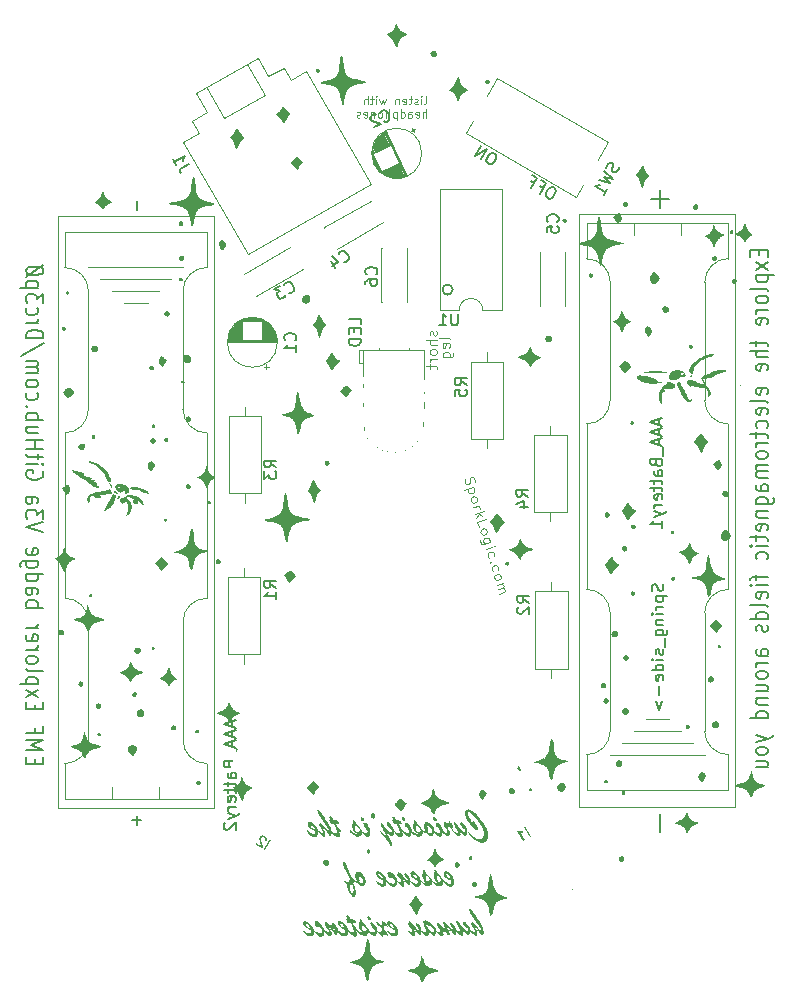
<source format=gbr>
%TF.GenerationSoftware,KiCad,Pcbnew,8.0.4*%
%TF.CreationDate,2024-09-11T19:09:03-07:00*%
%TF.ProjectId,EMFbadgeforMAKE-sizedfor3inchbagLCSCassembly,454d4662-6164-4676-9566-6f724d414b45,rev?*%
%TF.SameCoordinates,Original*%
%TF.FileFunction,Legend,Bot*%
%TF.FilePolarity,Positive*%
%FSLAX46Y46*%
G04 Gerber Fmt 4.6, Leading zero omitted, Abs format (unit mm)*
G04 Created by KiCad (PCBNEW 8.0.4) date 2024-09-11 19:09:03*
%MOMM*%
%LPD*%
G01*
G04 APERTURE LIST*
G04 Aperture macros list*
%AMHorizOval*
0 Thick line with rounded ends*
0 $1 width*
0 $2 $3 position (X,Y) of the first rounded end (center of the circle)*
0 $4 $5 position (X,Y) of the second rounded end (center of the circle)*
0 Add line between two ends*
20,1,$1,$2,$3,$4,$5,0*
0 Add two circle primitives to create the rounded ends*
1,1,$1,$2,$3*
1,1,$1,$4,$5*%
%AMRotRect*
0 Rectangle, with rotation*
0 The origin of the aperture is its center*
0 $1 length*
0 $2 width*
0 $3 Rotation angle, in degrees counterclockwise*
0 Add horizontal line*
21,1,$1,$2,0,0,$3*%
G04 Aperture macros list end*
%ADD10C,0.200000*%
%ADD11C,0.110000*%
%ADD12C,0.000000*%
%ADD13C,0.150000*%
%ADD14C,0.100000*%
%ADD15C,0.120000*%
%ADD16C,0.002976*%
%ADD17R,2.000000X2.000000*%
%ADD18C,2.000000*%
%ADD19HorizOval,1.700000X-0.250000X0.433013X0.250000X-0.433013X0*%
%ADD20HorizOval,0.800000X-0.175000X0.303109X0.175000X-0.303109X0*%
%ADD21C,1.600000*%
%ADD22O,1.600000X1.600000*%
%ADD23RotRect,1.600000X2.400000X330.000000*%
%ADD24HorizOval,1.300000X-0.075000X-0.129904X0.075000X0.129904X0*%
%ADD25C,1.800000*%
%ADD26R,1.600000X1.600000*%
%ADD27R,1.200000X1.200000*%
%ADD28C,1.200000*%
%ADD29RotRect,1.200000X1.200000X205.000000*%
G04 APERTURE END LIST*
D10*
X132010000Y-90865000D02*
X130560000Y-91840000D01*
D11*
X167716806Y-108956708D02*
X167717966Y-109090800D01*
X167717966Y-109090800D02*
X167780617Y-109295722D01*
X167780617Y-109295722D02*
X167842108Y-109366553D01*
X167842108Y-109366553D02*
X167891069Y-109396400D01*
X167891069Y-109396400D02*
X167976461Y-109415108D01*
X167976461Y-109415108D02*
X168049322Y-109392832D01*
X168049322Y-109392832D02*
X168109653Y-109329572D01*
X168109653Y-109329572D02*
X168133554Y-109277450D01*
X168133554Y-109277450D02*
X168144924Y-109184343D01*
X168144924Y-109184343D02*
X168131234Y-109009267D01*
X168131234Y-109009267D02*
X168142604Y-108916160D01*
X168142604Y-108916160D02*
X168166504Y-108864037D01*
X168166504Y-108864037D02*
X168226835Y-108800777D01*
X168226835Y-108800777D02*
X168299697Y-108778501D01*
X168299697Y-108778501D02*
X168385088Y-108797209D01*
X168385088Y-108797209D02*
X168434049Y-108827056D01*
X168434049Y-108827056D02*
X168495540Y-108897887D01*
X168495540Y-108897887D02*
X168558191Y-109102809D01*
X168558191Y-109102809D02*
X168559351Y-109236901D01*
X168453539Y-109672589D02*
X167688496Y-109906487D01*
X168417109Y-109683727D02*
X168478600Y-109754558D01*
X168478600Y-109754558D02*
X168528721Y-109918496D01*
X168528721Y-109918496D02*
X168517350Y-110011603D01*
X168517350Y-110011603D02*
X168493450Y-110063726D01*
X168493450Y-110063726D02*
X168433119Y-110126986D01*
X168433119Y-110126986D02*
X168214535Y-110193814D01*
X168214535Y-110193814D02*
X168129143Y-110175105D01*
X168129143Y-110175105D02*
X168080183Y-110145259D01*
X168080183Y-110145259D02*
X168018691Y-110074428D01*
X168018691Y-110074428D02*
X167968571Y-109910490D01*
X167968571Y-109910490D02*
X167979941Y-109817383D01*
X168219175Y-110730180D02*
X168230545Y-110637073D01*
X168230545Y-110637073D02*
X168254446Y-110584950D01*
X168254446Y-110584950D02*
X168314777Y-110521690D01*
X168314777Y-110521690D02*
X168533361Y-110454862D01*
X168533361Y-110454862D02*
X168618752Y-110473571D01*
X168618752Y-110473571D02*
X168667713Y-110503417D01*
X168667713Y-110503417D02*
X168729204Y-110574248D01*
X168729204Y-110574248D02*
X168766795Y-110697202D01*
X168766795Y-110697202D02*
X168755425Y-110790309D01*
X168755425Y-110790309D02*
X168731524Y-110842431D01*
X168731524Y-110842431D02*
X168671193Y-110905692D01*
X168671193Y-110905692D02*
X168452609Y-110972519D01*
X168452609Y-110972519D02*
X168367218Y-110953811D01*
X168367218Y-110953811D02*
X168318257Y-110923964D01*
X168318257Y-110923964D02*
X168256766Y-110853133D01*
X168256766Y-110853133D02*
X168219175Y-110730180D01*
X168419659Y-111385932D02*
X168929688Y-111230000D01*
X168783965Y-111274552D02*
X168869357Y-111293261D01*
X168869357Y-111293261D02*
X168918317Y-111323107D01*
X168918317Y-111323107D02*
X168979809Y-111393938D01*
X168979809Y-111393938D02*
X169004869Y-111475907D01*
X168582551Y-111918730D02*
X169347595Y-111684833D01*
X168899057Y-111911596D02*
X168682793Y-112246606D01*
X169192822Y-112090675D02*
X168801135Y-111851903D01*
X168920867Y-113025311D02*
X168795565Y-112615466D01*
X168795565Y-112615466D02*
X169560609Y-112381569D01*
X169046169Y-113435156D02*
X169057539Y-113342049D01*
X169057539Y-113342049D02*
X169081440Y-113289926D01*
X169081440Y-113289926D02*
X169141771Y-113226666D01*
X169141771Y-113226666D02*
X169360355Y-113159838D01*
X169360355Y-113159838D02*
X169445746Y-113178547D01*
X169445746Y-113178547D02*
X169494707Y-113208393D01*
X169494707Y-113208393D02*
X169556198Y-113279224D01*
X169556198Y-113279224D02*
X169593789Y-113402178D01*
X169593789Y-113402178D02*
X169582419Y-113495285D01*
X169582419Y-113495285D02*
X169558518Y-113547407D01*
X169558518Y-113547407D02*
X169498187Y-113610667D01*
X169498187Y-113610667D02*
X169279603Y-113677495D01*
X169279603Y-113677495D02*
X169194212Y-113658787D01*
X169194212Y-113658787D02*
X169145251Y-113628940D01*
X169145251Y-113628940D02*
X169083760Y-113558109D01*
X169083760Y-113558109D02*
X169046169Y-113435156D01*
X169869454Y-114303837D02*
X169250133Y-114493182D01*
X169250133Y-114493182D02*
X169164741Y-114474474D01*
X169164741Y-114474474D02*
X169115780Y-114444627D01*
X169115780Y-114444627D02*
X169054289Y-114373796D01*
X169054289Y-114373796D02*
X169016698Y-114250843D01*
X169016698Y-114250843D02*
X169028069Y-114157736D01*
X169395855Y-114448630D02*
X169334364Y-114377799D01*
X169334364Y-114377799D02*
X169284243Y-114213861D01*
X169284243Y-114213861D02*
X169295614Y-114120754D01*
X169295614Y-114120754D02*
X169319514Y-114068632D01*
X169319514Y-114068632D02*
X169379845Y-114005371D01*
X169379845Y-114005371D02*
X169598429Y-113938544D01*
X169598429Y-113938544D02*
X169683821Y-113957252D01*
X169683821Y-113957252D02*
X169732781Y-113987099D01*
X169732781Y-113987099D02*
X169794272Y-114057930D01*
X169794272Y-114057930D02*
X169844393Y-114221868D01*
X169844393Y-114221868D02*
X169833023Y-114314975D01*
X169484727Y-114869613D02*
X169994756Y-114713682D01*
X170249771Y-114635716D02*
X170200810Y-114605870D01*
X170200810Y-114605870D02*
X170176909Y-114657992D01*
X170176909Y-114657992D02*
X170225870Y-114687839D01*
X170225870Y-114687839D02*
X170249771Y-114635716D01*
X170249771Y-114635716D02*
X170176909Y-114657992D01*
X169759231Y-115637180D02*
X169697740Y-115566349D01*
X169697740Y-115566349D02*
X169647620Y-115402411D01*
X169647620Y-115402411D02*
X169658990Y-115309304D01*
X169658990Y-115309304D02*
X169682890Y-115257182D01*
X169682890Y-115257182D02*
X169743221Y-115193922D01*
X169743221Y-115193922D02*
X169961805Y-115127094D01*
X169961805Y-115127094D02*
X170047197Y-115145802D01*
X170047197Y-115145802D02*
X170096158Y-115175649D01*
X170096158Y-115175649D02*
X170157649Y-115246480D01*
X170157649Y-115246480D02*
X170207770Y-115410418D01*
X170207770Y-115410418D02*
X170196399Y-115503525D01*
X169908434Y-115994903D02*
X169884534Y-116047026D01*
X169884534Y-116047026D02*
X169835573Y-116017179D01*
X169835573Y-116017179D02*
X169859473Y-115965057D01*
X169859473Y-115965057D02*
X169908434Y-115994903D01*
X169908434Y-115994903D02*
X169835573Y-116017179D01*
X170110078Y-116784746D02*
X170048586Y-116713915D01*
X170048586Y-116713915D02*
X169998466Y-116549977D01*
X169998466Y-116549977D02*
X170009836Y-116456870D01*
X170009836Y-116456870D02*
X170033736Y-116404748D01*
X170033736Y-116404748D02*
X170094067Y-116341487D01*
X170094067Y-116341487D02*
X170312651Y-116274659D01*
X170312651Y-116274659D02*
X170398043Y-116293368D01*
X170398043Y-116293368D02*
X170447004Y-116323214D01*
X170447004Y-116323214D02*
X170508495Y-116394045D01*
X170508495Y-116394045D02*
X170558616Y-116557983D01*
X170558616Y-116557983D02*
X170547245Y-116651090D01*
X170224010Y-117287698D02*
X170235380Y-117194591D01*
X170235380Y-117194591D02*
X170259280Y-117142469D01*
X170259280Y-117142469D02*
X170319611Y-117079208D01*
X170319611Y-117079208D02*
X170538195Y-117012381D01*
X170538195Y-117012381D02*
X170623587Y-117031089D01*
X170623587Y-117031089D02*
X170672548Y-117060936D01*
X170672548Y-117060936D02*
X170734039Y-117131767D01*
X170734039Y-117131767D02*
X170771629Y-117254720D01*
X170771629Y-117254720D02*
X170760259Y-117347827D01*
X170760259Y-117347827D02*
X170736359Y-117399950D01*
X170736359Y-117399950D02*
X170676028Y-117463210D01*
X170676028Y-117463210D02*
X170457444Y-117530038D01*
X170457444Y-117530038D02*
X170372052Y-117511329D01*
X170372052Y-117511329D02*
X170323091Y-117481483D01*
X170323091Y-117481483D02*
X170261600Y-117410652D01*
X170261600Y-117410652D02*
X170224010Y-117287698D01*
X170424493Y-117943450D02*
X170934522Y-117787519D01*
X170861661Y-117809795D02*
X170910622Y-117839641D01*
X170910622Y-117839641D02*
X170972113Y-117910472D01*
X170972113Y-117910472D02*
X171009704Y-118033426D01*
X171009704Y-118033426D02*
X170998333Y-118126533D01*
X170998333Y-118126533D02*
X170938002Y-118189793D01*
X170938002Y-118189793D02*
X170537265Y-118312311D01*
X170938002Y-118189793D02*
X171023394Y-118208502D01*
X171023394Y-118208502D02*
X171084885Y-118279333D01*
X171084885Y-118279333D02*
X171122476Y-118402286D01*
X171122476Y-118402286D02*
X171111105Y-118495393D01*
X171111105Y-118495393D02*
X171050774Y-118558654D01*
X171050774Y-118558654D02*
X170650037Y-118681171D01*
D12*
G36*
X184000442Y-99835417D02*
G01*
X184133452Y-99841563D01*
X184266572Y-99852116D01*
X184399884Y-99867114D01*
X184533469Y-99886592D01*
X184667412Y-99910588D01*
X184801792Y-99939141D01*
X184936693Y-99972287D01*
X184936693Y-100040706D01*
X184151298Y-99994354D01*
X182794782Y-100040706D01*
X182794782Y-99972287D01*
X182930489Y-99940443D01*
X183065570Y-99912671D01*
X183200104Y-99889008D01*
X183334174Y-99869493D01*
X183467864Y-99854161D01*
X183601254Y-99843050D01*
X183734424Y-99836199D01*
X183867460Y-99833641D01*
X184000442Y-99835417D01*
G37*
G36*
X171350479Y-115991194D02*
G01*
X171365675Y-115993024D01*
X171380811Y-115996596D01*
X171395803Y-116001997D01*
X171410567Y-116009318D01*
X171425022Y-116018650D01*
X171439229Y-116030080D01*
X171451459Y-116042204D01*
X171461778Y-116054928D01*
X171470249Y-116068160D01*
X171476940Y-116081807D01*
X171481914Y-116095778D01*
X171485237Y-116109978D01*
X171486974Y-116124317D01*
X171487190Y-116138701D01*
X171485952Y-116153039D01*
X171483323Y-116167235D01*
X171479370Y-116181202D01*
X171474158Y-116194842D01*
X171467752Y-116208065D01*
X171460217Y-116220779D01*
X171451618Y-116232891D01*
X171442021Y-116244309D01*
X171431492Y-116254939D01*
X171420095Y-116264689D01*
X171407894Y-116273469D01*
X171394958Y-116281182D01*
X171381349Y-116287738D01*
X171367134Y-116293047D01*
X171352377Y-116297011D01*
X171337146Y-116299541D01*
X171321503Y-116300544D01*
X171305513Y-116299928D01*
X171289245Y-116297599D01*
X171272762Y-116293466D01*
X171256128Y-116287435D01*
X171239412Y-116279415D01*
X171222675Y-116269313D01*
X171207915Y-116258314D01*
X171195350Y-116246616D01*
X171184897Y-116234310D01*
X171176473Y-116221485D01*
X171169995Y-116208233D01*
X171165378Y-116194644D01*
X171162540Y-116180806D01*
X171161395Y-116166810D01*
X171161863Y-116152749D01*
X171163858Y-116138711D01*
X171167296Y-116124787D01*
X171172094Y-116111067D01*
X171178169Y-116097641D01*
X171185438Y-116084601D01*
X171193816Y-116072036D01*
X171203221Y-116060036D01*
X171213567Y-116048692D01*
X171224773Y-116038095D01*
X171236754Y-116028333D01*
X171249426Y-116019498D01*
X171262705Y-116011681D01*
X171276511Y-116004972D01*
X171290757Y-115999458D01*
X171305361Y-115995234D01*
X171320237Y-115992389D01*
X171335304Y-115991011D01*
X171350479Y-115991194D01*
G37*
G36*
X135548179Y-130394091D02*
G01*
X135564605Y-130441337D01*
X135596246Y-130541322D01*
X135660714Y-130751926D01*
X135678335Y-130804426D01*
X135696990Y-130856057D01*
X135716893Y-130906410D01*
X135738262Y-130955081D01*
X135761309Y-131001665D01*
X135786253Y-131045757D01*
X135813307Y-131086950D01*
X135842688Y-131124840D01*
X135869410Y-131154674D01*
X135897081Y-131182523D01*
X135925650Y-131208491D01*
X135955068Y-131232684D01*
X135985286Y-131255207D01*
X136016254Y-131276164D01*
X136047925Y-131295662D01*
X136080246Y-131313805D01*
X136146647Y-131346450D01*
X136215064Y-131374942D01*
X136285100Y-131400123D01*
X136356363Y-131422837D01*
X136645777Y-131505860D01*
X136717248Y-131528870D01*
X136787575Y-131554469D01*
X136856366Y-131583495D01*
X136923225Y-131616796D01*
X136923225Y-131685290D01*
X136778923Y-131723172D01*
X136631254Y-131759228D01*
X136482883Y-131796968D01*
X136409270Y-131817567D01*
X136336481Y-131839902D01*
X136264850Y-131864411D01*
X136194713Y-131891537D01*
X136126402Y-131921716D01*
X136060249Y-131955386D01*
X135996590Y-131992987D01*
X135935758Y-132034957D01*
X135878085Y-132081735D01*
X135823906Y-132133759D01*
X135810269Y-132151267D01*
X135795709Y-132175547D01*
X135780306Y-132205479D01*
X135764134Y-132239944D01*
X135693294Y-132400723D01*
X135674429Y-132441049D01*
X135655252Y-132479186D01*
X135635842Y-132514016D01*
X135616275Y-132544417D01*
X135596626Y-132569271D01*
X135586796Y-132579267D01*
X135576974Y-132587457D01*
X135567171Y-132593699D01*
X135557393Y-132597854D01*
X135547654Y-132599783D01*
X135537960Y-132599345D01*
X135527372Y-132596430D01*
X135517015Y-132591491D01*
X135506882Y-132584651D01*
X135496962Y-132576030D01*
X135487243Y-132565746D01*
X135477720Y-132553924D01*
X135468380Y-132540683D01*
X135459214Y-132526143D01*
X135441363Y-132493653D01*
X135424089Y-132457420D01*
X135407315Y-132418411D01*
X135390960Y-132377591D01*
X135359197Y-132294393D01*
X135328169Y-132215556D01*
X135312736Y-132180190D01*
X135297251Y-132148814D01*
X135281636Y-132122396D01*
X135273754Y-132111348D01*
X135265811Y-132101902D01*
X135245475Y-132080939D01*
X135224235Y-132060748D01*
X135179233Y-132022582D01*
X135131159Y-131987194D01*
X135080369Y-131954378D01*
X135027220Y-131923923D01*
X134972064Y-131895622D01*
X134915259Y-131869268D01*
X134857160Y-131844652D01*
X134798121Y-131821564D01*
X134738500Y-131799799D01*
X134618930Y-131759399D01*
X134388428Y-131685290D01*
X134388428Y-131616796D01*
X134657645Y-131533786D01*
X134725012Y-131510998D01*
X134791595Y-131486614D01*
X134856989Y-131460240D01*
X134920788Y-131431482D01*
X134982590Y-131399951D01*
X135041986Y-131365254D01*
X135098574Y-131326998D01*
X135151951Y-131284793D01*
X135201707Y-131238245D01*
X135225102Y-131213219D01*
X135247442Y-131186963D01*
X135268674Y-131159422D01*
X135288748Y-131130552D01*
X135307615Y-131100303D01*
X135325222Y-131068625D01*
X135345508Y-131025561D01*
X135362430Y-130981288D01*
X135376498Y-130936008D01*
X135388219Y-130889931D01*
X135398103Y-130843259D01*
X135406658Y-130796197D01*
X135421820Y-130701723D01*
X135437771Y-130608149D01*
X135447314Y-130562211D01*
X135458582Y-130517114D01*
X135472081Y-130473061D01*
X135488322Y-130430258D01*
X135507812Y-130388908D01*
X135518935Y-130368843D01*
X135531060Y-130349218D01*
X135548179Y-130394091D01*
G37*
G36*
X189023317Y-129486782D02*
G01*
X189052861Y-129492273D01*
X189080591Y-129500816D01*
X189106468Y-129512194D01*
X189130452Y-129526189D01*
X189152504Y-129542583D01*
X189172582Y-129561160D01*
X189190647Y-129581701D01*
X189206659Y-129603988D01*
X189220578Y-129627805D01*
X189232364Y-129652933D01*
X189241976Y-129679155D01*
X189249377Y-129706252D01*
X189254523Y-129734008D01*
X189257377Y-129762205D01*
X189257897Y-129790625D01*
X189256045Y-129819052D01*
X189251779Y-129847265D01*
X189245060Y-129875049D01*
X189235848Y-129902185D01*
X189224103Y-129928457D01*
X189209785Y-129953645D01*
X189192854Y-129977534D01*
X189173269Y-129999904D01*
X189150991Y-130020541D01*
X189125981Y-130039222D01*
X189098196Y-130055733D01*
X189067599Y-130069856D01*
X189034148Y-130081372D01*
X188997805Y-130090065D01*
X188963026Y-130094982D01*
X188929874Y-130096219D01*
X188898395Y-130093992D01*
X188868635Y-130088517D01*
X188840641Y-130080008D01*
X188814462Y-130068681D01*
X188790143Y-130054752D01*
X188767732Y-130038436D01*
X188747275Y-130019949D01*
X188728820Y-129999504D01*
X188712413Y-129977319D01*
X188698102Y-129953609D01*
X188685933Y-129928589D01*
X188675953Y-129902474D01*
X188668209Y-129875479D01*
X188662748Y-129847823D01*
X188659618Y-129819715D01*
X188658866Y-129791377D01*
X188660536Y-129763020D01*
X188664678Y-129734861D01*
X188671337Y-129707115D01*
X188680563Y-129679999D01*
X188692399Y-129653727D01*
X188706895Y-129628513D01*
X188724096Y-129604575D01*
X188744049Y-129582127D01*
X188766802Y-129561386D01*
X188792403Y-129542564D01*
X188820897Y-129525881D01*
X188852331Y-129511548D01*
X188886753Y-129499783D01*
X188924210Y-129490802D01*
X188958952Y-129485830D01*
X188992001Y-129484562D01*
X189023317Y-129486782D01*
G37*
G36*
X147867954Y-128013896D02*
G01*
X147900578Y-128106336D01*
X147935662Y-128190611D01*
X147954254Y-128229841D01*
X147973612Y-128267216D01*
X147993789Y-128302798D01*
X148014837Y-128336650D01*
X148036805Y-128368832D01*
X148059744Y-128399408D01*
X148083705Y-128428440D01*
X148108740Y-128455989D01*
X148134899Y-128482118D01*
X148162235Y-128506890D01*
X148190796Y-128530365D01*
X148220634Y-128552608D01*
X148251801Y-128573678D01*
X148284346Y-128593639D01*
X148318321Y-128612553D01*
X148353778Y-128630483D01*
X148429339Y-128663635D01*
X148511435Y-128693592D01*
X148600474Y-128720853D01*
X148696865Y-128745914D01*
X148801015Y-128769273D01*
X148132908Y-129141997D01*
X147801734Y-129694248D01*
X147766089Y-129694248D01*
X147754965Y-129641057D01*
X147742238Y-129590314D01*
X147727927Y-129541942D01*
X147712060Y-129495871D01*
X147694658Y-129452022D01*
X147675746Y-129410325D01*
X147655346Y-129370703D01*
X147633483Y-129333083D01*
X147610179Y-129297391D01*
X147585459Y-129263552D01*
X147559346Y-129231491D01*
X147531863Y-129201138D01*
X147503034Y-129172412D01*
X147472882Y-129145245D01*
X147441430Y-129119560D01*
X147408704Y-129095283D01*
X147374726Y-129072341D01*
X147339518Y-129050657D01*
X147303106Y-129030158D01*
X147265512Y-129010772D01*
X147186873Y-128975035D01*
X147103791Y-128942854D01*
X147016452Y-128913633D01*
X146925046Y-128886780D01*
X146829758Y-128861700D01*
X146730779Y-128837800D01*
X146730779Y-128769273D01*
X146914395Y-128694344D01*
X147080971Y-128624023D01*
X147157914Y-128588435D01*
X147230649Y-128551416D01*
X147299196Y-128512100D01*
X147363569Y-128469628D01*
X147423788Y-128423138D01*
X147479869Y-128371766D01*
X147506363Y-128343981D01*
X147531829Y-128314653D01*
X147556270Y-128283673D01*
X147579688Y-128250935D01*
X147602084Y-128216331D01*
X147623461Y-128179753D01*
X147643820Y-128141091D01*
X147663166Y-128100242D01*
X147681497Y-128057094D01*
X147698819Y-128011542D01*
X147715133Y-127963477D01*
X147730440Y-127912791D01*
X147837382Y-127912791D01*
X147867954Y-128013896D01*
G37*
G36*
X142529662Y-94761514D02*
G01*
X142551944Y-94764368D01*
X142574617Y-94769752D01*
X142597597Y-94777798D01*
X142620799Y-94788636D01*
X142644669Y-94802747D01*
X142665808Y-94818280D01*
X142684290Y-94835081D01*
X142700193Y-94852995D01*
X142713589Y-94871869D01*
X142724556Y-94891546D01*
X142733168Y-94911873D01*
X142739502Y-94932693D01*
X142743632Y-94953854D01*
X142745635Y-94975198D01*
X142745585Y-94996573D01*
X142743560Y-95017822D01*
X142739632Y-95038792D01*
X142733879Y-95059328D01*
X142726376Y-95079274D01*
X142717198Y-95098477D01*
X142706421Y-95116780D01*
X142694122Y-95134030D01*
X142680372Y-95150072D01*
X142665252Y-95164750D01*
X142648833Y-95177909D01*
X142631194Y-95189397D01*
X142612408Y-95199056D01*
X142592553Y-95206734D01*
X142571701Y-95212273D01*
X142549932Y-95215522D01*
X142527317Y-95216323D01*
X142503934Y-95214524D01*
X142479860Y-95209967D01*
X142455168Y-95202500D01*
X142429933Y-95191965D01*
X142404231Y-95178211D01*
X142381586Y-95163291D01*
X142361675Y-95147239D01*
X142344416Y-95130189D01*
X142329725Y-95112269D01*
X142317517Y-95093612D01*
X142307709Y-95074346D01*
X142300217Y-95054604D01*
X142294958Y-95034518D01*
X142291848Y-95014216D01*
X142290801Y-94993829D01*
X142291739Y-94973489D01*
X142294572Y-94953327D01*
X142299220Y-94933472D01*
X142305598Y-94914056D01*
X142313621Y-94895209D01*
X142323208Y-94877063D01*
X142334275Y-94859748D01*
X142346735Y-94843393D01*
X142360507Y-94828133D01*
X142375508Y-94814094D01*
X142391653Y-94801410D01*
X142408857Y-94790211D01*
X142427038Y-94780627D01*
X142446112Y-94772788D01*
X142465995Y-94766828D01*
X142486604Y-94762874D01*
X142507853Y-94761060D01*
X142529662Y-94761514D01*
G37*
G36*
X187984787Y-133857424D02*
G01*
X188022140Y-133904019D01*
X188053904Y-133945425D01*
X188079963Y-133982720D01*
X188090817Y-134000163D01*
X188100202Y-134016983D01*
X188108102Y-134033313D01*
X188114503Y-134049290D01*
X188119391Y-134065046D01*
X188122750Y-134080717D01*
X188124567Y-134096438D01*
X188124828Y-134112344D01*
X188123517Y-134128571D01*
X188120619Y-134145249D01*
X188116120Y-134162518D01*
X188110007Y-134180510D01*
X188102264Y-134199359D01*
X188092876Y-134219202D01*
X188081830Y-134240172D01*
X188069111Y-134262405D01*
X188038593Y-134311196D01*
X188001208Y-134366652D01*
X187956837Y-134429852D01*
X187881536Y-134567998D01*
X187869432Y-134585822D01*
X187856545Y-134602111D01*
X187849793Y-134609525D01*
X187842825Y-134616368D01*
X187835634Y-134622581D01*
X187828215Y-134628099D01*
X187820558Y-134632861D01*
X187812660Y-134636803D01*
X187804511Y-134639865D01*
X187796105Y-134641984D01*
X187787436Y-134643098D01*
X187778497Y-134643144D01*
X187769280Y-134642062D01*
X187759779Y-134639788D01*
X187752716Y-134637383D01*
X187745850Y-134634469D01*
X187739172Y-134631073D01*
X187732678Y-134627223D01*
X187726360Y-134622943D01*
X187720215Y-134618263D01*
X187714235Y-134613209D01*
X187708415Y-134607808D01*
X187702747Y-134602087D01*
X187697226Y-134596073D01*
X187686604Y-134583276D01*
X187676501Y-134569630D01*
X187666866Y-134555355D01*
X187657654Y-134540665D01*
X187648818Y-134525775D01*
X187632074Y-134496267D01*
X187616255Y-134468560D01*
X187608571Y-134455923D01*
X187600976Y-134444383D01*
X187582399Y-134416173D01*
X187565936Y-134388223D01*
X187551557Y-134360547D01*
X187539225Y-134333162D01*
X187528911Y-134306081D01*
X187520582Y-134279320D01*
X187514204Y-134252893D01*
X187509746Y-134226815D01*
X187507174Y-134201102D01*
X187506456Y-134175768D01*
X187507560Y-134150827D01*
X187510452Y-134126295D01*
X187515101Y-134102187D01*
X187521473Y-134078518D01*
X187529538Y-134055301D01*
X187539260Y-134032553D01*
X187550607Y-134010286D01*
X187563548Y-133988520D01*
X187578051Y-133967264D01*
X187594081Y-133946536D01*
X187611607Y-133926350D01*
X187630596Y-133906723D01*
X187651015Y-133887666D01*
X187672833Y-133869199D01*
X187696016Y-133851331D01*
X187720531Y-133834080D01*
X187746346Y-133817460D01*
X187773428Y-133801487D01*
X187801746Y-133786175D01*
X187831267Y-133771541D01*
X187893783Y-133744356D01*
X187984787Y-133857424D01*
G37*
G36*
X155987260Y-141228061D02*
G01*
X156014110Y-141231892D01*
X156041931Y-141238724D01*
X156070669Y-141248718D01*
X156100359Y-141262123D01*
X156126901Y-141277243D01*
X156150378Y-141293909D01*
X156170873Y-141311955D01*
X156188470Y-141331210D01*
X156203252Y-141351508D01*
X156215301Y-141372678D01*
X156224704Y-141394555D01*
X156231541Y-141416969D01*
X156235896Y-141439751D01*
X156237854Y-141462735D01*
X156237496Y-141485750D01*
X156234908Y-141508630D01*
X156230171Y-141531205D01*
X156223368Y-141553309D01*
X156214584Y-141574771D01*
X156203904Y-141595425D01*
X156191407Y-141615100D01*
X156177179Y-141633631D01*
X156161303Y-141650848D01*
X156143862Y-141666584D01*
X156124941Y-141680669D01*
X156104621Y-141692934D01*
X156082985Y-141703214D01*
X156060119Y-141711338D01*
X156036105Y-141717139D01*
X156011026Y-141720448D01*
X155984966Y-141721099D01*
X155958007Y-141718920D01*
X155930234Y-141713745D01*
X155901730Y-141705405D01*
X155872578Y-141693733D01*
X155847890Y-141681041D01*
X155825732Y-141666651D01*
X155806049Y-141650724D01*
X155788791Y-141633423D01*
X155773899Y-141614908D01*
X155761321Y-141595344D01*
X155751005Y-141574890D01*
X155742896Y-141553710D01*
X155736939Y-141531964D01*
X155733083Y-141509818D01*
X155731272Y-141487430D01*
X155731454Y-141464964D01*
X155733573Y-141442581D01*
X155737578Y-141420445D01*
X155743413Y-141398716D01*
X155751026Y-141377556D01*
X155760361Y-141357129D01*
X155771368Y-141337596D01*
X155783989Y-141319118D01*
X155798174Y-141301858D01*
X155813865Y-141285978D01*
X155831012Y-141271640D01*
X155849560Y-141259006D01*
X155869456Y-141248238D01*
X155890644Y-141239499D01*
X155913073Y-141232949D01*
X155936687Y-141228751D01*
X155961434Y-141227068D01*
X155987260Y-141228061D01*
G37*
G36*
X137319797Y-85179784D02*
G01*
X137891532Y-85535152D01*
X137768176Y-85589979D01*
X137650519Y-85644212D01*
X137594261Y-85672191D01*
X137539948Y-85701325D01*
X137487752Y-85732048D01*
X137437848Y-85764792D01*
X137390408Y-85799995D01*
X137367667Y-85818654D01*
X137345606Y-85838089D01*
X137324248Y-85858357D01*
X137303616Y-85879509D01*
X137283729Y-85901602D01*
X137264610Y-85924689D01*
X137246280Y-85948825D01*
X137228763Y-85974064D01*
X137212076Y-86000461D01*
X137196246Y-86028068D01*
X137181291Y-86056941D01*
X137167233Y-86087134D01*
X137154096Y-86118702D01*
X137141900Y-86151699D01*
X137034806Y-86151699D01*
X137008296Y-86097695D01*
X136979686Y-86046286D01*
X136948977Y-85997418D01*
X136916162Y-85951038D01*
X136881236Y-85907094D01*
X136844196Y-85865534D01*
X136805037Y-85826301D01*
X136763757Y-85789348D01*
X136720348Y-85754619D01*
X136674810Y-85722061D01*
X136627135Y-85691622D01*
X136577321Y-85663250D01*
X136525363Y-85636890D01*
X136471258Y-85612490D01*
X136415000Y-85590000D01*
X136356585Y-85569363D01*
X136797653Y-85188244D01*
X137070494Y-84576109D01*
X137319797Y-85179784D01*
G37*
G36*
X133867158Y-114914863D02*
G01*
X133900740Y-114995934D01*
X133935377Y-115071058D01*
X133971529Y-115140625D01*
X134009654Y-115205027D01*
X134050214Y-115264650D01*
X134093669Y-115319886D01*
X134140475Y-115371126D01*
X134191096Y-115418755D01*
X134245991Y-115463167D01*
X134305619Y-115504750D01*
X134370440Y-115543892D01*
X134440915Y-115580985D01*
X134517501Y-115616419D01*
X134600661Y-115650581D01*
X134690853Y-115683863D01*
X134690853Y-115752657D01*
X134598745Y-115800238D01*
X134507166Y-115850853D01*
X134462066Y-115877569D01*
X134417690Y-115905367D01*
X134374230Y-115934355D01*
X134331887Y-115964641D01*
X134290855Y-115996332D01*
X134251332Y-116029535D01*
X134213511Y-116064360D01*
X134177593Y-116100915D01*
X134143773Y-116139305D01*
X134112246Y-116179641D01*
X134083212Y-116222027D01*
X134056863Y-116266574D01*
X134048122Y-116283812D01*
X134040171Y-116301817D01*
X134026348Y-116339849D01*
X134014795Y-116380105D01*
X134004911Y-116422020D01*
X133970097Y-116594989D01*
X133959579Y-116636732D01*
X133947136Y-116676748D01*
X133932170Y-116714470D01*
X133923553Y-116732294D01*
X133914081Y-116749333D01*
X133903679Y-116765518D01*
X133892272Y-116780775D01*
X133879784Y-116795035D01*
X133866141Y-116808227D01*
X133851269Y-116820283D01*
X133835090Y-116831129D01*
X133817534Y-116840695D01*
X133798521Y-116848912D01*
X133467343Y-116132669D01*
X133013127Y-115683863D01*
X133058949Y-115671211D01*
X133102671Y-115657671D01*
X133144355Y-115643241D01*
X133184070Y-115627918D01*
X133221880Y-115611700D01*
X133257850Y-115594585D01*
X133292049Y-115576571D01*
X133324539Y-115557656D01*
X133355388Y-115537836D01*
X133384661Y-115517112D01*
X133412423Y-115495478D01*
X133438740Y-115472935D01*
X133463678Y-115449478D01*
X133487304Y-115425107D01*
X133509681Y-115399819D01*
X133530876Y-115373612D01*
X133550956Y-115346483D01*
X133569986Y-115318430D01*
X133588029Y-115289452D01*
X133605155Y-115259545D01*
X133636909Y-115196939D01*
X133665777Y-115130592D01*
X133692280Y-115060488D01*
X133716948Y-114986610D01*
X133740304Y-114908938D01*
X133762873Y-114827457D01*
X133834170Y-114827457D01*
X133867158Y-114914863D01*
G37*
G36*
X186610034Y-137311936D02*
G01*
X186642652Y-137404377D01*
X186677737Y-137488650D01*
X186696330Y-137527878D01*
X186715693Y-137565253D01*
X186735875Y-137600833D01*
X186756927Y-137634684D01*
X186778902Y-137666864D01*
X186801848Y-137697439D01*
X186825817Y-137726469D01*
X186850859Y-137754016D01*
X186877027Y-137780144D01*
X186904371Y-137804914D01*
X186932942Y-137828388D01*
X186962788Y-137850628D01*
X186993964Y-137871697D01*
X187026518Y-137891656D01*
X187060504Y-137910569D01*
X187095969Y-137928496D01*
X187171545Y-137961645D01*
X187253655Y-137991600D01*
X187342706Y-138018859D01*
X187439102Y-138043918D01*
X187543253Y-138067275D01*
X186875000Y-138440000D01*
X186543746Y-138992284D01*
X186508063Y-138992284D01*
X186496960Y-138939094D01*
X186484249Y-138888349D01*
X186469957Y-138839978D01*
X186454104Y-138793906D01*
X186436716Y-138750057D01*
X186417815Y-138708358D01*
X186397426Y-138668736D01*
X186375571Y-138631115D01*
X186352276Y-138595421D01*
X186327562Y-138561582D01*
X186301452Y-138529521D01*
X186273973Y-138499164D01*
X186245147Y-138470439D01*
X186214997Y-138443270D01*
X186183548Y-138417583D01*
X186150821Y-138393304D01*
X186116843Y-138370360D01*
X186081634Y-138348674D01*
X186045220Y-138328175D01*
X186007624Y-138308786D01*
X185928981Y-138273048D01*
X185845894Y-138240864D01*
X185758549Y-138211641D01*
X185667139Y-138184787D01*
X185571849Y-138159707D01*
X185472871Y-138135807D01*
X185472871Y-138067275D01*
X185656529Y-137992357D01*
X185823128Y-137922042D01*
X185900074Y-137886458D01*
X185972809Y-137849438D01*
X186041348Y-137810123D01*
X186105711Y-137767650D01*
X186165915Y-137721161D01*
X186221978Y-137669789D01*
X186248462Y-137642005D01*
X186273918Y-137612677D01*
X186298347Y-137581698D01*
X186321750Y-137548961D01*
X186344133Y-137514356D01*
X186365494Y-137477779D01*
X186385840Y-137439121D01*
X186405169Y-137398272D01*
X186423486Y-137355127D01*
X186440790Y-137309577D01*
X186457086Y-137261513D01*
X186472377Y-137210830D01*
X186579471Y-137210830D01*
X186610034Y-137311936D01*
G37*
G36*
X181962191Y-118485382D02*
G01*
X181981620Y-118489166D01*
X182001737Y-118495184D01*
X182022495Y-118503556D01*
X182041841Y-118513480D01*
X182059229Y-118524615D01*
X182074704Y-118536840D01*
X182088311Y-118550035D01*
X182100092Y-118564080D01*
X182110094Y-118578852D01*
X182118358Y-118594232D01*
X182124932Y-118610098D01*
X182129857Y-118626328D01*
X182133178Y-118642803D01*
X182134941Y-118659402D01*
X182135188Y-118676003D01*
X182133964Y-118692486D01*
X182131314Y-118708730D01*
X182127282Y-118724612D01*
X182121910Y-118740014D01*
X182115245Y-118754815D01*
X182107330Y-118768891D01*
X182098210Y-118782124D01*
X182087928Y-118794394D01*
X182076529Y-118805576D01*
X182064059Y-118815552D01*
X182050558Y-118824201D01*
X182036073Y-118831402D01*
X182020648Y-118837033D01*
X182004327Y-118840974D01*
X181987154Y-118843103D01*
X181969174Y-118843301D01*
X181950431Y-118841446D01*
X181930968Y-118837416D01*
X181910830Y-118831092D01*
X181890063Y-118822353D01*
X181870919Y-118812195D01*
X181853708Y-118800880D01*
X181838385Y-118788525D01*
X181824909Y-118775245D01*
X181813235Y-118761159D01*
X181803321Y-118746383D01*
X181795124Y-118731035D01*
X181788601Y-118715232D01*
X181783710Y-118699089D01*
X181780405Y-118682725D01*
X181778648Y-118666257D01*
X181778390Y-118649802D01*
X181779592Y-118633475D01*
X181782211Y-118617396D01*
X181786203Y-118601681D01*
X181791524Y-118586446D01*
X181798133Y-118571808D01*
X181805986Y-118557885D01*
X181815040Y-118544794D01*
X181825252Y-118532652D01*
X181836580Y-118521577D01*
X181848980Y-118511684D01*
X181862409Y-118503090D01*
X181876824Y-118495913D01*
X181892183Y-118490271D01*
X181908442Y-118486280D01*
X181925557Y-118484057D01*
X181943488Y-118483719D01*
X181962191Y-118485382D01*
G37*
G36*
X145212580Y-134505033D02*
G01*
X145234086Y-134508965D01*
X145256083Y-134515426D01*
X145277670Y-134524235D01*
X145296888Y-134534629D01*
X145313803Y-134546470D01*
X145328479Y-134559620D01*
X145340983Y-134573941D01*
X145351379Y-134589292D01*
X145359733Y-134605534D01*
X145366113Y-134622527D01*
X145370579Y-134640134D01*
X145373201Y-134658216D01*
X145374041Y-134676633D01*
X145373167Y-134695245D01*
X145370644Y-134713914D01*
X145366537Y-134732500D01*
X145360911Y-134750864D01*
X145353831Y-134768868D01*
X145345364Y-134786371D01*
X145335574Y-134803235D01*
X145324528Y-134819322D01*
X145312290Y-134834492D01*
X145298925Y-134848605D01*
X145284498Y-134861522D01*
X145269078Y-134873105D01*
X145252728Y-134883215D01*
X145235511Y-134891711D01*
X145217496Y-134898454D01*
X145198747Y-134903308D01*
X145179331Y-134906131D01*
X145159310Y-134906784D01*
X145138752Y-134905129D01*
X145117722Y-134901026D01*
X145096286Y-134894336D01*
X145074885Y-134885117D01*
X145055794Y-134874379D01*
X145038950Y-134862256D01*
X145024294Y-134848884D01*
X145011765Y-134834399D01*
X145001303Y-134818934D01*
X144992847Y-134802624D01*
X144986334Y-134785606D01*
X144981707Y-134768012D01*
X144978905Y-134749982D01*
X144977866Y-134731645D01*
X144978528Y-134713140D01*
X144980833Y-134694602D01*
X144984720Y-134676163D01*
X144990129Y-134657962D01*
X144996997Y-134640130D01*
X145005265Y-134622804D01*
X145014874Y-134606119D01*
X145025761Y-134590211D01*
X145037865Y-134575213D01*
X145051127Y-134561261D01*
X145065486Y-134548490D01*
X145080881Y-134537034D01*
X145097254Y-134527030D01*
X145114540Y-134518612D01*
X145132681Y-134511914D01*
X145151616Y-134507073D01*
X145171285Y-134504222D01*
X145191627Y-134503496D01*
X145212580Y-134505033D01*
G37*
G36*
X133778388Y-96061816D02*
G01*
X133796081Y-96064602D01*
X133812945Y-96069156D01*
X133828941Y-96075356D01*
X133844036Y-96083084D01*
X133858189Y-96092215D01*
X133871366Y-96102632D01*
X133883527Y-96114213D01*
X133894636Y-96126837D01*
X133904657Y-96140383D01*
X133913551Y-96154732D01*
X133921283Y-96169761D01*
X133927813Y-96185350D01*
X133933107Y-96201381D01*
X133937126Y-96217729D01*
X133939832Y-96234277D01*
X133941191Y-96250900D01*
X133941164Y-96267481D01*
X133939713Y-96283899D01*
X133936802Y-96300033D01*
X133932395Y-96315761D01*
X133926453Y-96330963D01*
X133918938Y-96345518D01*
X133909815Y-96359306D01*
X133899047Y-96372206D01*
X133886595Y-96384098D01*
X133872423Y-96394860D01*
X133856495Y-96404372D01*
X133838772Y-96412512D01*
X133819217Y-96419162D01*
X133797452Y-96424222D01*
X133776456Y-96426872D01*
X133756271Y-96427247D01*
X133736944Y-96425487D01*
X133718516Y-96421727D01*
X133701032Y-96416105D01*
X133684537Y-96408756D01*
X133669072Y-96399820D01*
X133654680Y-96389432D01*
X133641409Y-96377731D01*
X133629298Y-96364853D01*
X133618393Y-96350934D01*
X133608737Y-96336113D01*
X133600375Y-96320526D01*
X133593350Y-96304309D01*
X133587704Y-96287602D01*
X133583482Y-96270540D01*
X133580728Y-96253260D01*
X133579485Y-96235900D01*
X133579797Y-96218595D01*
X133581707Y-96201486D01*
X133585260Y-96184707D01*
X133590498Y-96168396D01*
X133597466Y-96152690D01*
X133606206Y-96137726D01*
X133616764Y-96123640D01*
X133629183Y-96110572D01*
X133643504Y-96098657D01*
X133659775Y-96088032D01*
X133678035Y-96078834D01*
X133698332Y-96071200D01*
X133720708Y-96065268D01*
X133740664Y-96062028D01*
X133759904Y-96060917D01*
X133778388Y-96061816D01*
G37*
G36*
X134085622Y-93095123D02*
G01*
X134098953Y-93097678D01*
X134112490Y-93101782D01*
X134126183Y-93107511D01*
X134139981Y-93114944D01*
X134152772Y-93123514D01*
X134163937Y-93132821D01*
X134173529Y-93142780D01*
X134181600Y-93153304D01*
X134188199Y-93164312D01*
X134193381Y-93175717D01*
X134197192Y-93187436D01*
X134199686Y-93199381D01*
X134200914Y-93211471D01*
X134200929Y-93223620D01*
X134199777Y-93235741D01*
X134197515Y-93247753D01*
X134194190Y-93259568D01*
X134189855Y-93271103D01*
X134184560Y-93282273D01*
X134178359Y-93292993D01*
X134171300Y-93303179D01*
X134163436Y-93312746D01*
X134154817Y-93321607D01*
X134145496Y-93329681D01*
X134135521Y-93336882D01*
X134124946Y-93343123D01*
X134113820Y-93348322D01*
X134102197Y-93352392D01*
X134090125Y-93355251D01*
X134077658Y-93356812D01*
X134064845Y-93356992D01*
X134051738Y-93355704D01*
X134038390Y-93352865D01*
X134024849Y-93348390D01*
X134011167Y-93342193D01*
X133997396Y-93334191D01*
X133984807Y-93325187D01*
X133973814Y-93315539D01*
X133964368Y-93305326D01*
X133956420Y-93294625D01*
X133949919Y-93283515D01*
X133944816Y-93272075D01*
X133941061Y-93260381D01*
X133938604Y-93248514D01*
X133937396Y-93236550D01*
X133937388Y-93224571D01*
X133938528Y-93212650D01*
X133940769Y-93200869D01*
X133944059Y-93189303D01*
X133948350Y-93178035D01*
X133953591Y-93167140D01*
X133959733Y-93156697D01*
X133966727Y-93146785D01*
X133974522Y-93137479D01*
X133983068Y-93128862D01*
X133992317Y-93121009D01*
X134002219Y-93114000D01*
X134012722Y-93107913D01*
X134023780Y-93102824D01*
X134035340Y-93098815D01*
X134047354Y-93095961D01*
X134059772Y-93094343D01*
X134072544Y-93094038D01*
X134085622Y-93095123D01*
G37*
G36*
X185944704Y-100789381D02*
G01*
X185994518Y-100888391D01*
X186048732Y-100988406D01*
X186106318Y-101089327D01*
X186349794Y-101500147D01*
X186408800Y-101604151D01*
X186465004Y-101708480D01*
X186517374Y-101813038D01*
X186564881Y-101917728D01*
X186606498Y-102022451D01*
X186641196Y-102127112D01*
X186667943Y-102231614D01*
X186678014Y-102283775D01*
X186685712Y-102335859D01*
X186971275Y-102199013D01*
X186968497Y-102216648D01*
X186964986Y-102234134D01*
X186960759Y-102251416D01*
X186955829Y-102268437D01*
X186950211Y-102285144D01*
X186943917Y-102301481D01*
X186936962Y-102317394D01*
X186929362Y-102332827D01*
X186921129Y-102347725D01*
X186912278Y-102362034D01*
X186902823Y-102375698D01*
X186892778Y-102388664D01*
X186882158Y-102400873D01*
X186870977Y-102412275D01*
X186859248Y-102422812D01*
X186846987Y-102432429D01*
X186834207Y-102441072D01*
X186820921Y-102448686D01*
X186807145Y-102455215D01*
X186792894Y-102460606D01*
X186778180Y-102464801D01*
X186763018Y-102467749D01*
X186747424Y-102469392D01*
X186731408Y-102469676D01*
X186714988Y-102468545D01*
X186698176Y-102465947D01*
X186680987Y-102461825D01*
X186663436Y-102456122D01*
X186645536Y-102448786D01*
X186627300Y-102439762D01*
X186608746Y-102428993D01*
X186589885Y-102416426D01*
X186523705Y-102364564D01*
X186459690Y-102305282D01*
X186397824Y-102239426D01*
X186338091Y-102167847D01*
X186280473Y-102091392D01*
X186224955Y-102010910D01*
X186171518Y-101927249D01*
X186120146Y-101841257D01*
X186070823Y-101753781D01*
X186023530Y-101665670D01*
X185934972Y-101490938D01*
X185781491Y-101171175D01*
X185763607Y-101132235D01*
X185748049Y-101094585D01*
X185735042Y-101058205D01*
X185729566Y-101040484D01*
X185724812Y-101023074D01*
X185720808Y-101005969D01*
X185717582Y-100989171D01*
X185715162Y-100972674D01*
X185713577Y-100956475D01*
X185712854Y-100940575D01*
X185713021Y-100924968D01*
X185714108Y-100909655D01*
X185716141Y-100894629D01*
X185719148Y-100879890D01*
X185723159Y-100865436D01*
X185728199Y-100851264D01*
X185734301Y-100837369D01*
X185741487Y-100823752D01*
X185749790Y-100810408D01*
X185759236Y-100797336D01*
X185769852Y-100784533D01*
X185781668Y-100771996D01*
X185794712Y-100759722D01*
X185809011Y-100747709D01*
X185824594Y-100735956D01*
X185841488Y-100724457D01*
X185859722Y-100713213D01*
X185879324Y-100702218D01*
X185900321Y-100691474D01*
X185944704Y-100789381D01*
G37*
G36*
X144623446Y-113133605D02*
G01*
X144652451Y-113181594D01*
X144677686Y-113231334D01*
X144699473Y-113282686D01*
X144718128Y-113335510D01*
X144733967Y-113389669D01*
X144758472Y-113501427D01*
X144775530Y-113616849D01*
X144787680Y-113734821D01*
X144807424Y-113973962D01*
X144820098Y-114092903D01*
X144838030Y-114209941D01*
X144863757Y-114323962D01*
X144880339Y-114379494D01*
X144899823Y-114433853D01*
X144922526Y-114486903D01*
X144948766Y-114538501D01*
X144978861Y-114588511D01*
X145013129Y-114636792D01*
X145051886Y-114683206D01*
X145095452Y-114727614D01*
X145144142Y-114769875D01*
X145198276Y-114809851D01*
X145241632Y-114837310D01*
X145286473Y-114861713D01*
X145332642Y-114883349D01*
X145379983Y-114902503D01*
X145428340Y-114919461D01*
X145477555Y-114934510D01*
X145527472Y-114947937D01*
X145577936Y-114960029D01*
X145679874Y-114981350D01*
X145782118Y-115000768D01*
X145883416Y-115020574D01*
X145982518Y-115043062D01*
X145982518Y-115111952D01*
X145890240Y-115138747D01*
X145794394Y-115163495D01*
X145598318Y-115212896D01*
X145501249Y-115240572D01*
X145453648Y-115255814D01*
X145406933Y-115272246D01*
X145361303Y-115290054D01*
X145316953Y-115309428D01*
X145274082Y-115330558D01*
X145232888Y-115353632D01*
X145184515Y-115384356D01*
X145139745Y-115416396D01*
X145098411Y-115449698D01*
X145060338Y-115484209D01*
X145025359Y-115519874D01*
X144993300Y-115556641D01*
X144963994Y-115594456D01*
X144937268Y-115633267D01*
X144912951Y-115673019D01*
X144890872Y-115713659D01*
X144852750Y-115797392D01*
X144821535Y-115884039D01*
X144795860Y-115973171D01*
X144774361Y-116064362D01*
X144755671Y-116157186D01*
X144721256Y-116346023D01*
X144702799Y-116441184D01*
X144681690Y-116536269D01*
X144656559Y-116630853D01*
X144626044Y-116724507D01*
X144598737Y-116705927D01*
X144573744Y-116685152D01*
X144550933Y-116662310D01*
X144530168Y-116637525D01*
X144511312Y-116610921D01*
X144494232Y-116582624D01*
X144478791Y-116552759D01*
X144464855Y-116521451D01*
X144440957Y-116455006D01*
X144421452Y-116384292D01*
X144405263Y-116310307D01*
X144391305Y-116234052D01*
X144365756Y-116078734D01*
X144352002Y-116001673D01*
X144336152Y-115926344D01*
X144317125Y-115853748D01*
X144293838Y-115784886D01*
X144280259Y-115752168D01*
X144265209Y-115720758D01*
X144248554Y-115690782D01*
X144230157Y-115662364D01*
X144206145Y-115629974D01*
X144180861Y-115599676D01*
X144154366Y-115571372D01*
X144126720Y-115544964D01*
X144097982Y-115520356D01*
X144068211Y-115497452D01*
X144037467Y-115476151D01*
X144005810Y-115456358D01*
X143939994Y-115420905D01*
X143871238Y-115390313D01*
X143800019Y-115363804D01*
X143726814Y-115340601D01*
X143652098Y-115319922D01*
X143576349Y-115300992D01*
X143423654Y-115265254D01*
X143272539Y-115227159D01*
X143198766Y-115205281D01*
X143126817Y-115180476D01*
X143126817Y-115146212D01*
X143591897Y-114969834D01*
X143650176Y-114945442D01*
X143707528Y-114919781D01*
X143763663Y-114892626D01*
X143818294Y-114863754D01*
X143871132Y-114832938D01*
X143921889Y-114799955D01*
X143970277Y-114764580D01*
X144016009Y-114726587D01*
X144055972Y-114688966D01*
X144093342Y-114649459D01*
X144128238Y-114608167D01*
X144160777Y-114565191D01*
X144191076Y-114520634D01*
X144219250Y-114474593D01*
X144269702Y-114378471D01*
X144313067Y-114277628D01*
X144350283Y-114172873D01*
X144382285Y-114065012D01*
X144410013Y-113954850D01*
X144456388Y-113730853D01*
X144496909Y-113507329D01*
X144539066Y-113290730D01*
X144563102Y-113187042D01*
X144590358Y-113087505D01*
X144623446Y-113133605D01*
G37*
G36*
X140058539Y-123244580D02*
G01*
X140084904Y-123248370D01*
X140110104Y-123254680D01*
X140134051Y-123263340D01*
X140156665Y-123274181D01*
X140177862Y-123287039D01*
X140197557Y-123301746D01*
X140215668Y-123318133D01*
X140232112Y-123336035D01*
X140246804Y-123355286D01*
X140259663Y-123375715D01*
X140270603Y-123397159D01*
X140279541Y-123419447D01*
X140286397Y-123442415D01*
X140291084Y-123465894D01*
X140293520Y-123489718D01*
X140293621Y-123513719D01*
X140291304Y-123537730D01*
X140286486Y-123561586D01*
X140279083Y-123585117D01*
X140269012Y-123608156D01*
X140256190Y-123630537D01*
X140240532Y-123652093D01*
X140221956Y-123672656D01*
X140200380Y-123692060D01*
X140175717Y-123710137D01*
X140147886Y-123726722D01*
X140116804Y-123741644D01*
X140084256Y-123753947D01*
X140052841Y-123762673D01*
X140022616Y-123768000D01*
X139993635Y-123770116D01*
X139965952Y-123769202D01*
X139939625Y-123765444D01*
X139914707Y-123759021D01*
X139891257Y-123750120D01*
X139869327Y-123738922D01*
X139848973Y-123725612D01*
X139830252Y-123710372D01*
X139813217Y-123693386D01*
X139797925Y-123674836D01*
X139784430Y-123654907D01*
X139772790Y-123633782D01*
X139763058Y-123611644D01*
X139755290Y-123588676D01*
X139749542Y-123565061D01*
X139745869Y-123540984D01*
X139744325Y-123516626D01*
X139744967Y-123492172D01*
X139747849Y-123467805D01*
X139753029Y-123443708D01*
X139760561Y-123420064D01*
X139770499Y-123397057D01*
X139782899Y-123374869D01*
X139797818Y-123353685D01*
X139815311Y-123333687D01*
X139835431Y-123315059D01*
X139858236Y-123297984D01*
X139883780Y-123282646D01*
X139912119Y-123269227D01*
X139943070Y-123257926D01*
X139973272Y-123249978D01*
X140002639Y-123245215D01*
X140031090Y-123243472D01*
X140058539Y-123244580D01*
G37*
G36*
X165450542Y-140844436D02*
G01*
X166022280Y-141199688D01*
X165898936Y-141254499D01*
X165781287Y-141308709D01*
X165725033Y-141336679D01*
X165670721Y-141365804D01*
X165618526Y-141396521D01*
X165568623Y-141429262D01*
X165521183Y-141464466D01*
X165498441Y-141483126D01*
X165476380Y-141502566D01*
X165455022Y-141522837D01*
X165434388Y-141543997D01*
X165414500Y-141566097D01*
X165395379Y-141589194D01*
X165377048Y-141613341D01*
X165359528Y-141638593D01*
X165342841Y-141665004D01*
X165327007Y-141692629D01*
X165312050Y-141721522D01*
X165297990Y-141751737D01*
X165284848Y-141783330D01*
X165272649Y-141816353D01*
X165165554Y-141816353D01*
X165139044Y-141762353D01*
X165110435Y-141710944D01*
X165079726Y-141662072D01*
X165046910Y-141615687D01*
X165011984Y-141571736D01*
X164974944Y-141530166D01*
X164935785Y-141490925D01*
X164894505Y-141453961D01*
X164851097Y-141419222D01*
X164805558Y-141386654D01*
X164757884Y-141356206D01*
X164708070Y-141327826D01*
X164656112Y-141301461D01*
X164602007Y-141277059D01*
X164545749Y-141254568D01*
X164487334Y-141233935D01*
X164928402Y-140852639D01*
X165201279Y-140240430D01*
X165450542Y-140844436D01*
G37*
G36*
X145099012Y-130202577D02*
G01*
X145117477Y-130205758D01*
X145136178Y-130210886D01*
X145155040Y-130218067D01*
X145172208Y-130226493D01*
X145187246Y-130235806D01*
X145200224Y-130245920D01*
X145211213Y-130256744D01*
X145220281Y-130268193D01*
X145227499Y-130280177D01*
X145232936Y-130292608D01*
X145236662Y-130305401D01*
X145238746Y-130318463D01*
X145239258Y-130331711D01*
X145238269Y-130345055D01*
X145235847Y-130358405D01*
X145232062Y-130371676D01*
X145226984Y-130384780D01*
X145220684Y-130397626D01*
X145213229Y-130410129D01*
X145204690Y-130422199D01*
X145195139Y-130433751D01*
X145184642Y-130444695D01*
X145173269Y-130454942D01*
X145161093Y-130464405D01*
X145148180Y-130472996D01*
X145134602Y-130480629D01*
X145120428Y-130487212D01*
X145105726Y-130492661D01*
X145090569Y-130496886D01*
X145075024Y-130499799D01*
X145059164Y-130501313D01*
X145043054Y-130501338D01*
X145026768Y-130499789D01*
X145010371Y-130496575D01*
X144993939Y-130491611D01*
X144973827Y-130483423D01*
X144956067Y-130474175D01*
X144940587Y-130463968D01*
X144927314Y-130452909D01*
X144916174Y-130441099D01*
X144907095Y-130428643D01*
X144900004Y-130415644D01*
X144894825Y-130402207D01*
X144891490Y-130388436D01*
X144889922Y-130374433D01*
X144890050Y-130360303D01*
X144891799Y-130346150D01*
X144895099Y-130332077D01*
X144899874Y-130318189D01*
X144906054Y-130304589D01*
X144913563Y-130291380D01*
X144922330Y-130278668D01*
X144932280Y-130266555D01*
X144943342Y-130255147D01*
X144955441Y-130244544D01*
X144968508Y-130234853D01*
X144982464Y-130226176D01*
X144997240Y-130218619D01*
X145012763Y-130212283D01*
X145028958Y-130207274D01*
X145045755Y-130203696D01*
X145063077Y-130201651D01*
X145080854Y-130201244D01*
X145099012Y-130202577D01*
G37*
G36*
X185042464Y-100768531D02*
G01*
X185096994Y-100782570D01*
X185153227Y-100798201D01*
X185209962Y-100815553D01*
X185265998Y-100834760D01*
X185320133Y-100855949D01*
X185371168Y-100879251D01*
X185395148Y-100891735D01*
X185417901Y-100904798D01*
X185439280Y-100918452D01*
X185459131Y-100932718D01*
X185477306Y-100947609D01*
X185493656Y-100963142D01*
X185508030Y-100979336D01*
X185520277Y-100996203D01*
X185530247Y-101013762D01*
X185537791Y-101032028D01*
X185542758Y-101051019D01*
X185544998Y-101070749D01*
X185544119Y-101101884D01*
X185539190Y-101130846D01*
X185530434Y-101157713D01*
X185518074Y-101182564D01*
X185502333Y-101205478D01*
X185483435Y-101226531D01*
X185461603Y-101245803D01*
X185437060Y-101263370D01*
X185410029Y-101279312D01*
X185380734Y-101293706D01*
X185349400Y-101306630D01*
X185316248Y-101318164D01*
X185245384Y-101337368D01*
X185169932Y-101351941D01*
X185091676Y-101362511D01*
X185012403Y-101369699D01*
X184933902Y-101374132D01*
X184857957Y-101376434D01*
X184615480Y-101376820D01*
X184633607Y-101410845D01*
X184648769Y-101441459D01*
X184661111Y-101468859D01*
X184670779Y-101493243D01*
X184677916Y-101514815D01*
X184682666Y-101533770D01*
X184685172Y-101550312D01*
X184685583Y-101564638D01*
X184684039Y-101576947D01*
X184680687Y-101587441D01*
X184675670Y-101596318D01*
X184669134Y-101603776D01*
X184661220Y-101610018D01*
X184652075Y-101615242D01*
X184641843Y-101619647D01*
X184630669Y-101623433D01*
X184579429Y-101636382D01*
X184551907Y-101644334D01*
X184538174Y-101649377D01*
X184524655Y-101655397D01*
X184511492Y-101662596D01*
X184498829Y-101671171D01*
X184486812Y-101681323D01*
X184475585Y-101693251D01*
X184465291Y-101707155D01*
X184456077Y-101723234D01*
X184448084Y-101741688D01*
X184441459Y-101762717D01*
X184430230Y-101814821D01*
X184423181Y-101867991D01*
X184419728Y-101922083D01*
X184419287Y-101976956D01*
X184421276Y-102032466D01*
X184425114Y-102088472D01*
X184435997Y-102201403D01*
X184447276Y-102314610D01*
X184451607Y-102370961D01*
X184454288Y-102426955D01*
X184454737Y-102482448D01*
X184452370Y-102537299D01*
X184446605Y-102591365D01*
X184436860Y-102644505D01*
X184383186Y-102593172D01*
X184334996Y-102539664D01*
X184292173Y-102484179D01*
X184254603Y-102426910D01*
X184222169Y-102368056D01*
X184194757Y-102307814D01*
X184172249Y-102246379D01*
X184154531Y-102183947D01*
X184141486Y-102120715D01*
X184132999Y-102056879D01*
X184128955Y-101992634D01*
X184129238Y-101928179D01*
X184133733Y-101863709D01*
X184142322Y-101799420D01*
X184154891Y-101735511D01*
X184171324Y-101672175D01*
X184191506Y-101609609D01*
X184215320Y-101548010D01*
X184242652Y-101487575D01*
X184273385Y-101428499D01*
X184307404Y-101370979D01*
X184344593Y-101315212D01*
X184384837Y-101261393D01*
X184428019Y-101209720D01*
X184474025Y-101160387D01*
X184522738Y-101113593D01*
X184574042Y-101069532D01*
X184627824Y-101028403D01*
X184683964Y-100990398D01*
X184742351Y-100955719D01*
X184802866Y-100924558D01*
X184865395Y-100897114D01*
X184865395Y-100725685D01*
X185042464Y-100768531D01*
G37*
G36*
X180239085Y-115624048D02*
G01*
X180303937Y-115738796D01*
X180337623Y-115794324D01*
X180372691Y-115848197D01*
X180409548Y-115900096D01*
X180448600Y-115949702D01*
X180490253Y-115996695D01*
X180534914Y-116040756D01*
X180582990Y-116081567D01*
X180608433Y-116100654D01*
X180634883Y-116118808D01*
X180662391Y-116135991D01*
X180691005Y-116152161D01*
X180720778Y-116167281D01*
X180751758Y-116181307D01*
X180784001Y-116194203D01*
X180817553Y-116205926D01*
X180852467Y-116216438D01*
X180888792Y-116225700D01*
X180460065Y-116570392D01*
X180139202Y-117082467D01*
X179603761Y-116225700D01*
X180174887Y-115506507D01*
X180239085Y-115624048D01*
G37*
G36*
X180470388Y-121843341D02*
G01*
X180497682Y-121848118D01*
X180525314Y-121856019D01*
X180558802Y-121869198D01*
X180588505Y-121884337D01*
X180614537Y-121901252D01*
X180637011Y-121919759D01*
X180656041Y-121939676D01*
X180671740Y-121960820D01*
X180684221Y-121983009D01*
X180693598Y-122006058D01*
X180699982Y-122029785D01*
X180703489Y-122054008D01*
X180704230Y-122078544D01*
X180702321Y-122103209D01*
X180697873Y-122127820D01*
X180691000Y-122152194D01*
X180681816Y-122176149D01*
X180670433Y-122199502D01*
X180656965Y-122222069D01*
X180641526Y-122243669D01*
X180624228Y-122264115D01*
X180605183Y-122283230D01*
X180584508Y-122300826D01*
X180562313Y-122316722D01*
X180538713Y-122330736D01*
X180513822Y-122342683D01*
X180487751Y-122352382D01*
X180460614Y-122359649D01*
X180432525Y-122364301D01*
X180403596Y-122366155D01*
X180373944Y-122365030D01*
X180343677Y-122360739D01*
X180312911Y-122353103D01*
X180281760Y-122341937D01*
X180254575Y-122329030D01*
X180230587Y-122314340D01*
X180209704Y-122298030D01*
X180191827Y-122280264D01*
X180176861Y-122261206D01*
X180164714Y-122241019D01*
X180155288Y-122219865D01*
X180148488Y-122197912D01*
X180144218Y-122175319D01*
X180142384Y-122152254D01*
X180142891Y-122128876D01*
X180145642Y-122105353D01*
X180150544Y-122081846D01*
X180157499Y-122058519D01*
X180166414Y-122035535D01*
X180177192Y-122013061D01*
X180189738Y-121991256D01*
X180203957Y-121970287D01*
X180219754Y-121950315D01*
X180237033Y-121931507D01*
X180255699Y-121914025D01*
X180275658Y-121898032D01*
X180296813Y-121883691D01*
X180319068Y-121871168D01*
X180342330Y-121860624D01*
X180366502Y-121852225D01*
X180391488Y-121846134D01*
X180417195Y-121842513D01*
X180443527Y-121841528D01*
X180470388Y-121843341D01*
G37*
G36*
X141206669Y-99376001D02*
G01*
X141226338Y-99378858D01*
X141245274Y-99383705D01*
X141263415Y-99390407D01*
X141280701Y-99398829D01*
X141297072Y-99408835D01*
X141312468Y-99420290D01*
X141326827Y-99433061D01*
X141340088Y-99447013D01*
X141352193Y-99462009D01*
X141363080Y-99477916D01*
X141372687Y-99494598D01*
X141380957Y-99511920D01*
X141387825Y-99529748D01*
X141393232Y-99547947D01*
X141397120Y-99566381D01*
X141399425Y-99584915D01*
X141400088Y-99603416D01*
X141399049Y-99621747D01*
X141396245Y-99639775D01*
X141391619Y-99657363D01*
X141385107Y-99674377D01*
X141376650Y-99690684D01*
X141366188Y-99706146D01*
X141353660Y-99720628D01*
X141339004Y-99733997D01*
X141322161Y-99746118D01*
X141303069Y-99756857D01*
X141281670Y-99766076D01*
X141260233Y-99772771D01*
X141239202Y-99776879D01*
X141218645Y-99778538D01*
X141198625Y-99777889D01*
X141179206Y-99775069D01*
X141160458Y-99770218D01*
X141142442Y-99763476D01*
X141125227Y-99754981D01*
X141108876Y-99744873D01*
X141093454Y-99733290D01*
X141079030Y-99720373D01*
X141065665Y-99706260D01*
X141053426Y-99691090D01*
X141042380Y-99675002D01*
X141032589Y-99658136D01*
X141024122Y-99640631D01*
X141017043Y-99622626D01*
X141011417Y-99604259D01*
X141007309Y-99585672D01*
X141004785Y-99567001D01*
X141003912Y-99548387D01*
X141004752Y-99529968D01*
X141007374Y-99511885D01*
X141011841Y-99494275D01*
X141018219Y-99477280D01*
X141026573Y-99461036D01*
X141036970Y-99445684D01*
X141049475Y-99431362D01*
X141064151Y-99418211D01*
X141081066Y-99406368D01*
X141100285Y-99395973D01*
X141121873Y-99387166D01*
X141143868Y-99380716D01*
X141165374Y-99376795D01*
X141186328Y-99375269D01*
X141206669Y-99376001D01*
G37*
G36*
X138033010Y-109997950D02*
G01*
X138067441Y-110000398D01*
X138100251Y-110003789D01*
X138131385Y-110008347D01*
X138160786Y-110014296D01*
X138174820Y-110017864D01*
X138188399Y-110021863D01*
X138201517Y-110026325D01*
X138214169Y-110031275D01*
X138226345Y-110036741D01*
X138238040Y-110042753D01*
X138249246Y-110049339D01*
X138259957Y-110056526D01*
X138270164Y-110064342D01*
X138279863Y-110072817D01*
X138289045Y-110081977D01*
X138297704Y-110091851D01*
X138305833Y-110102468D01*
X138313424Y-110113855D01*
X138320472Y-110126041D01*
X138326968Y-110139054D01*
X138332907Y-110152922D01*
X138338280Y-110167672D01*
X138343082Y-110183334D01*
X138347305Y-110199936D01*
X138350942Y-110217505D01*
X138353986Y-110236068D01*
X138321928Y-110230925D01*
X138290784Y-110225310D01*
X138260635Y-110219041D01*
X138231563Y-110211939D01*
X138203652Y-110203823D01*
X138176986Y-110194516D01*
X138164146Y-110189358D01*
X138151649Y-110183834D01*
X138139502Y-110177923D01*
X138127720Y-110171600D01*
X138116310Y-110164843D01*
X138105285Y-110157632D01*
X138094652Y-110149942D01*
X138084424Y-110141750D01*
X138074612Y-110133038D01*
X138065224Y-110123778D01*
X138056272Y-110113950D01*
X138047766Y-110103532D01*
X138039716Y-110092500D01*
X138032133Y-110080833D01*
X138025027Y-110068507D01*
X138018407Y-110055501D01*
X138012287Y-110041791D01*
X138006673Y-110027356D01*
X138001580Y-110012173D01*
X137997014Y-109996218D01*
X138033010Y-109997950D01*
G37*
G36*
X188600627Y-125684064D02*
G01*
X188627922Y-125688840D01*
X188655555Y-125696741D01*
X188689045Y-125709921D01*
X188718752Y-125725059D01*
X188744786Y-125741974D01*
X188767263Y-125760481D01*
X188786295Y-125780397D01*
X188801995Y-125801541D01*
X188814477Y-125823730D01*
X188823855Y-125846779D01*
X188830239Y-125870507D01*
X188833747Y-125894730D01*
X188834490Y-125919265D01*
X188832581Y-125943929D01*
X188828134Y-125968540D01*
X188821261Y-125992914D01*
X188812076Y-126016870D01*
X188800694Y-126040223D01*
X188787225Y-126062790D01*
X188771786Y-126084389D01*
X188754487Y-126104836D01*
X188735444Y-126123950D01*
X188714769Y-126141547D01*
X188692574Y-126157442D01*
X188668976Y-126171456D01*
X188644084Y-126183403D01*
X188618014Y-126193102D01*
X188590880Y-126200369D01*
X188562791Y-126205021D01*
X188533866Y-126206875D01*
X188504214Y-126205748D01*
X188473951Y-126201458D01*
X188443188Y-126193821D01*
X188412040Y-126182656D01*
X188384855Y-126169749D01*
X188360867Y-126155060D01*
X188339982Y-126138750D01*
X188322105Y-126120984D01*
X188307139Y-126101927D01*
X188294990Y-126081740D01*
X188285563Y-126060586D01*
X188278761Y-126038633D01*
X188274490Y-126016040D01*
X188272655Y-125992975D01*
X188273160Y-125969597D01*
X188275909Y-125946073D01*
X188280810Y-125922567D01*
X188287762Y-125899239D01*
X188296675Y-125876256D01*
X188307451Y-125853782D01*
X188319996Y-125831977D01*
X188334212Y-125811007D01*
X188350009Y-125791037D01*
X188367286Y-125772228D01*
X188385951Y-125754745D01*
X188405907Y-125738752D01*
X188427060Y-125724413D01*
X188449314Y-125711889D01*
X188472574Y-125701345D01*
X188496745Y-125692946D01*
X188521731Y-125686855D01*
X188547437Y-125683235D01*
X188573768Y-125682249D01*
X188600627Y-125684064D01*
G37*
G36*
X156576206Y-98361288D02*
G01*
X156641058Y-98476089D01*
X156674745Y-98531632D01*
X156709814Y-98585512D01*
X156746672Y-98637413D01*
X156785726Y-98687019D01*
X156827381Y-98734011D01*
X156872044Y-98778074D01*
X156920122Y-98818892D01*
X156945568Y-98837986D01*
X156972021Y-98856146D01*
X156999531Y-98873340D01*
X157028147Y-98889522D01*
X157057922Y-98904655D01*
X157088907Y-98918700D01*
X157121151Y-98931616D01*
X157154706Y-98943365D01*
X157189624Y-98953905D01*
X157225952Y-98963199D01*
X156797188Y-99307526D01*
X156476323Y-99819599D01*
X155940884Y-98963199D01*
X156512009Y-98243640D01*
X156576206Y-98361288D01*
G37*
G36*
X186352592Y-100005085D02*
G01*
X186381513Y-100050967D01*
X186405280Y-100100697D01*
X186423504Y-100154291D01*
X186435798Y-100211766D01*
X186185879Y-100314777D01*
X186043293Y-100246346D01*
X186024779Y-100283122D01*
X186001885Y-100318342D01*
X185974962Y-100351920D01*
X185944363Y-100383765D01*
X185910438Y-100413789D01*
X185873540Y-100441905D01*
X185834022Y-100468021D01*
X185803046Y-100485833D01*
X185792234Y-100492050D01*
X185748528Y-100513905D01*
X185703256Y-100533492D01*
X185656772Y-100550728D01*
X185609425Y-100565521D01*
X185561569Y-100577782D01*
X185513553Y-100587423D01*
X185465732Y-100594357D01*
X185418457Y-100598493D01*
X185372077Y-100599742D01*
X185326948Y-100598017D01*
X185283419Y-100593228D01*
X185241843Y-100585286D01*
X185202570Y-100574104D01*
X185165957Y-100559590D01*
X185132350Y-100541657D01*
X185102102Y-100520217D01*
X185075569Y-100495181D01*
X185053097Y-100466459D01*
X185035042Y-100433963D01*
X185021754Y-100397605D01*
X185013586Y-100357295D01*
X185010888Y-100312945D01*
X185011569Y-100302377D01*
X185293039Y-100302377D01*
X185293444Y-100322382D01*
X185294834Y-100340709D01*
X185295920Y-100349284D01*
X185297280Y-100357489D01*
X185298923Y-100365339D01*
X185300860Y-100372852D01*
X185303097Y-100380043D01*
X185305645Y-100386930D01*
X185308512Y-100393529D01*
X185311710Y-100399854D01*
X185315246Y-100405924D01*
X185319129Y-100411754D01*
X185323371Y-100417362D01*
X185327977Y-100422762D01*
X185332960Y-100427973D01*
X185338328Y-100433010D01*
X185344090Y-100437888D01*
X185350254Y-100442626D01*
X185356833Y-100447238D01*
X185363832Y-100451743D01*
X185379135Y-100460491D01*
X185396237Y-100469001D01*
X185415211Y-100477405D01*
X185436133Y-100485833D01*
X185472168Y-100485833D01*
X185614754Y-100485833D01*
X185579110Y-100348984D01*
X185472168Y-100485833D01*
X185436133Y-100485833D01*
X185364840Y-100280562D01*
X185293543Y-100280562D01*
X185293039Y-100302377D01*
X185011569Y-100302377D01*
X185014014Y-100264465D01*
X185023315Y-100211766D01*
X185039230Y-100156985D01*
X185046742Y-100139111D01*
X186037246Y-100139111D01*
X186037345Y-100152289D01*
X186038002Y-100166127D01*
X186039216Y-100180641D01*
X186040980Y-100195848D01*
X186043293Y-100211766D01*
X186257560Y-99972287D01*
X186225794Y-99975736D01*
X186196598Y-99980102D01*
X186169946Y-99985518D01*
X186157567Y-99988661D01*
X186145814Y-99992116D01*
X186134685Y-99995900D01*
X186124175Y-100000030D01*
X186114283Y-100004520D01*
X186105004Y-100009390D01*
X186096334Y-100014654D01*
X186088272Y-100020331D01*
X186080815Y-100026434D01*
X186073958Y-100032984D01*
X186067698Y-100039994D01*
X186062032Y-100047481D01*
X186056957Y-100055465D01*
X186052471Y-100063958D01*
X186048568Y-100072979D01*
X186045246Y-100082544D01*
X186042503Y-100092670D01*
X186040335Y-100103373D01*
X186038738Y-100114669D01*
X186037710Y-100126577D01*
X186037246Y-100139111D01*
X185046742Y-100139111D01*
X185060840Y-100105563D01*
X185087760Y-100057520D01*
X185119602Y-100012871D01*
X185155977Y-99971636D01*
X185196499Y-99933830D01*
X185240779Y-99899471D01*
X185288431Y-99868578D01*
X185339067Y-99841167D01*
X185392299Y-99817255D01*
X185447739Y-99796861D01*
X185505000Y-99780000D01*
X185563695Y-99766691D01*
X185623436Y-99756952D01*
X185683834Y-99750799D01*
X185744504Y-99748250D01*
X185805057Y-99749321D01*
X185865107Y-99754033D01*
X185924264Y-99762399D01*
X185982141Y-99774439D01*
X186038350Y-99790170D01*
X186092506Y-99809608D01*
X186144219Y-99832773D01*
X186193104Y-99859680D01*
X186238771Y-99890347D01*
X186280832Y-99924793D01*
X186318902Y-99963032D01*
X186326315Y-99972287D01*
X186352592Y-100005085D01*
G37*
G36*
X179076045Y-86747413D02*
G01*
X179089158Y-86757370D01*
X179101329Y-86767568D01*
X179112598Y-86778005D01*
X179123011Y-86788673D01*
X179132613Y-86799570D01*
X179141445Y-86810690D01*
X179149552Y-86822029D01*
X179156977Y-86833584D01*
X179163762Y-86845350D01*
X179169952Y-86857321D01*
X179175592Y-86869494D01*
X179180722Y-86881865D01*
X179185388Y-86894428D01*
X179193501Y-86920118D01*
X179200277Y-86946528D01*
X179206066Y-86973623D01*
X179216069Y-87029727D01*
X179226297Y-87088151D01*
X179232364Y-87118146D01*
X179239532Y-87148616D01*
X179255023Y-87216196D01*
X179268556Y-87287973D01*
X179291680Y-87441355D01*
X179335665Y-87768064D01*
X179349004Y-87849864D01*
X179364244Y-87930330D01*
X179381869Y-88008771D01*
X179402360Y-88084495D01*
X179426201Y-88156812D01*
X179453873Y-88225030D01*
X179485859Y-88288457D01*
X179503621Y-88318158D01*
X179522641Y-88346401D01*
X179559377Y-88394370D01*
X179598103Y-88438663D01*
X179638715Y-88479471D01*
X179681109Y-88516982D01*
X179725182Y-88551387D01*
X179770827Y-88582876D01*
X179817942Y-88611637D01*
X179866422Y-88637858D01*
X179916162Y-88661733D01*
X179967058Y-88683448D01*
X180071900Y-88721160D01*
X180180115Y-88752511D01*
X180290866Y-88779017D01*
X180742540Y-88866927D01*
X180853452Y-88891958D01*
X180961893Y-88921242D01*
X181067025Y-88956296D01*
X181118091Y-88976461D01*
X181168016Y-88998637D01*
X181168016Y-89067062D01*
X180990132Y-89099167D01*
X180803945Y-89127580D01*
X180613760Y-89157233D01*
X180518512Y-89174066D01*
X180423877Y-89193060D01*
X180330393Y-89214830D01*
X180238597Y-89239992D01*
X180149027Y-89269164D01*
X180062221Y-89302961D01*
X179978717Y-89342001D01*
X179899051Y-89386898D01*
X179823763Y-89438273D01*
X179787929Y-89466580D01*
X179753390Y-89496738D01*
X179719721Y-89529477D01*
X179688102Y-89563835D01*
X179658448Y-89599725D01*
X179630676Y-89637059D01*
X179604699Y-89675751D01*
X179580436Y-89715716D01*
X179536716Y-89799113D01*
X179498841Y-89886553D01*
X179466141Y-89977348D01*
X179437944Y-90070801D01*
X179413580Y-90166220D01*
X179392378Y-90262910D01*
X179373666Y-90360178D01*
X179341027Y-90553676D01*
X179310295Y-90741163D01*
X179293966Y-90830920D01*
X179276100Y-90917093D01*
X179204727Y-90917093D01*
X179164952Y-90831129D01*
X179131202Y-90739959D01*
X179102267Y-90644527D01*
X179076930Y-90545775D01*
X178987297Y-90136420D01*
X178961747Y-90035206D01*
X178932512Y-89936327D01*
X178898380Y-89840727D01*
X178858135Y-89749345D01*
X178835341Y-89705531D01*
X178810564Y-89663126D01*
X178783651Y-89622247D01*
X178754452Y-89583012D01*
X178722814Y-89545538D01*
X178688587Y-89509946D01*
X178651617Y-89476349D01*
X178611753Y-89444868D01*
X178565402Y-89413848D01*
X178515240Y-89385775D01*
X178461724Y-89360453D01*
X178405316Y-89337691D01*
X178346474Y-89317296D01*
X178285656Y-89299075D01*
X178223320Y-89282835D01*
X178159928Y-89268383D01*
X178095937Y-89255526D01*
X178031805Y-89244070D01*
X177904959Y-89224594D01*
X177669780Y-89193978D01*
X177585995Y-89185696D01*
X177533157Y-89179164D01*
X177506070Y-89174665D01*
X177479326Y-89169102D01*
X177453516Y-89162292D01*
X177429228Y-89154056D01*
X177407057Y-89144210D01*
X177396949Y-89138627D01*
X177387591Y-89132573D01*
X177379058Y-89126026D01*
X177371422Y-89118965D01*
X177364760Y-89111363D01*
X177359142Y-89103201D01*
X177354645Y-89094456D01*
X177351341Y-89085103D01*
X177349304Y-89075121D01*
X177348608Y-89064488D01*
X177349311Y-89054246D01*
X177351364Y-89044614D01*
X177354697Y-89035569D01*
X177359233Y-89027088D01*
X177364896Y-89019148D01*
X177371614Y-89011729D01*
X177379307Y-89004806D01*
X177387903Y-88998357D01*
X177397328Y-88992361D01*
X177407504Y-88986794D01*
X177418358Y-88981636D01*
X177429814Y-88976861D01*
X177454233Y-88968377D01*
X177480160Y-88961162D01*
X177506994Y-88955040D01*
X177534134Y-88949827D01*
X177586933Y-88941420D01*
X177633750Y-88934503D01*
X177653413Y-88931156D01*
X177669780Y-88927643D01*
X177794944Y-88895517D01*
X177921767Y-88861160D01*
X178048351Y-88822818D01*
X178110962Y-88801607D01*
X178172803Y-88778744D01*
X178233637Y-88754009D01*
X178293226Y-88727186D01*
X178351334Y-88698053D01*
X178407725Y-88666394D01*
X178462160Y-88631987D01*
X178514403Y-88594616D01*
X178564219Y-88554062D01*
X178611369Y-88510106D01*
X178654754Y-88463799D01*
X178693839Y-88416183D01*
X178728866Y-88367331D01*
X178760074Y-88317312D01*
X178787703Y-88266202D01*
X178811998Y-88214073D01*
X178833198Y-88160996D01*
X178851541Y-88107043D01*
X178867273Y-88052287D01*
X178880632Y-87996801D01*
X178901195Y-87883926D01*
X178915160Y-87768999D01*
X178924454Y-87652595D01*
X178936737Y-87417675D01*
X178943582Y-87300318D01*
X178953467Y-87183801D01*
X178968317Y-87068701D01*
X178990063Y-86955598D01*
X179004122Y-86899977D01*
X179020630Y-86845072D01*
X179039823Y-86790955D01*
X179061946Y-86737701D01*
X179076045Y-86747413D01*
G37*
G36*
X144346126Y-103676280D02*
G01*
X144368756Y-103681184D01*
X144390585Y-103688315D01*
X144411524Y-103697519D01*
X144431480Y-103708644D01*
X144450362Y-103721536D01*
X144468079Y-103736041D01*
X144484541Y-103752007D01*
X144499657Y-103769280D01*
X144513334Y-103787706D01*
X144525484Y-103807130D01*
X144536015Y-103827402D01*
X144544835Y-103848365D01*
X144551854Y-103869868D01*
X144556981Y-103891757D01*
X144560124Y-103913877D01*
X144561195Y-103936075D01*
X144560099Y-103958198D01*
X144556747Y-103980092D01*
X144551049Y-104001606D01*
X144542913Y-104022584D01*
X144532247Y-104042872D01*
X144518962Y-104062318D01*
X144502967Y-104080766D01*
X144484168Y-104098066D01*
X144462478Y-104114064D01*
X144437803Y-104128604D01*
X144411280Y-104141010D01*
X144385094Y-104150191D01*
X144359335Y-104156303D01*
X144334094Y-104159503D01*
X144309457Y-104159947D01*
X144285516Y-104157791D01*
X144262357Y-104153193D01*
X144240073Y-104146308D01*
X144218750Y-104137295D01*
X144198477Y-104126308D01*
X144179343Y-104113504D01*
X144161440Y-104099040D01*
X144144855Y-104083073D01*
X144129677Y-104065760D01*
X144115995Y-104047255D01*
X144103898Y-104027717D01*
X144093476Y-104007301D01*
X144084816Y-103986166D01*
X144078010Y-103964465D01*
X144073145Y-103942357D01*
X144070311Y-103919996D01*
X144069596Y-103897543D01*
X144071091Y-103875151D01*
X144074881Y-103852978D01*
X144081059Y-103831179D01*
X144089715Y-103809912D01*
X144100934Y-103789334D01*
X144114807Y-103769599D01*
X144131424Y-103750868D01*
X144150872Y-103733293D01*
X144173243Y-103717032D01*
X144198622Y-103702241D01*
X144224147Y-103690556D01*
X144249417Y-103682017D01*
X144274340Y-103676473D01*
X144298826Y-103673773D01*
X144322785Y-103673759D01*
X144346126Y-103676280D01*
G37*
G36*
X152956056Y-116750536D02*
G01*
X152974622Y-116754710D01*
X152993620Y-116760857D01*
X153012984Y-116768857D01*
X153032649Y-116778586D01*
X153052548Y-116789923D01*
X153072614Y-116802747D01*
X153092780Y-116816936D01*
X153133152Y-116848916D01*
X153173130Y-116884892D01*
X153212185Y-116923886D01*
X153249783Y-116964923D01*
X153285394Y-117007028D01*
X153318489Y-117049227D01*
X153348535Y-117090543D01*
X153375000Y-117130000D01*
X153397354Y-117166624D01*
X153415065Y-117199440D01*
X153427603Y-117227471D01*
X152927772Y-117741020D01*
X152856478Y-117741020D01*
X152427943Y-117124473D01*
X152453144Y-117104723D01*
X152479510Y-117082099D01*
X152506921Y-117057114D01*
X152535254Y-117030280D01*
X152655430Y-116914738D01*
X152686585Y-116886369D01*
X152717940Y-116859232D01*
X152749380Y-116833843D01*
X152780783Y-116810715D01*
X152812029Y-116790361D01*
X152827555Y-116781385D01*
X152842996Y-116773294D01*
X152858339Y-116766154D01*
X152873568Y-116760028D01*
X152888666Y-116754982D01*
X152903622Y-116751078D01*
X152920490Y-116748598D01*
X152937991Y-116748459D01*
X152956056Y-116750536D01*
G37*
G36*
X135829820Y-119642937D02*
G01*
X135846259Y-119690209D01*
X135877943Y-119790229D01*
X135942540Y-120000848D01*
X135960198Y-120053349D01*
X135978887Y-120104980D01*
X135998823Y-120155338D01*
X136020220Y-120204017D01*
X136043293Y-120250615D01*
X136068255Y-120294725D01*
X136095322Y-120335946D01*
X136124708Y-120373871D01*
X136151430Y-120403709D01*
X136179100Y-120431559D01*
X136207669Y-120457527D01*
X136237087Y-120481718D01*
X136267305Y-120504238D01*
X136298272Y-120525192D01*
X136329940Y-120544687D01*
X136362260Y-120562824D01*
X136428655Y-120595458D01*
X136497063Y-120623937D01*
X136567088Y-120649103D01*
X136638334Y-120671802D01*
X136927634Y-120754776D01*
X136999061Y-120777781D01*
X137069338Y-120803377D01*
X137138070Y-120832408D01*
X137204862Y-120865718D01*
X137204862Y-120934138D01*
X137060687Y-120972056D01*
X136913113Y-121008137D01*
X136764810Y-121045892D01*
X136691222Y-121066494D01*
X136618453Y-121088829D01*
X136546838Y-121113338D01*
X136476713Y-121140457D01*
X136408411Y-121170626D01*
X136342264Y-121204284D01*
X136278608Y-121241870D01*
X136217777Y-121283822D01*
X136160105Y-121330578D01*
X136105926Y-121382578D01*
X136092288Y-121400066D01*
X136077729Y-121424332D01*
X136062325Y-121454255D01*
X136046153Y-121488714D01*
X135975313Y-121649516D01*
X135956447Y-121689854D01*
X135937270Y-121728008D01*
X135917860Y-121762856D01*
X135898292Y-121793277D01*
X135878644Y-121818153D01*
X135868813Y-121828161D01*
X135858991Y-121836363D01*
X135849187Y-121842617D01*
X135839410Y-121846786D01*
X135829671Y-121848726D01*
X135819977Y-121848301D01*
X135809388Y-121845387D01*
X135799031Y-121840448D01*
X135788898Y-121833607D01*
X135778978Y-121824983D01*
X135769260Y-121814699D01*
X135759735Y-121802873D01*
X135750395Y-121789628D01*
X135741226Y-121775085D01*
X135723370Y-121742584D01*
X135706088Y-121706337D01*
X135689302Y-121667314D01*
X135672932Y-121626477D01*
X135641123Y-121543237D01*
X135610029Y-121464349D01*
X135594551Y-121428956D01*
X135579015Y-121397550D01*
X135563340Y-121371100D01*
X135555426Y-121360035D01*
X135547449Y-121350573D01*
X135527112Y-121329619D01*
X135505877Y-121309439D01*
X135460886Y-121271297D01*
X135412832Y-121235936D01*
X135362067Y-121203146D01*
X135308945Y-121172718D01*
X135253822Y-121144444D01*
X135197052Y-121118113D01*
X135138989Y-121093520D01*
X135079986Y-121070450D01*
X135020400Y-121048699D01*
X134900891Y-121008311D01*
X134670448Y-120934138D01*
X134670448Y-120865718D01*
X134939664Y-120782709D01*
X135007031Y-120759911D01*
X135073613Y-120735513D01*
X135139007Y-120709124D01*
X135202807Y-120680355D01*
X135264608Y-120648812D01*
X135324006Y-120614108D01*
X135380594Y-120575850D01*
X135433970Y-120533647D01*
X135483726Y-120487111D01*
X135507122Y-120462095D01*
X135529462Y-120435849D01*
X135550694Y-120408324D01*
X135570768Y-120379472D01*
X135589635Y-120349242D01*
X135607242Y-120317586D01*
X135627523Y-120274496D01*
X135644434Y-120230206D01*
X135658482Y-120184918D01*
X135670179Y-120138834D01*
X135680033Y-120092161D01*
X135688555Y-120045101D01*
X135703645Y-119950634D01*
X135719525Y-119857065D01*
X135729036Y-119811125D01*
X135740276Y-119766021D01*
X135753751Y-119721955D01*
X135769974Y-119679132D01*
X135789452Y-119637755D01*
X135800573Y-119617672D01*
X135812699Y-119598028D01*
X135829820Y-119642937D01*
G37*
G36*
X142954413Y-125528028D02*
G01*
X143395595Y-125909333D01*
X143337169Y-125929965D01*
X143280903Y-125952455D01*
X143226793Y-125976856D01*
X143174836Y-126003219D01*
X143125024Y-126031598D01*
X143077357Y-126062046D01*
X143031826Y-126094611D01*
X142988430Y-126129349D01*
X142947163Y-126166312D01*
X142908021Y-126205550D01*
X142870998Y-126247116D01*
X142836092Y-126291064D01*
X142803296Y-126337445D01*
X142772607Y-126386311D01*
X142744022Y-126437715D01*
X142717533Y-126491708D01*
X142610204Y-126491708D01*
X142598012Y-126458688D01*
X142584878Y-126427099D01*
X142570823Y-126396887D01*
X142555870Y-126367997D01*
X142540041Y-126340374D01*
X142523356Y-126313965D01*
X142505839Y-126288713D01*
X142487512Y-126264568D01*
X142468393Y-126241471D01*
X142448508Y-126219370D01*
X142427876Y-126198212D01*
X142406521Y-126177940D01*
X142384462Y-126158501D01*
X142361724Y-126139840D01*
X142314293Y-126104635D01*
X142264397Y-126071892D01*
X142212217Y-126041174D01*
X142157923Y-126012046D01*
X142101689Y-125984075D01*
X141984099Y-125929859D01*
X141860842Y-125875046D01*
X142432349Y-125519786D01*
X142681885Y-124915820D01*
X142954413Y-125528028D01*
G37*
G36*
X181270427Y-114660234D02*
G01*
X181296361Y-114663713D01*
X181321784Y-114669760D01*
X181345251Y-114677932D01*
X181366777Y-114688065D01*
X181386380Y-114699999D01*
X181404081Y-114713574D01*
X181419895Y-114728627D01*
X181433843Y-114744997D01*
X181445941Y-114762522D01*
X181456207Y-114781043D01*
X181464660Y-114800397D01*
X181471317Y-114820423D01*
X181476197Y-114840961D01*
X181479318Y-114861848D01*
X181480698Y-114882924D01*
X181480355Y-114904026D01*
X181478307Y-114924996D01*
X181474572Y-114945669D01*
X181469168Y-114965886D01*
X181462114Y-114985485D01*
X181453427Y-115004305D01*
X181443125Y-115022184D01*
X181431226Y-115038962D01*
X181417748Y-115054477D01*
X181402711Y-115068568D01*
X181386131Y-115081073D01*
X181368026Y-115091833D01*
X181348416Y-115100683D01*
X181327317Y-115107465D01*
X181304749Y-115112017D01*
X181280728Y-115114177D01*
X181255272Y-115113783D01*
X181228402Y-115110676D01*
X181202338Y-115105133D01*
X181178374Y-115097379D01*
X181156485Y-115087578D01*
X181136638Y-115075898D01*
X181118809Y-115062506D01*
X181102967Y-115047570D01*
X181089086Y-115031256D01*
X181077135Y-115013729D01*
X181067089Y-114995159D01*
X181058916Y-114975712D01*
X181052590Y-114955553D01*
X181048084Y-114934851D01*
X181045368Y-114913773D01*
X181044413Y-114892485D01*
X181045193Y-114871154D01*
X181047677Y-114849947D01*
X181051840Y-114829031D01*
X181057652Y-114808573D01*
X181065084Y-114788740D01*
X181074109Y-114769698D01*
X181084698Y-114751616D01*
X181096824Y-114734658D01*
X181110458Y-114718993D01*
X181125572Y-114704788D01*
X181142137Y-114692209D01*
X181160125Y-114681423D01*
X181179508Y-114672597D01*
X181200258Y-114665899D01*
X181222347Y-114661494D01*
X181245744Y-114659551D01*
X181270427Y-114660234D01*
G37*
G36*
X181174800Y-135371105D02*
G01*
X181192975Y-135373948D01*
X181211809Y-135379156D01*
X181230093Y-135386371D01*
X181246767Y-135395094D01*
X181261856Y-135405199D01*
X181275383Y-135416560D01*
X181287374Y-135429048D01*
X181297851Y-135442539D01*
X181306839Y-135456904D01*
X181314362Y-135472018D01*
X181320445Y-135487751D01*
X181325109Y-135503981D01*
X181328381Y-135520578D01*
X181330283Y-135537416D01*
X181330842Y-135554368D01*
X181330077Y-135571308D01*
X181328017Y-135588108D01*
X181324684Y-135604643D01*
X181320102Y-135620785D01*
X181314294Y-135636406D01*
X181307286Y-135651383D01*
X181299102Y-135665585D01*
X181289763Y-135678890D01*
X181279297Y-135691165D01*
X181267725Y-135702289D01*
X181255072Y-135712132D01*
X181241363Y-135720569D01*
X181226620Y-135727472D01*
X181210869Y-135732715D01*
X181194133Y-135736170D01*
X181176437Y-135737712D01*
X181157805Y-135737212D01*
X181138259Y-135734546D01*
X181117824Y-135729586D01*
X181099205Y-135722991D01*
X181082342Y-135714790D01*
X181067198Y-135705119D01*
X181053736Y-135694106D01*
X181041921Y-135681887D01*
X181031716Y-135668592D01*
X181023084Y-135654354D01*
X181015989Y-135639307D01*
X181010393Y-135623580D01*
X181006262Y-135607309D01*
X181003559Y-135590624D01*
X181002245Y-135573658D01*
X181002285Y-135556544D01*
X181003643Y-135539412D01*
X181006284Y-135522398D01*
X181010168Y-135505632D01*
X181015260Y-135489246D01*
X181021524Y-135473373D01*
X181028925Y-135458146D01*
X181037423Y-135443697D01*
X181046984Y-135430159D01*
X181057568Y-135417662D01*
X181069144Y-135406340D01*
X181081672Y-135396327D01*
X181095115Y-135387751D01*
X181109440Y-135380749D01*
X181124606Y-135375451D01*
X181140579Y-135371989D01*
X181157323Y-135370497D01*
X181174800Y-135371105D01*
G37*
G36*
X135337824Y-105966073D02*
G01*
X135369290Y-105969948D01*
X135401246Y-105977187D01*
X135433563Y-105987968D01*
X135466115Y-106002466D01*
X135490510Y-106016623D01*
X135511725Y-106032754D01*
X135529860Y-106050676D01*
X135545017Y-106070199D01*
X135557295Y-106091134D01*
X135566794Y-106113295D01*
X135573614Y-106136493D01*
X135577855Y-106160542D01*
X135579618Y-106185252D01*
X135579001Y-106210439D01*
X135576105Y-106235911D01*
X135571031Y-106261482D01*
X135563876Y-106286964D01*
X135554744Y-106312171D01*
X135543733Y-106336914D01*
X135530942Y-106361004D01*
X135516473Y-106384256D01*
X135500425Y-106406479D01*
X135482898Y-106427488D01*
X135463993Y-106447093D01*
X135443808Y-106465109D01*
X135422445Y-106481346D01*
X135400004Y-106495617D01*
X135376583Y-106507734D01*
X135352283Y-106517511D01*
X135327205Y-106524758D01*
X135301448Y-106529289D01*
X135275112Y-106530913D01*
X135248298Y-106529446D01*
X135221105Y-106524700D01*
X135193633Y-106516485D01*
X135165984Y-106504615D01*
X135132672Y-106486170D01*
X135103375Y-106466132D01*
X135077964Y-106444680D01*
X135056316Y-106421988D01*
X135038302Y-106398236D01*
X135023799Y-106373597D01*
X135012680Y-106348252D01*
X135004818Y-106322377D01*
X135000087Y-106296148D01*
X134998364Y-106269743D01*
X134999520Y-106243337D01*
X135003430Y-106217111D01*
X135009970Y-106191238D01*
X135019009Y-106165897D01*
X135030427Y-106141265D01*
X135044096Y-106117518D01*
X135059888Y-106094833D01*
X135077679Y-106073389D01*
X135097344Y-106053360D01*
X135118755Y-106034927D01*
X135141788Y-106018264D01*
X135166315Y-106003548D01*
X135192211Y-105990958D01*
X135219351Y-105980669D01*
X135247608Y-105972859D01*
X135276856Y-105967705D01*
X135306970Y-105965383D01*
X135337824Y-105966073D01*
G37*
G36*
X175966424Y-134716692D02*
G01*
X176012731Y-134725079D01*
X176054563Y-134737089D01*
X176092039Y-134752452D01*
X176125280Y-134770900D01*
X176154405Y-134792162D01*
X176179536Y-134815974D01*
X176200793Y-134842064D01*
X176218295Y-134870164D01*
X176232161Y-134900005D01*
X176242512Y-134931320D01*
X176249469Y-134963840D01*
X176253152Y-134997296D01*
X176253680Y-135031420D01*
X176251173Y-135065943D01*
X176245752Y-135100596D01*
X176237536Y-135135112D01*
X176226645Y-135169221D01*
X176213201Y-135202655D01*
X176197322Y-135235145D01*
X176179129Y-135266423D01*
X176158741Y-135296220D01*
X176136280Y-135324269D01*
X176111864Y-135350300D01*
X176085613Y-135374044D01*
X176057649Y-135395232D01*
X176028091Y-135413597D01*
X175997059Y-135428872D01*
X175964673Y-135440784D01*
X175931052Y-135449068D01*
X175896318Y-135453455D01*
X175860590Y-135453676D01*
X175823989Y-135449461D01*
X175781570Y-135439848D01*
X175743009Y-135426848D01*
X175708224Y-135410716D01*
X175677129Y-135391701D01*
X175649642Y-135370060D01*
X175625681Y-135346043D01*
X175605160Y-135319906D01*
X175587998Y-135291899D01*
X175574110Y-135262277D01*
X175563411Y-135231291D01*
X175555821Y-135199195D01*
X175551254Y-135166242D01*
X175549628Y-135132686D01*
X175550858Y-135098777D01*
X175554863Y-135064771D01*
X175561558Y-135030918D01*
X175570859Y-134997473D01*
X175582684Y-134964689D01*
X175596948Y-134932818D01*
X175613568Y-134902114D01*
X175632461Y-134872829D01*
X175653543Y-134845215D01*
X175676733Y-134819526D01*
X175701943Y-134796017D01*
X175729092Y-134774937D01*
X175758098Y-134756542D01*
X175788875Y-134741082D01*
X175821341Y-134728813D01*
X175855414Y-134719987D01*
X175891006Y-134714856D01*
X175928038Y-134713672D01*
X175966424Y-134716692D01*
G37*
G36*
X178417404Y-91569718D02*
G01*
X178436834Y-91573500D01*
X178456950Y-91579519D01*
X178477709Y-91587891D01*
X178497054Y-91597782D01*
X178514443Y-91608888D01*
X178529917Y-91621089D01*
X178543524Y-91634262D01*
X178555305Y-91648288D01*
X178565306Y-91663044D01*
X178573571Y-91678410D01*
X178580144Y-91694266D01*
X178585069Y-91710487D01*
X178588391Y-91726956D01*
X178590153Y-91743550D01*
X178590401Y-91760147D01*
X178589177Y-91776629D01*
X178586526Y-91792872D01*
X178582493Y-91808755D01*
X178577122Y-91824159D01*
X178570457Y-91838961D01*
X178562542Y-91853041D01*
X178553422Y-91866277D01*
X178543140Y-91878548D01*
X178531741Y-91889733D01*
X178519270Y-91899712D01*
X178505770Y-91908362D01*
X178491285Y-91915564D01*
X178475860Y-91921194D01*
X178459539Y-91925134D01*
X178442366Y-91927261D01*
X178424386Y-91927454D01*
X178405643Y-91925594D01*
X178386180Y-91921557D01*
X178366043Y-91915222D01*
X178345275Y-91906471D01*
X178326131Y-91896333D01*
X178308921Y-91885036D01*
X178293598Y-91872698D01*
X178280122Y-91859436D01*
X178268448Y-91845365D01*
X178258534Y-91830602D01*
X178250337Y-91815268D01*
X178243814Y-91799476D01*
X178238923Y-91783346D01*
X178235619Y-91766992D01*
X178233861Y-91750533D01*
X178233603Y-91734086D01*
X178234806Y-91717766D01*
X178237425Y-91701694D01*
X178241417Y-91685986D01*
X178246738Y-91670755D01*
X178253347Y-91656123D01*
X178261199Y-91642205D01*
X178270254Y-91629117D01*
X178280466Y-91616978D01*
X178291794Y-91605905D01*
X178304194Y-91596014D01*
X178317623Y-91587422D01*
X178332038Y-91580248D01*
X178347397Y-91574606D01*
X178363656Y-91570615D01*
X178380771Y-91568392D01*
X178398702Y-91568054D01*
X178417404Y-91569718D01*
G37*
G36*
X133566767Y-121728572D02*
G01*
X133593619Y-121732400D01*
X133621442Y-121739229D01*
X133650181Y-121749220D01*
X133679842Y-121762625D01*
X133706359Y-121777746D01*
X133729811Y-121794413D01*
X133750284Y-121812459D01*
X133767861Y-121831714D01*
X133782625Y-121852012D01*
X133794658Y-121873182D01*
X133804046Y-121895060D01*
X133810871Y-121917473D01*
X133815215Y-121940255D01*
X133817163Y-121963240D01*
X133816797Y-121986255D01*
X133814202Y-122009135D01*
X133809461Y-122031711D01*
X133802655Y-122053814D01*
X133793870Y-122075276D01*
X133783188Y-122095930D01*
X133770694Y-122115607D01*
X133756469Y-122134136D01*
X133740597Y-122151353D01*
X133723160Y-122167089D01*
X133704246Y-122181173D01*
X133683934Y-122193439D01*
X133662307Y-122203719D01*
X133639450Y-122211842D01*
X133615448Y-122217644D01*
X133590380Y-122220953D01*
X133564334Y-122221603D01*
X133537389Y-122219423D01*
X133509632Y-122214248D01*
X133481143Y-122205908D01*
X133452007Y-122194235D01*
X133427311Y-122181544D01*
X133405144Y-122167154D01*
X133385457Y-122151228D01*
X133368192Y-122133928D01*
X133353296Y-122115415D01*
X133340718Y-122095849D01*
X133330399Y-122075397D01*
X133322290Y-122054218D01*
X133316336Y-122032474D01*
X133312482Y-122010328D01*
X133310675Y-121987942D01*
X133310861Y-121965477D01*
X133312986Y-121943096D01*
X133316995Y-121920959D01*
X133322837Y-121899232D01*
X133330455Y-121878074D01*
X133339797Y-121857646D01*
X133350811Y-121838113D01*
X133363439Y-121819636D01*
X133377629Y-121802376D01*
X133393328Y-121786496D01*
X133410482Y-121772158D01*
X133429037Y-121759524D01*
X133448939Y-121748755D01*
X133470133Y-121740015D01*
X133492567Y-121733464D01*
X133516187Y-121729265D01*
X133540938Y-121727580D01*
X133566767Y-121728572D01*
G37*
G36*
X182002191Y-112833436D02*
G01*
X182023441Y-112836631D01*
X182045570Y-112842016D01*
X182067669Y-112849447D01*
X182087768Y-112858340D01*
X182105902Y-112868569D01*
X182122108Y-112880008D01*
X182136424Y-112892529D01*
X182148887Y-112906004D01*
X182159535Y-112920306D01*
X182168404Y-112935309D01*
X182175531Y-112950884D01*
X182180954Y-112966906D01*
X182184709Y-112983245D01*
X182186834Y-112999775D01*
X182187367Y-113016370D01*
X182186343Y-113032900D01*
X182183802Y-113049241D01*
X182179779Y-113065264D01*
X182174311Y-113080841D01*
X182167437Y-113095846D01*
X182159192Y-113110152D01*
X182149616Y-113123631D01*
X182138742Y-113136155D01*
X182126611Y-113147598D01*
X182113260Y-113157833D01*
X182098723Y-113166731D01*
X182083039Y-113174168D01*
X182066245Y-113180014D01*
X182048380Y-113184142D01*
X182029479Y-113186425D01*
X182009578Y-113186736D01*
X181988718Y-113184949D01*
X181966933Y-113180935D01*
X181944261Y-113174566D01*
X181923119Y-113166554D01*
X181903890Y-113157215D01*
X181886539Y-113146670D01*
X181871032Y-113135032D01*
X181857335Y-113122424D01*
X181845414Y-113108958D01*
X181835233Y-113094753D01*
X181826758Y-113079926D01*
X181819956Y-113064593D01*
X181814790Y-113048873D01*
X181811226Y-113032883D01*
X181809233Y-113016739D01*
X181808772Y-113000558D01*
X181809810Y-112984460D01*
X181812314Y-112968557D01*
X181816248Y-112952971D01*
X181821577Y-112937817D01*
X181828268Y-112923211D01*
X181836285Y-112909273D01*
X181845596Y-112896118D01*
X181856164Y-112883864D01*
X181867955Y-112872628D01*
X181880935Y-112862526D01*
X181895070Y-112853677D01*
X181910324Y-112846198D01*
X181926665Y-112840204D01*
X181944056Y-112835813D01*
X181962465Y-112833144D01*
X181981854Y-112832312D01*
X182002191Y-112833436D01*
G37*
G36*
X152516227Y-110138363D02*
G01*
X152529341Y-110148321D01*
X152541512Y-110158520D01*
X152552782Y-110168955D01*
X152563197Y-110179624D01*
X152572800Y-110190520D01*
X152581633Y-110201640D01*
X152589740Y-110212979D01*
X152597167Y-110224534D01*
X152603953Y-110236300D01*
X152610146Y-110248271D01*
X152615787Y-110260444D01*
X152620919Y-110272815D01*
X152625587Y-110285380D01*
X152633704Y-110311069D01*
X152640483Y-110337479D01*
X152646275Y-110364574D01*
X152656284Y-110420678D01*
X152666515Y-110479103D01*
X152672585Y-110509098D01*
X152679752Y-110539566D01*
X152695243Y-110607144D01*
X152708776Y-110678921D01*
X152731896Y-110832303D01*
X152775866Y-111159013D01*
X152789200Y-111240813D01*
X152804437Y-111321280D01*
X152822058Y-111399722D01*
X152842547Y-111475446D01*
X152866384Y-111547764D01*
X152894054Y-111615982D01*
X152926038Y-111679410D01*
X152943800Y-111709111D01*
X152962819Y-111737355D01*
X152999559Y-111785324D01*
X153038288Y-111829617D01*
X153078904Y-111870425D01*
X153121302Y-111907937D01*
X153165378Y-111942342D01*
X153211027Y-111973829D01*
X153258144Y-112002590D01*
X153306625Y-112028812D01*
X153356368Y-112052687D01*
X153407266Y-112074401D01*
X153512112Y-112112113D01*
X153620328Y-112143463D01*
X153731082Y-112169971D01*
X154182761Y-112257879D01*
X154293674Y-112282910D01*
X154402115Y-112312193D01*
X154507248Y-112347248D01*
X154558313Y-112367412D01*
X154608238Y-112389588D01*
X154608238Y-112458016D01*
X154430354Y-112490118D01*
X154244169Y-112518529D01*
X154053984Y-112548184D01*
X153958735Y-112565017D01*
X153864101Y-112584010D01*
X153770616Y-112605781D01*
X153678820Y-112630943D01*
X153589250Y-112660115D01*
X153502444Y-112693912D01*
X153418940Y-112732952D01*
X153339274Y-112777850D01*
X153263986Y-112829223D01*
X153228151Y-112857530D01*
X153193612Y-112887687D01*
X153159944Y-112920426D01*
X153128325Y-112954784D01*
X153098670Y-112990675D01*
X153070896Y-113028010D01*
X153044920Y-113066704D01*
X153020656Y-113106670D01*
X152976932Y-113190072D01*
X152939055Y-113277520D01*
X152906353Y-113368320D01*
X152878154Y-113461781D01*
X152853788Y-113557208D01*
X152832583Y-113653907D01*
X152813870Y-113751185D01*
X152781231Y-113944702D01*
X152750503Y-114132207D01*
X152734178Y-114221972D01*
X152716318Y-114308153D01*
X152644950Y-114308153D01*
X152605174Y-114222188D01*
X152571425Y-114131016D01*
X152542489Y-114035578D01*
X152517154Y-113936820D01*
X152427520Y-113527426D01*
X152401970Y-113426202D01*
X152372736Y-113327314D01*
X152338604Y-113231702D01*
X152298358Y-113140312D01*
X152275565Y-113096495D01*
X152250787Y-113054088D01*
X152223875Y-113013205D01*
X152194676Y-112973967D01*
X152163039Y-112936492D01*
X152128810Y-112900897D01*
X152091840Y-112867300D01*
X152051976Y-112835819D01*
X152005624Y-112804798D01*
X151955461Y-112776724D01*
X151901946Y-112751403D01*
X151845538Y-112728640D01*
X151786696Y-112708245D01*
X151725878Y-112690024D01*
X151663543Y-112673784D01*
X151600151Y-112659331D01*
X151536161Y-112646475D01*
X151472030Y-112635018D01*
X151345184Y-112615544D01*
X151110006Y-112584929D01*
X151026219Y-112576647D01*
X150973381Y-112570116D01*
X150946293Y-112565616D01*
X150919548Y-112560052D01*
X150893737Y-112553243D01*
X150869450Y-112545006D01*
X150847277Y-112535160D01*
X150837169Y-112529577D01*
X150827811Y-112523522D01*
X150819279Y-112516976D01*
X150811643Y-112509914D01*
X150804980Y-112502312D01*
X150799363Y-112494152D01*
X150794865Y-112485405D01*
X150791561Y-112476052D01*
X150789524Y-112466071D01*
X150788829Y-112455436D01*
X150789530Y-112445196D01*
X150791586Y-112435564D01*
X150794918Y-112426518D01*
X150799454Y-112418038D01*
X150805118Y-112410098D01*
X150811834Y-112402679D01*
X150819528Y-112395756D01*
X150828125Y-112389308D01*
X150837549Y-112383311D01*
X150847725Y-112377745D01*
X150858579Y-112372586D01*
X150870036Y-112367812D01*
X150894454Y-112359328D01*
X150920381Y-112352113D01*
X150947216Y-112345991D01*
X150974356Y-112340778D01*
X151027156Y-112332369D01*
X151073975Y-112325452D01*
X151093639Y-112322104D01*
X151110006Y-112318590D01*
X151235169Y-112286465D01*
X151361990Y-112252107D01*
X151488574Y-112213766D01*
X151551185Y-112192555D01*
X151613026Y-112169692D01*
X151673860Y-112144958D01*
X151733450Y-112118136D01*
X151791558Y-112089002D01*
X151847950Y-112057344D01*
X151902386Y-112022938D01*
X151954631Y-111985568D01*
X152004447Y-111945014D01*
X152051597Y-111901056D01*
X152094983Y-111854751D01*
X152134067Y-111807134D01*
X152169092Y-111758282D01*
X152200298Y-111708265D01*
X152227928Y-111657155D01*
X152252222Y-111605024D01*
X152273418Y-111551948D01*
X152291762Y-111497995D01*
X152307491Y-111443240D01*
X152320848Y-111387754D01*
X152341408Y-111274880D01*
X152355368Y-111159952D01*
X152364658Y-111043547D01*
X152376933Y-110808628D01*
X152383775Y-110691271D01*
X152393657Y-110574755D01*
X152408505Y-110459654D01*
X152430248Y-110346552D01*
X152444307Y-110290930D01*
X152460813Y-110236025D01*
X152480006Y-110181907D01*
X152502128Y-110128652D01*
X152516227Y-110138363D01*
G37*
G36*
X139515087Y-124537957D02*
G01*
X139531398Y-124586019D01*
X139548715Y-124631569D01*
X139567041Y-124674715D01*
X139586378Y-124715564D01*
X139606728Y-124754222D01*
X139628095Y-124790802D01*
X139650480Y-124825404D01*
X139673885Y-124858141D01*
X139698314Y-124889121D01*
X139723768Y-124918449D01*
X139750250Y-124946235D01*
X139806308Y-124997606D01*
X139866507Y-125044096D01*
X139930865Y-125086569D01*
X139999401Y-125125884D01*
X140072134Y-125162904D01*
X140149084Y-125198488D01*
X140315713Y-125268802D01*
X140499437Y-125343717D01*
X140499437Y-125412250D01*
X140400459Y-125436150D01*
X140305173Y-125461231D01*
X140213766Y-125488084D01*
X140126427Y-125517308D01*
X140043344Y-125549491D01*
X139964706Y-125585231D01*
X139927112Y-125604619D01*
X139890699Y-125625118D01*
X139855491Y-125646803D01*
X139821513Y-125669748D01*
X139788786Y-125694026D01*
X139757336Y-125719714D01*
X139727184Y-125746883D01*
X139698355Y-125775608D01*
X139670872Y-125805965D01*
X139644758Y-125838026D01*
X139620038Y-125871867D01*
X139596733Y-125907560D01*
X139574871Y-125945181D01*
X139554472Y-125984805D01*
X139535559Y-126026503D01*
X139518158Y-126070352D01*
X139502290Y-126116427D01*
X139487981Y-126164799D01*
X139475252Y-126215543D01*
X139464129Y-126268736D01*
X139428485Y-126268736D01*
X139097306Y-125716446D01*
X138428824Y-125343717D01*
X138533040Y-125320360D01*
X138629489Y-125295301D01*
X138718579Y-125268042D01*
X138800719Y-125238087D01*
X138876317Y-125204939D01*
X138911790Y-125187011D01*
X138945779Y-125168099D01*
X138978339Y-125148140D01*
X139009517Y-125127070D01*
X139039366Y-125104831D01*
X139067937Y-125081356D01*
X139095281Y-125056587D01*
X139121447Y-125030459D01*
X139146488Y-125002912D01*
X139170455Y-124973881D01*
X139193399Y-124943308D01*
X139215371Y-124911126D01*
X139236421Y-124877276D01*
X139256601Y-124841696D01*
X139275962Y-124804321D01*
X139294555Y-124765092D01*
X139329640Y-124680819D01*
X139362264Y-124588378D01*
X139392837Y-124487274D01*
X139499782Y-124487274D01*
X139515087Y-124537957D01*
G37*
G36*
X155434199Y-135076591D02*
G01*
X155164007Y-135333624D01*
X154970171Y-135731883D01*
X154339056Y-135111133D01*
X154615000Y-134820000D01*
X154874153Y-134509627D01*
X155434199Y-135076591D01*
G37*
G36*
X161995729Y-70501530D02*
G01*
X162029279Y-70582601D01*
X162063895Y-70657724D01*
X162100033Y-70727291D01*
X162138153Y-70791693D01*
X162178715Y-70851317D01*
X162222176Y-70906554D01*
X162268998Y-70957792D01*
X162319634Y-71005423D01*
X162374548Y-71049835D01*
X162434195Y-71091417D01*
X162499037Y-71130561D01*
X162569530Y-71167653D01*
X162646135Y-71203087D01*
X162729308Y-71237248D01*
X162819510Y-71270529D01*
X162819510Y-71339324D01*
X162727373Y-71386907D01*
X162635768Y-71437523D01*
X162590655Y-71464240D01*
X162546267Y-71492038D01*
X162502797Y-71521025D01*
X162460444Y-71551311D01*
X162419404Y-71583001D01*
X162379874Y-71616203D01*
X162342050Y-71651027D01*
X162306129Y-71687580D01*
X162272308Y-71725969D01*
X162240782Y-71766302D01*
X162211751Y-71808687D01*
X162185409Y-71853231D01*
X162176670Y-71870470D01*
X162168722Y-71888476D01*
X162154902Y-71926511D01*
X162143351Y-71966768D01*
X162133469Y-72008686D01*
X162098656Y-72181657D01*
X162088137Y-72223401D01*
X162075694Y-72263416D01*
X162060730Y-72301137D01*
X162052112Y-72318962D01*
X162042642Y-72336001D01*
X162032241Y-72352184D01*
X162020834Y-72367441D01*
X162008348Y-72381702D01*
X161994707Y-72394894D01*
X161979837Y-72406949D01*
X161963662Y-72417794D01*
X161946108Y-72427360D01*
X161927100Y-72435577D01*
X161595885Y-71719337D01*
X161141784Y-71270529D01*
X161187609Y-71257909D01*
X161231331Y-71244397D01*
X161273015Y-71229990D01*
X161312727Y-71214689D01*
X161350534Y-71198488D01*
X161386500Y-71181387D01*
X161420693Y-71163383D01*
X161453177Y-71144476D01*
X161484019Y-71124661D01*
X161513283Y-71103938D01*
X161541037Y-71082306D01*
X161567347Y-71059760D01*
X161592276Y-71036301D01*
X161615891Y-71011924D01*
X161638260Y-70986630D01*
X161659447Y-70960414D01*
X161679517Y-70933276D01*
X161698537Y-70905214D01*
X161716573Y-70876225D01*
X161733691Y-70846307D01*
X161765434Y-70783678D01*
X161794292Y-70717309D01*
X161820792Y-70647186D01*
X161845461Y-70573292D01*
X161868826Y-70495610D01*
X161891412Y-70414126D01*
X161962785Y-70414126D01*
X161995729Y-70501530D01*
G37*
G36*
X159566042Y-140339266D02*
G01*
X159582436Y-140341756D01*
X159599360Y-140346295D01*
X159616773Y-140352992D01*
X159634635Y-140361955D01*
X159650846Y-140372198D01*
X159665246Y-140383634D01*
X159677879Y-140396138D01*
X159688792Y-140409585D01*
X159698032Y-140423851D01*
X159705647Y-140438810D01*
X159711683Y-140454335D01*
X159716185Y-140470305D01*
X159719203Y-140486592D01*
X159720781Y-140503072D01*
X159720964Y-140519619D01*
X159719804Y-140536110D01*
X159717344Y-140552420D01*
X159713631Y-140568421D01*
X159708711Y-140583989D01*
X159702633Y-140599002D01*
X159695442Y-140613332D01*
X159687184Y-140626855D01*
X159677908Y-140639444D01*
X159667659Y-140650978D01*
X159656485Y-140661329D01*
X159644431Y-140670371D01*
X159631544Y-140677983D01*
X159617871Y-140684037D01*
X159603459Y-140688408D01*
X159588355Y-140690972D01*
X159572604Y-140691605D01*
X159556254Y-140690179D01*
X159539352Y-140686571D01*
X159521944Y-140680655D01*
X159504077Y-140672308D01*
X159485797Y-140661402D01*
X159470976Y-140650529D01*
X159457816Y-140638671D01*
X159446276Y-140625933D01*
X159436315Y-140612428D01*
X159427894Y-140598258D01*
X159420970Y-140583538D01*
X159415505Y-140568373D01*
X159411458Y-140552871D01*
X159408788Y-140537143D01*
X159407455Y-140521294D01*
X159407419Y-140505435D01*
X159408639Y-140489675D01*
X159411074Y-140474120D01*
X159414686Y-140458879D01*
X159419432Y-140444062D01*
X159425273Y-140429776D01*
X159432168Y-140416130D01*
X159440077Y-140403233D01*
X159448960Y-140391191D01*
X159458776Y-140380116D01*
X159469484Y-140370114D01*
X159481044Y-140361293D01*
X159493416Y-140353763D01*
X159506560Y-140347633D01*
X159520435Y-140343008D01*
X159535000Y-140340000D01*
X159550216Y-140338718D01*
X159566042Y-140339266D01*
G37*
D10*
X166695439Y-92939766D02*
G75*
G02*
X165841039Y-92939766I-427200J0D01*
G01*
X165841039Y-92939766D02*
G75*
G02*
X166695439Y-92939766I427200J0D01*
G01*
D12*
G36*
X148916085Y-134305069D02*
G01*
X148949634Y-134386119D01*
X148984247Y-134461234D01*
X149020383Y-134530800D01*
X149058501Y-134595205D01*
X149099059Y-134654839D01*
X149142519Y-134710088D01*
X149189335Y-134761342D01*
X149239969Y-134808991D01*
X149294878Y-134853420D01*
X149354524Y-134895020D01*
X149419363Y-134934179D01*
X149489854Y-134971285D01*
X149566457Y-135006726D01*
X149649631Y-135040891D01*
X149739833Y-135074168D01*
X149739833Y-135142671D01*
X149647705Y-135190342D01*
X149556105Y-135241013D01*
X149510993Y-135267746D01*
X149466604Y-135295558D01*
X149423135Y-135324555D01*
X149380783Y-135354847D01*
X149339741Y-135386544D01*
X149300211Y-135419755D01*
X149262388Y-135454588D01*
X149226467Y-135491154D01*
X149192648Y-135529559D01*
X149161126Y-135569915D01*
X149132099Y-135612331D01*
X149105762Y-135656913D01*
X149097019Y-135674128D01*
X149089070Y-135692112D01*
X149075244Y-135730105D01*
X149063688Y-135770330D01*
X149053802Y-135812219D01*
X149018980Y-135985116D01*
X149008459Y-136026850D01*
X148996016Y-136066855D01*
X148981050Y-136104569D01*
X148972434Y-136122389D01*
X148962962Y-136139425D01*
X148952560Y-136155604D01*
X148941154Y-136170856D01*
X148928667Y-136185112D01*
X148915025Y-136198301D01*
X148900155Y-136210350D01*
X148883980Y-136221189D01*
X148866425Y-136230750D01*
X148847417Y-136238960D01*
X148516206Y-135522860D01*
X148062102Y-135074168D01*
X148107926Y-135061518D01*
X148151649Y-135047978D01*
X148193333Y-135033547D01*
X148233046Y-135018221D01*
X148270853Y-135001999D01*
X148306820Y-134984879D01*
X148341014Y-134966857D01*
X148373500Y-134947934D01*
X148404342Y-134928106D01*
X148433608Y-134907372D01*
X148461363Y-134885729D01*
X148487673Y-134863175D01*
X148512603Y-134839708D01*
X148536221Y-134815327D01*
X148558589Y-134790028D01*
X148579778Y-134763812D01*
X148599849Y-134736674D01*
X148618870Y-134708613D01*
X148636906Y-134679626D01*
X148654024Y-134649713D01*
X148685767Y-134587097D01*
X148714624Y-134520748D01*
X148741123Y-134450649D01*
X148765790Y-134376784D01*
X148789149Y-134299137D01*
X148811730Y-134217691D01*
X148883142Y-134217691D01*
X148916085Y-134305069D01*
G37*
G36*
X185373789Y-117254851D02*
G01*
X185390185Y-117257318D01*
X185407109Y-117261834D01*
X185424521Y-117268506D01*
X185442383Y-117277442D01*
X185458594Y-117287702D01*
X185472993Y-117299154D01*
X185485626Y-117311673D01*
X185496541Y-117325135D01*
X185505782Y-117339413D01*
X185513396Y-117354384D01*
X185519432Y-117369921D01*
X185523935Y-117385901D01*
X185526952Y-117402199D01*
X185528528Y-117418690D01*
X185528714Y-117435247D01*
X185527553Y-117451747D01*
X185525092Y-117468065D01*
X185521378Y-117484075D01*
X185516460Y-117499653D01*
X185510381Y-117514674D01*
X185503189Y-117529013D01*
X185494933Y-117542544D01*
X185485656Y-117555144D01*
X185475407Y-117566686D01*
X185464233Y-117577046D01*
X185452178Y-117586099D01*
X185439292Y-117593720D01*
X185425618Y-117599784D01*
X185411207Y-117604167D01*
X185396103Y-117606743D01*
X185380352Y-117607387D01*
X185364002Y-117605974D01*
X185347100Y-117602381D01*
X185329693Y-117596480D01*
X185311825Y-117588148D01*
X185293545Y-117577259D01*
X185278724Y-117566383D01*
X185265565Y-117554521D01*
X185254023Y-117541780D01*
X185244064Y-117528269D01*
X185235640Y-117514098D01*
X185228718Y-117499372D01*
X185223253Y-117484203D01*
X185219206Y-117468696D01*
X185216535Y-117452962D01*
X185215203Y-117437108D01*
X185215167Y-117421243D01*
X185216387Y-117405475D01*
X185218823Y-117389913D01*
X185222434Y-117374665D01*
X185227181Y-117359838D01*
X185233021Y-117345544D01*
X185239917Y-117331887D01*
X185247826Y-117318979D01*
X185256708Y-117306926D01*
X185266523Y-117295838D01*
X185277232Y-117285822D01*
X185288793Y-117276987D01*
X185301164Y-117269442D01*
X185314308Y-117263294D01*
X185328183Y-117258654D01*
X185342749Y-117255626D01*
X185357964Y-117254323D01*
X185373789Y-117254851D01*
G37*
G36*
X169202088Y-135262995D02*
G01*
X169215947Y-135265076D01*
X169229910Y-135268448D01*
X169243970Y-135273031D01*
X169258119Y-135278745D01*
X169272348Y-135285512D01*
X169286649Y-135293252D01*
X169301013Y-135301885D01*
X169329898Y-135321514D01*
X169358934Y-135343763D01*
X169388055Y-135367997D01*
X169417192Y-135393581D01*
X169475247Y-135446256D01*
X169504030Y-135472076D01*
X169532559Y-135496705D01*
X169560768Y-135519507D01*
X169588587Y-135539845D01*
X169602330Y-135548893D01*
X169615951Y-135557087D01*
X169629441Y-135564347D01*
X169642791Y-135570595D01*
X169285819Y-136153007D01*
X169235172Y-136121020D01*
X169187421Y-136086566D01*
X169142914Y-136049805D01*
X169101992Y-136010897D01*
X169065000Y-135970000D01*
X169048086Y-135948857D01*
X169032281Y-135927275D01*
X169017632Y-135905277D01*
X169004180Y-135882883D01*
X168991968Y-135860110D01*
X168981039Y-135836980D01*
X168971436Y-135813513D01*
X168963202Y-135789728D01*
X168956381Y-135765646D01*
X168951015Y-135741287D01*
X168947145Y-135716670D01*
X168944818Y-135691815D01*
X168944074Y-135666743D01*
X168944957Y-135641472D01*
X168947509Y-135616026D01*
X168951774Y-135590421D01*
X168957796Y-135564677D01*
X168965615Y-135538816D01*
X168975277Y-135512858D01*
X168986822Y-135486820D01*
X169000296Y-135460727D01*
X169015740Y-135434593D01*
X169022923Y-135422782D01*
X169030373Y-135409982D01*
X169046258Y-135382387D01*
X169054783Y-135368073D01*
X169063758Y-135353738D01*
X169073229Y-135339620D01*
X169083243Y-135325966D01*
X169093843Y-135313011D01*
X169099377Y-135306874D01*
X169105077Y-135301001D01*
X169110945Y-135295426D01*
X169116989Y-135290177D01*
X169123215Y-135285285D01*
X169129628Y-135280778D01*
X169136232Y-135276691D01*
X169143037Y-135273049D01*
X169150044Y-135269885D01*
X169157262Y-135267229D01*
X169164694Y-135265111D01*
X169172349Y-135263560D01*
X169180231Y-135262607D01*
X169188345Y-135262283D01*
X169202088Y-135262995D01*
G37*
G36*
X154049273Y-82152554D02*
G01*
X153779041Y-82409330D01*
X153585093Y-82807732D01*
X152954174Y-82187139D01*
X153230147Y-81895779D01*
X153489267Y-81585663D01*
X154049273Y-82152554D01*
G37*
G36*
X157261285Y-73107930D02*
G01*
X157274399Y-73117887D01*
X157286569Y-73128087D01*
X157297840Y-73138524D01*
X157308255Y-73149192D01*
X157317857Y-73160090D01*
X157326691Y-73171212D01*
X157334798Y-73182553D01*
X157342223Y-73194111D01*
X157349009Y-73205878D01*
X157355202Y-73217854D01*
X157360843Y-73230032D01*
X157365973Y-73242408D01*
X157370641Y-73254978D01*
X157378755Y-73280683D01*
X157385534Y-73307113D01*
X157391322Y-73334232D01*
X157401324Y-73390400D01*
X157411547Y-73448916D01*
X157417610Y-73478966D01*
X157424771Y-73509499D01*
X157440268Y-73577015D01*
X157453806Y-73648737D01*
X157476935Y-73802027D01*
X157520919Y-74128630D01*
X157534256Y-74210413D01*
X157549492Y-74290869D01*
X157567116Y-74369303D01*
X157587605Y-74445022D01*
X157611443Y-74517335D01*
X157639114Y-74585552D01*
X157671098Y-74648979D01*
X157688859Y-74678680D01*
X157707881Y-74706923D01*
X157744618Y-74754892D01*
X157783348Y-74799186D01*
X157823963Y-74839994D01*
X157866360Y-74877504D01*
X157910434Y-74911909D01*
X157956082Y-74943398D01*
X158003199Y-74972158D01*
X158051679Y-74998380D01*
X158101420Y-75022254D01*
X158152316Y-75043969D01*
X158257159Y-75081682D01*
X158365375Y-75113033D01*
X158476125Y-75139540D01*
X158927803Y-75227450D01*
X159038717Y-75252480D01*
X159147161Y-75281765D01*
X159252299Y-75316818D01*
X159303367Y-75336983D01*
X159353295Y-75359159D01*
X159353295Y-75427949D01*
X159175411Y-75459931D01*
X158989224Y-75488253D01*
X158799039Y-75517842D01*
X158703790Y-75534652D01*
X158609155Y-75553625D01*
X158515671Y-75575381D01*
X158423875Y-75600532D01*
X158334306Y-75629696D01*
X158247499Y-75663488D01*
X158163996Y-75702525D01*
X158084331Y-75747421D01*
X158009042Y-75798795D01*
X157973208Y-75827102D01*
X157938670Y-75857260D01*
X157905000Y-75890000D01*
X157873382Y-75924360D01*
X157843728Y-75960255D01*
X157815953Y-75997594D01*
X157789976Y-76036294D01*
X157765713Y-76076266D01*
X157721989Y-76159682D01*
X157684111Y-76247146D01*
X157651410Y-76337963D01*
X157623210Y-76431437D01*
X157598845Y-76526874D01*
X157577640Y-76623579D01*
X157558928Y-76720856D01*
X157526290Y-76914347D01*
X157495561Y-77101786D01*
X157479237Y-77191497D01*
X157461377Y-77277611D01*
X157389968Y-77277611D01*
X157350198Y-77191706D01*
X157316455Y-77100582D01*
X157287525Y-77005181D01*
X157262193Y-76906449D01*
X157172571Y-76497077D01*
X157147023Y-76395843D01*
X157117790Y-76296942D01*
X157083657Y-76201318D01*
X157043414Y-76109914D01*
X157020619Y-76066090D01*
X156995842Y-76023675D01*
X156968929Y-75982788D01*
X156939731Y-75943545D01*
X156908094Y-75906065D01*
X156873865Y-75870468D01*
X156836895Y-75836868D01*
X156797032Y-75805386D01*
X156750680Y-75774371D01*
X156700518Y-75746308D01*
X156647002Y-75721003D01*
X156590594Y-75698261D01*
X156531752Y-75677888D01*
X156470934Y-75659690D01*
X156408598Y-75643471D01*
X156345206Y-75629038D01*
X156281215Y-75616195D01*
X156217083Y-75604750D01*
X156090237Y-75585268D01*
X155855060Y-75554500D01*
X155771273Y-75546371D01*
X155718436Y-75539845D01*
X155691349Y-75535335D01*
X155664604Y-75529758D01*
X155638794Y-75522930D01*
X155614507Y-75514671D01*
X155592336Y-75504802D01*
X155582228Y-75499208D01*
X155572870Y-75493144D01*
X155564337Y-75486587D01*
X155556702Y-75479515D01*
X155550039Y-75471905D01*
X155544421Y-75463737D01*
X155539924Y-75454985D01*
X155536620Y-75445628D01*
X155534583Y-75435643D01*
X155533888Y-75425010D01*
X155534590Y-75414769D01*
X155536644Y-75405139D01*
X155539977Y-75396099D01*
X155544513Y-75387624D01*
X155550176Y-75379691D01*
X155556893Y-75372280D01*
X155564586Y-75365367D01*
X155573183Y-75358928D01*
X155582607Y-75352944D01*
X155592783Y-75347389D01*
X155603637Y-75342241D01*
X155615094Y-75337476D01*
X155639512Y-75329015D01*
X155665438Y-75321818D01*
X155692272Y-75315710D01*
X155719413Y-75310507D01*
X155772212Y-75302093D01*
X155819029Y-75295126D01*
X155838693Y-75291735D01*
X155855060Y-75288161D01*
X155980222Y-75256037D01*
X156107045Y-75221680D01*
X156233628Y-75183339D01*
X156296239Y-75162127D01*
X156358080Y-75139263D01*
X156418915Y-75114529D01*
X156478505Y-75087704D01*
X156536613Y-75058572D01*
X156593004Y-75026912D01*
X156647439Y-74992505D01*
X156699684Y-74955135D01*
X156749499Y-74914580D01*
X156796649Y-74870623D01*
X156840034Y-74824318D01*
X156879119Y-74776701D01*
X156914145Y-74727849D01*
X156945352Y-74677832D01*
X156972982Y-74626722D01*
X156997275Y-74574593D01*
X157018473Y-74521516D01*
X157036816Y-74467564D01*
X157052545Y-74412808D01*
X157065903Y-74357323D01*
X157086463Y-74244447D01*
X157100423Y-74129519D01*
X157109713Y-74013116D01*
X157121990Y-73778197D01*
X157128832Y-73660840D01*
X157138713Y-73544320D01*
X157153561Y-73429221D01*
X157175305Y-73316118D01*
X157189364Y-73260496D01*
X157205870Y-73205591D01*
X157225063Y-73151475D01*
X157247186Y-73098218D01*
X157261285Y-73107930D01*
G37*
G36*
X164116714Y-149357917D02*
G01*
X164133146Y-149405169D01*
X164164807Y-149505165D01*
X164229348Y-149715776D01*
X164246993Y-149768276D01*
X164265674Y-149819905D01*
X164285607Y-149870255D01*
X164307003Y-149918924D01*
X164330083Y-149965503D01*
X164355060Y-150009590D01*
X164382148Y-150050777D01*
X164411565Y-150088660D01*
X164438261Y-150118497D01*
X164465906Y-150146350D01*
X164494452Y-150172320D01*
X164523849Y-150196515D01*
X164554049Y-150219041D01*
X164585000Y-150240000D01*
X164616655Y-150259500D01*
X164648962Y-150277646D01*
X164715340Y-150310294D01*
X164783738Y-150338789D01*
X164853759Y-150363973D01*
X164925007Y-150386687D01*
X165214370Y-150469703D01*
X165285824Y-150492709D01*
X165356130Y-150518302D01*
X165424894Y-150547324D01*
X165491720Y-150580616D01*
X165491720Y-150649152D01*
X165347510Y-150687023D01*
X165199915Y-150723073D01*
X165051600Y-150760812D01*
X164978006Y-150781411D01*
X164905235Y-150803747D01*
X164833616Y-150828261D01*
X164763487Y-150855387D01*
X164695179Y-150885568D01*
X164629024Y-150919241D01*
X164565359Y-150956844D01*
X164504517Y-150998816D01*
X164446829Y-151045596D01*
X164392631Y-151097621D01*
X164378968Y-151115123D01*
X164364393Y-151139397D01*
X164348980Y-151169325D01*
X164332806Y-151203787D01*
X164261995Y-151364563D01*
X164243141Y-151404889D01*
X164223978Y-151443026D01*
X164204581Y-151477854D01*
X164185026Y-151508254D01*
X164165386Y-151533106D01*
X164155559Y-151543100D01*
X164145739Y-151551287D01*
X164135936Y-151557528D01*
X164126159Y-151561681D01*
X164116418Y-151563606D01*
X164106721Y-151563164D01*
X164096133Y-151560250D01*
X164085777Y-151555312D01*
X164075644Y-151548473D01*
X164065724Y-151539852D01*
X164056006Y-151529570D01*
X164046482Y-151517749D01*
X164037142Y-151504509D01*
X164027974Y-151489971D01*
X164010120Y-151457482D01*
X163992842Y-151421252D01*
X163976060Y-151382245D01*
X163959696Y-151341427D01*
X163927905Y-151258232D01*
X163896838Y-151179395D01*
X163881377Y-151144028D01*
X163865862Y-151112651D01*
X163850210Y-151086230D01*
X163842310Y-151075179D01*
X163834346Y-151065730D01*
X163814006Y-151044766D01*
X163792766Y-151024575D01*
X163747768Y-150986408D01*
X163699705Y-150951023D01*
X163648931Y-150918207D01*
X163595802Y-150887755D01*
X163540671Y-150859456D01*
X163483894Y-150833104D01*
X163425824Y-150808492D01*
X163366817Y-150785408D01*
X163307227Y-150763646D01*
X163187717Y-150723251D01*
X162957305Y-150649152D01*
X162957305Y-150580616D01*
X163226397Y-150497631D01*
X163293746Y-150474847D01*
X163360316Y-150450466D01*
X163425701Y-150424093D01*
X163489495Y-150395338D01*
X163551295Y-150363809D01*
X163610694Y-150329111D01*
X163667288Y-150290857D01*
X163720670Y-150248651D01*
X163770437Y-150202103D01*
X163793838Y-150177078D01*
X163816183Y-150150820D01*
X163837420Y-150123282D01*
X163857501Y-150094411D01*
X163876374Y-150064161D01*
X163893989Y-150032484D01*
X163914283Y-149989418D01*
X163931206Y-149945144D01*
X163945265Y-149899864D01*
X163956974Y-149853786D01*
X163966839Y-149807113D01*
X163975372Y-149760050D01*
X163990482Y-149665574D01*
X164006378Y-149571995D01*
X164015897Y-149526056D01*
X164027144Y-149480955D01*
X164040627Y-149436898D01*
X164056856Y-149394089D01*
X164076342Y-149352734D01*
X164087465Y-149332666D01*
X164099594Y-149313038D01*
X164116714Y-149357917D01*
G37*
G36*
X189706737Y-99728753D02*
G01*
X189739217Y-99732018D01*
X189755039Y-99734495D01*
X189770539Y-99737590D01*
X189785677Y-99741344D01*
X189800424Y-99745803D01*
X189814744Y-99751003D01*
X189828602Y-99756990D01*
X189841965Y-99763805D01*
X189854797Y-99771488D01*
X189867063Y-99780084D01*
X189878730Y-99789632D01*
X189889764Y-99800174D01*
X189900131Y-99811755D01*
X189909792Y-99824413D01*
X189918720Y-99838192D01*
X189926875Y-99853133D01*
X189934224Y-99869278D01*
X188934560Y-100143348D01*
X188909293Y-100178531D01*
X188883319Y-100210787D01*
X188856660Y-100240258D01*
X188829343Y-100267084D01*
X188801391Y-100291407D01*
X188772831Y-100313369D01*
X188743689Y-100333114D01*
X188713987Y-100350779D01*
X188683753Y-100366510D01*
X188653011Y-100380446D01*
X188621787Y-100392731D01*
X188590106Y-100403505D01*
X188525472Y-100421089D01*
X188459311Y-100434332D01*
X188391826Y-100444367D01*
X188323217Y-100452329D01*
X188183434Y-100466568D01*
X188112663Y-100475111D01*
X188041576Y-100486117D01*
X187970372Y-100500719D01*
X187899255Y-100520048D01*
X188113524Y-100931329D01*
X188006580Y-100999755D01*
X188038412Y-101012012D01*
X188071083Y-101027933D01*
X188104363Y-101047278D01*
X188138019Y-101069811D01*
X188171819Y-101095292D01*
X188205531Y-101123484D01*
X188238925Y-101154149D01*
X188271767Y-101187046D01*
X188303828Y-101221940D01*
X188334873Y-101258593D01*
X188364672Y-101296764D01*
X188392993Y-101336217D01*
X188419604Y-101376714D01*
X188444274Y-101418015D01*
X188466770Y-101459884D01*
X188486862Y-101502080D01*
X188504317Y-101544369D01*
X188518903Y-101586508D01*
X188530389Y-101628263D01*
X188538544Y-101669393D01*
X188543134Y-101709661D01*
X188543929Y-101748828D01*
X188540697Y-101786657D01*
X188533205Y-101822909D01*
X188521224Y-101857347D01*
X188504519Y-101889731D01*
X188482860Y-101919824D01*
X188456015Y-101947387D01*
X188423753Y-101972183D01*
X188385842Y-101993973D01*
X188342048Y-102012519D01*
X188292142Y-102027582D01*
X188306469Y-101716455D01*
X188306219Y-101675239D01*
X188304514Y-101634578D01*
X188301055Y-101594791D01*
X188295540Y-101556201D01*
X188287669Y-101519127D01*
X188277141Y-101483892D01*
X188270788Y-101467066D01*
X188263657Y-101450819D01*
X188255711Y-101435191D01*
X188246915Y-101420225D01*
X188235843Y-101403830D01*
X188224132Y-101388619D01*
X188211812Y-101374544D01*
X188198912Y-101361557D01*
X188185463Y-101349612D01*
X188171491Y-101338659D01*
X188157029Y-101328653D01*
X188142104Y-101319546D01*
X188126746Y-101311290D01*
X188110983Y-101303839D01*
X188078362Y-101291157D01*
X188044474Y-101281123D01*
X188009553Y-101273356D01*
X187973831Y-101267477D01*
X187937545Y-101263106D01*
X187864208Y-101257376D01*
X187791410Y-101253129D01*
X187755799Y-101250613D01*
X187721021Y-101247330D01*
X187659337Y-101239678D01*
X187598686Y-101230580D01*
X187538953Y-101220121D01*
X187480018Y-101208387D01*
X187421765Y-101195465D01*
X187364079Y-101181442D01*
X187249937Y-101150441D01*
X187136659Y-101116078D01*
X187023307Y-101079046D01*
X186792654Y-100999755D01*
X186864328Y-101136971D01*
X186828684Y-101171175D01*
X186806719Y-101158037D01*
X186784485Y-101143133D01*
X186762140Y-101126610D01*
X186739851Y-101108613D01*
X186717777Y-101089286D01*
X186696078Y-101068775D01*
X186674919Y-101047226D01*
X186654459Y-101024783D01*
X186634860Y-101001591D01*
X186616284Y-100977796D01*
X186598893Y-100953542D01*
X186582848Y-100928977D01*
X186568310Y-100904242D01*
X186555442Y-100879485D01*
X186544405Y-100854851D01*
X186535358Y-100830484D01*
X186528467Y-100806530D01*
X186523891Y-100783134D01*
X186521792Y-100760440D01*
X186522331Y-100738596D01*
X186525670Y-100717745D01*
X186531972Y-100698032D01*
X186541396Y-100679602D01*
X186554105Y-100662603D01*
X186570261Y-100647176D01*
X186590023Y-100633469D01*
X186613556Y-100621626D01*
X186641021Y-100611794D01*
X186672578Y-100604116D01*
X186708388Y-100598737D01*
X186748616Y-100595803D01*
X186793419Y-100595460D01*
X186835759Y-100597173D01*
X186876944Y-100600448D01*
X186917044Y-100605189D01*
X186956134Y-100611295D01*
X187031572Y-100627201D01*
X187103839Y-100647370D01*
X187173511Y-100671003D01*
X187241174Y-100697301D01*
X187372787Y-100754704D01*
X187503323Y-100813192D01*
X187569637Y-100840849D01*
X187637424Y-100866382D01*
X187707263Y-100888995D01*
X187779737Y-100907890D01*
X187817141Y-100915694D01*
X187855422Y-100922268D01*
X187894652Y-100927513D01*
X187934903Y-100931329D01*
X187685372Y-100383198D01*
X187773083Y-100334801D01*
X187861482Y-100283935D01*
X187951075Y-100233852D01*
X187996479Y-100210122D01*
X188042371Y-100187809D01*
X188088817Y-100167321D01*
X188135878Y-100149062D01*
X188183618Y-100133440D01*
X188232103Y-100120863D01*
X188281393Y-100111737D01*
X188306361Y-100108595D01*
X188331553Y-100106468D01*
X188356979Y-100105407D01*
X188382646Y-100105465D01*
X188408563Y-100106689D01*
X188434736Y-100109132D01*
X188456210Y-100078611D01*
X188478914Y-100050044D01*
X188502795Y-100023359D01*
X188527799Y-99998481D01*
X188553875Y-99975341D01*
X188580971Y-99953865D01*
X188609030Y-99933980D01*
X188638004Y-99915615D01*
X188698480Y-99883152D01*
X188761973Y-99855899D01*
X188828063Y-99833273D01*
X188896327Y-99814697D01*
X188966343Y-99799592D01*
X189037689Y-99787377D01*
X189109942Y-99777475D01*
X189182681Y-99769305D01*
X189470041Y-99742367D01*
X189536584Y-99735311D01*
X189570731Y-99732064D01*
X189605096Y-99729450D01*
X189639401Y-99727803D01*
X189673373Y-99727460D01*
X189706737Y-99728753D01*
G37*
G36*
X159979767Y-137269637D02*
G01*
X160000608Y-137273406D01*
X160021994Y-137280000D01*
X160043862Y-137289572D01*
X160064828Y-137301491D01*
X160083640Y-137314983D01*
X160100342Y-137329892D01*
X160114986Y-137346069D01*
X160127616Y-137363364D01*
X160138280Y-137381621D01*
X160147027Y-137400692D01*
X160153904Y-137420425D01*
X160158959Y-137440668D01*
X160162240Y-137461270D01*
X160163793Y-137482079D01*
X160163667Y-137502944D01*
X160161909Y-137523711D01*
X160158567Y-137544233D01*
X160153689Y-137564356D01*
X160147321Y-137583928D01*
X160139513Y-137602799D01*
X160130310Y-137620817D01*
X160119761Y-137637829D01*
X160107914Y-137653686D01*
X160094816Y-137668235D01*
X160080515Y-137681325D01*
X160065058Y-137692803D01*
X160048494Y-137702522D01*
X160030867Y-137710325D01*
X160012231Y-137716064D01*
X159992626Y-137719586D01*
X159972106Y-137720739D01*
X159950715Y-137719374D01*
X159928503Y-137715337D01*
X159905515Y-137708478D01*
X159881800Y-137698643D01*
X159860742Y-137687308D01*
X159841970Y-137674343D01*
X159825424Y-137659902D01*
X159811044Y-137644140D01*
X159798771Y-137627209D01*
X159788544Y-137609263D01*
X159780303Y-137590456D01*
X159773989Y-137570942D01*
X159769539Y-137550873D01*
X159766895Y-137530405D01*
X159765997Y-137509687D01*
X159766784Y-137488878D01*
X159769197Y-137468130D01*
X159773175Y-137447595D01*
X159778657Y-137427426D01*
X159785584Y-137407778D01*
X159793897Y-137388806D01*
X159803533Y-137370661D01*
X159814435Y-137353498D01*
X159826541Y-137337469D01*
X159839791Y-137322730D01*
X159854125Y-137309433D01*
X159869483Y-137297732D01*
X159885805Y-137287779D01*
X159903030Y-137279731D01*
X159921099Y-137273738D01*
X159939952Y-137269956D01*
X159959528Y-137268538D01*
X159979767Y-137269637D01*
G37*
G36*
X142069990Y-98595443D02*
G01*
X142083848Y-98597526D01*
X142097812Y-98600900D01*
X142111873Y-98605487D01*
X142126022Y-98611206D01*
X142140253Y-98617978D01*
X142154555Y-98625723D01*
X142168921Y-98634362D01*
X142197807Y-98654004D01*
X142226846Y-98676265D01*
X142255970Y-98700512D01*
X142285109Y-98726106D01*
X142343166Y-98778791D01*
X142371950Y-98804610D01*
X142400478Y-98829231D01*
X142428684Y-98852016D01*
X142456501Y-98872333D01*
X142470243Y-98881365D01*
X142483859Y-98889541D01*
X142497347Y-98896781D01*
X142510694Y-98903005D01*
X142153758Y-99485714D01*
X142103110Y-99453670D01*
X142055359Y-99419173D01*
X142010849Y-99382381D01*
X141969926Y-99343451D01*
X141932931Y-99302542D01*
X141916015Y-99281396D01*
X141900210Y-99259814D01*
X141885560Y-99237816D01*
X141872106Y-99215423D01*
X141859894Y-99192654D01*
X141848963Y-99169529D01*
X141839361Y-99146067D01*
X141831127Y-99122290D01*
X141824304Y-99098215D01*
X141818938Y-99073864D01*
X141815069Y-99049255D01*
X141812741Y-99024409D01*
X141811997Y-98999346D01*
X141812881Y-98974086D01*
X141815435Y-98948647D01*
X141819702Y-98923051D01*
X141825724Y-98897316D01*
X141833546Y-98871462D01*
X141843210Y-98845510D01*
X141854759Y-98819479D01*
X141868235Y-98793390D01*
X141883684Y-98767261D01*
X141890860Y-98755441D01*
X141898306Y-98742631D01*
X141914184Y-98715006D01*
X141922707Y-98700674D01*
X141931682Y-98686320D01*
X141941153Y-98672184D01*
X141951166Y-98658508D01*
X141961766Y-98645536D01*
X141967301Y-98639389D01*
X141972999Y-98633509D01*
X141978867Y-98627926D01*
X141984911Y-98622669D01*
X141991136Y-98617768D01*
X141997547Y-98613255D01*
X142004151Y-98609160D01*
X142010953Y-98605513D01*
X142017960Y-98602345D01*
X142025175Y-98599684D01*
X142032606Y-98597562D01*
X142040257Y-98596009D01*
X142048135Y-98595055D01*
X142056246Y-98594730D01*
X142069990Y-98595443D01*
G37*
G36*
X189524135Y-121388397D02*
G01*
X189253904Y-121645425D01*
X189060068Y-122043689D01*
X188428954Y-121422935D01*
X188704896Y-121131801D01*
X188964049Y-120821429D01*
X189524135Y-121388397D01*
G37*
G36*
X148841930Y-79832702D02*
G01*
X149077508Y-80083214D01*
X148806934Y-80362801D01*
X148446394Y-80999586D01*
X148375023Y-80999586D01*
X148108742Y-80393702D01*
X147843492Y-80047164D01*
X148198319Y-79696948D01*
X148446394Y-79286406D01*
X148841930Y-79832702D01*
G37*
G36*
X171722228Y-135144650D02*
G01*
X171751593Y-135149413D01*
X171781790Y-135157361D01*
X171812734Y-135168662D01*
X171841069Y-135182081D01*
X171866608Y-135197421D01*
X171889407Y-135214496D01*
X171909522Y-135233124D01*
X171927007Y-135253121D01*
X171941919Y-135274306D01*
X171954313Y-135296494D01*
X171964244Y-135319502D01*
X171971769Y-135343146D01*
X171976942Y-135367243D01*
X171979819Y-135391610D01*
X171980456Y-135416064D01*
X171978908Y-135440422D01*
X171975230Y-135464498D01*
X171969478Y-135488113D01*
X171961708Y-135511080D01*
X171951976Y-135533219D01*
X171940335Y-135554343D01*
X171926842Y-135574272D01*
X171911554Y-135592821D01*
X171894524Y-135609807D01*
X171875808Y-135625047D01*
X171855462Y-135638358D01*
X171833543Y-135649554D01*
X171810105Y-135658456D01*
X171785203Y-135664878D01*
X171758893Y-135668636D01*
X171731230Y-135669550D01*
X171702271Y-135667435D01*
X171672071Y-135662107D01*
X171640684Y-135653382D01*
X171608167Y-135641079D01*
X171577060Y-135626157D01*
X171549208Y-135609574D01*
X171524527Y-135591497D01*
X171502934Y-135572093D01*
X171484344Y-135551530D01*
X171468675Y-135529974D01*
X171455843Y-135507592D01*
X171445764Y-135484552D01*
X171438355Y-135461022D01*
X171433534Y-135437167D01*
X171431214Y-135413156D01*
X171431314Y-135389154D01*
X171433749Y-135365330D01*
X171438436Y-135341852D01*
X171445293Y-135318884D01*
X171454235Y-135296595D01*
X171465179Y-135275152D01*
X171478041Y-135254722D01*
X171492737Y-135235473D01*
X171509185Y-135217569D01*
X171527299Y-135201182D01*
X171546998Y-135186476D01*
X171568198Y-135173617D01*
X171590814Y-135162774D01*
X171614764Y-135154115D01*
X171639964Y-135147807D01*
X171666331Y-135144014D01*
X171693781Y-135142907D01*
X171722228Y-135144650D01*
G37*
G36*
X181924050Y-104082959D02*
G01*
X181937771Y-104086315D01*
X181950508Y-104091273D01*
X181962246Y-104097716D01*
X181972969Y-104105520D01*
X181982661Y-104114569D01*
X181991307Y-104124743D01*
X181998888Y-104135920D01*
X182005392Y-104147984D01*
X182010800Y-104160814D01*
X182015098Y-104174288D01*
X182018268Y-104188292D01*
X182020296Y-104202701D01*
X182021165Y-104217400D01*
X182020858Y-104232266D01*
X182019360Y-104247182D01*
X182016656Y-104262026D01*
X182012729Y-104276681D01*
X182007563Y-104291026D01*
X182001142Y-104304943D01*
X181993450Y-104318310D01*
X181984471Y-104331009D01*
X181974189Y-104342921D01*
X181962588Y-104353926D01*
X181949652Y-104363904D01*
X181935364Y-104372736D01*
X181919710Y-104380303D01*
X181902674Y-104386484D01*
X181884257Y-104391303D01*
X181866892Y-104394172D01*
X181850581Y-104395198D01*
X181835323Y-104394484D01*
X181821119Y-104392135D01*
X181807972Y-104388258D01*
X181795884Y-104382954D01*
X181784854Y-104376334D01*
X181774884Y-104368496D01*
X181765977Y-104359550D01*
X181758132Y-104349600D01*
X181751351Y-104338748D01*
X181745638Y-104327103D01*
X181740990Y-104314767D01*
X181737411Y-104301847D01*
X181734901Y-104288446D01*
X181733461Y-104274671D01*
X181733095Y-104260625D01*
X181733802Y-104246415D01*
X181735583Y-104232144D01*
X181738441Y-104217917D01*
X181742375Y-104203842D01*
X181747388Y-104190019D01*
X181753483Y-104176557D01*
X181760658Y-104163559D01*
X181768915Y-104151130D01*
X181778257Y-104139375D01*
X181788683Y-104128401D01*
X181800196Y-104118311D01*
X181812798Y-104109209D01*
X181826487Y-104101202D01*
X181841269Y-104094394D01*
X181859662Y-104087946D01*
X181877154Y-104083698D01*
X181893727Y-104081531D01*
X181909365Y-104081325D01*
X181924050Y-104082959D01*
G37*
G36*
X155212412Y-109599930D02*
G01*
X155538680Y-109947204D01*
X155238131Y-110295943D01*
X155018577Y-111044194D01*
X154947204Y-111044194D01*
X154741947Y-110361793D01*
X154407811Y-110013416D01*
X154638065Y-109670930D01*
X154875793Y-109057316D01*
X154947204Y-109057316D01*
X155212412Y-109599930D01*
G37*
G36*
X135498286Y-108488677D02*
G01*
X135462599Y-108694318D01*
X136140817Y-108865749D01*
X136105135Y-109036809D01*
X136390697Y-109071389D01*
X136355007Y-109242451D01*
X136533472Y-109242451D01*
X136539429Y-109267766D01*
X136547530Y-109293305D01*
X136557499Y-109318986D01*
X136569061Y-109344727D01*
X136595876Y-109396061D01*
X136625774Y-109446648D01*
X136686052Y-109542955D01*
X136712039Y-109587360D01*
X136732334Y-109628393D01*
X136739661Y-109647438D01*
X136744742Y-109665395D01*
X136747302Y-109682179D01*
X136747067Y-109697709D01*
X136743762Y-109711903D01*
X136737114Y-109724678D01*
X136726849Y-109735953D01*
X136712690Y-109745646D01*
X136694365Y-109753674D01*
X136671600Y-109759955D01*
X136644119Y-109764407D01*
X136611647Y-109766950D01*
X136573911Y-109767497D01*
X136530639Y-109765972D01*
X136481552Y-109762286D01*
X136426380Y-109756364D01*
X136462066Y-109653731D01*
X136105135Y-109550728D01*
X136176503Y-109482304D01*
X136176503Y-109448086D01*
X136015020Y-109358086D01*
X135855092Y-109264646D01*
X135696701Y-109168154D01*
X135539829Y-109068997D01*
X135384457Y-108967564D01*
X135230567Y-108864243D01*
X135078141Y-108759423D01*
X134927161Y-108653490D01*
X134893917Y-108630766D01*
X134860545Y-108609152D01*
X134794274Y-108568015D01*
X134730042Y-108527585D01*
X134699220Y-108506855D01*
X134669543Y-108485369D01*
X134641224Y-108462813D01*
X134627638Y-108451037D01*
X134614472Y-108438877D01*
X134601752Y-108426294D01*
X134589503Y-108413250D01*
X134577751Y-108399704D01*
X134566525Y-108385617D01*
X134555850Y-108370953D01*
X134545753Y-108355672D01*
X134536258Y-108339733D01*
X134527395Y-108323098D01*
X134519189Y-108305729D01*
X134511666Y-108287587D01*
X134504854Y-108268634D01*
X134498778Y-108248828D01*
X135498286Y-108488677D01*
G37*
G36*
X183080969Y-82970995D02*
G01*
X183311182Y-83313107D01*
X182977094Y-83661854D01*
X182771833Y-84343888D01*
X182700423Y-84343888D01*
X182480905Y-83596016D01*
X182180355Y-83247269D01*
X182506584Y-82899626D01*
X182771833Y-82357017D01*
X182843206Y-82357017D01*
X183080969Y-82970995D01*
G37*
G36*
X136725144Y-127965943D02*
G01*
X136747425Y-127968790D01*
X136770098Y-127974168D01*
X136793076Y-127982208D01*
X136816279Y-127993039D01*
X136840150Y-128007132D01*
X136861290Y-128022650D01*
X136879773Y-128039438D01*
X136895675Y-128057342D01*
X136909072Y-128076205D01*
X136920038Y-128095874D01*
X136928652Y-128116193D01*
X136934985Y-128137008D01*
X136939116Y-128158164D01*
X136941119Y-128179505D01*
X136941071Y-128200878D01*
X136939045Y-128222126D01*
X136935118Y-128243096D01*
X136929365Y-128263632D01*
X136921861Y-128283579D01*
X136912684Y-128302783D01*
X136901908Y-128321087D01*
X136889606Y-128338340D01*
X136875858Y-128354384D01*
X136860737Y-128369064D01*
X136844320Y-128382227D01*
X136826680Y-128393717D01*
X136807894Y-128403380D01*
X136788037Y-128411060D01*
X136767187Y-128416602D01*
X136745415Y-128419852D01*
X136722802Y-128420655D01*
X136699419Y-128418855D01*
X136675343Y-128414299D01*
X136650649Y-128406830D01*
X136625413Y-128396296D01*
X136599712Y-128382538D01*
X136577067Y-128367637D01*
X136557158Y-128351603D01*
X136539899Y-128334569D01*
X136525208Y-128316665D01*
X136513000Y-128298021D01*
X136503192Y-128278768D01*
X136495701Y-128259038D01*
X136490442Y-128238960D01*
X136487332Y-128218665D01*
X136486287Y-128198285D01*
X136487222Y-128177952D01*
X136490056Y-128157793D01*
X136494704Y-128137942D01*
X136501081Y-128118527D01*
X136509105Y-128099684D01*
X136518693Y-128081538D01*
X136529757Y-128064222D01*
X136542219Y-128047867D01*
X136555991Y-128032604D01*
X136570990Y-128018563D01*
X136587135Y-128005876D01*
X136604340Y-127994673D01*
X136622521Y-127985084D01*
X136641595Y-127977242D01*
X136661477Y-127971275D01*
X136682085Y-127967315D01*
X136703335Y-127965495D01*
X136725144Y-127965943D01*
G37*
G36*
X188900197Y-90114837D02*
G01*
X188920615Y-90118706D01*
X188939898Y-90124670D01*
X188958001Y-90132579D01*
X188974874Y-90142282D01*
X188990469Y-90153629D01*
X189004739Y-90166468D01*
X189017636Y-90180647D01*
X189029111Y-90196018D01*
X189039119Y-90212429D01*
X189047608Y-90229728D01*
X189054532Y-90247766D01*
X189059846Y-90266391D01*
X189063497Y-90285452D01*
X189065441Y-90304799D01*
X189065629Y-90324281D01*
X189064012Y-90343748D01*
X189060544Y-90363047D01*
X189055176Y-90382029D01*
X189047860Y-90400543D01*
X189038548Y-90418438D01*
X189027193Y-90435562D01*
X189013747Y-90451767D01*
X188998163Y-90466898D01*
X188980390Y-90480808D01*
X188960383Y-90493344D01*
X188938094Y-90504357D01*
X188913475Y-90513695D01*
X188889327Y-90520423D01*
X188866072Y-90524625D01*
X188843749Y-90526435D01*
X188822397Y-90525983D01*
X188802058Y-90523404D01*
X188782772Y-90518827D01*
X188764577Y-90512386D01*
X188747517Y-90504213D01*
X188731630Y-90494439D01*
X188716957Y-90483199D01*
X188703538Y-90470622D01*
X188691414Y-90456843D01*
X188680623Y-90441993D01*
X188671209Y-90426204D01*
X188663208Y-90409608D01*
X188656664Y-90392338D01*
X188651616Y-90374526D01*
X188648103Y-90356303D01*
X188646166Y-90337804D01*
X188645847Y-90319160D01*
X188647184Y-90300501D01*
X188650218Y-90281961D01*
X188654990Y-90263673D01*
X188661540Y-90245769D01*
X188669908Y-90228380D01*
X188680134Y-90211638D01*
X188692259Y-90195678D01*
X188706324Y-90180630D01*
X188722366Y-90166625D01*
X188740428Y-90153798D01*
X188760550Y-90142280D01*
X188782772Y-90132204D01*
X188808143Y-90123333D01*
X188832618Y-90117311D01*
X188856150Y-90113988D01*
X188878693Y-90113214D01*
X188900197Y-90114837D01*
G37*
G36*
X154367501Y-93384746D02*
G01*
X154413810Y-93393130D01*
X154455646Y-93405137D01*
X154493124Y-93420497D01*
X154526368Y-93438942D01*
X154555497Y-93460203D01*
X154580631Y-93484012D01*
X154601890Y-93510100D01*
X154619394Y-93538199D01*
X154633262Y-93568041D01*
X154643616Y-93599356D01*
X154650576Y-93631876D01*
X154654259Y-93665332D01*
X154654788Y-93699457D01*
X154652283Y-93733981D01*
X154646862Y-93768636D01*
X154638648Y-93803153D01*
X154627759Y-93837262D01*
X154614314Y-93870698D01*
X154598435Y-93903191D01*
X154580243Y-93934471D01*
X154559855Y-93964271D01*
X154537394Y-93992321D01*
X154512977Y-94018353D01*
X154486728Y-94042100D01*
X154458764Y-94063291D01*
X154429206Y-94081661D01*
X154398172Y-94096938D01*
X154365786Y-94108854D01*
X154332165Y-94117140D01*
X154297430Y-94121530D01*
X154261702Y-94121753D01*
X154225100Y-94117541D01*
X154182681Y-94107934D01*
X154144120Y-94094939D01*
X154109334Y-94078811D01*
X154078239Y-94059799D01*
X154050752Y-94038160D01*
X154026790Y-94014145D01*
X154006268Y-93988007D01*
X153989104Y-93960001D01*
X153975214Y-93930376D01*
X153964516Y-93899389D01*
X153956923Y-93867291D01*
X153952356Y-93834334D01*
X153950727Y-93800774D01*
X153951958Y-93766862D01*
X153955960Y-93732853D01*
X153962653Y-93698997D01*
X153971952Y-93665547D01*
X153983775Y-93632759D01*
X153998036Y-93600884D01*
X154014655Y-93570175D01*
X154033546Y-93540886D01*
X154054628Y-93513270D01*
X154077815Y-93487578D01*
X154103024Y-93464065D01*
X154130172Y-93442984D01*
X154159177Y-93424587D01*
X154189954Y-93409128D01*
X154222418Y-93396859D01*
X154256490Y-93388033D01*
X154292083Y-93382903D01*
X154329114Y-93381724D01*
X154367501Y-93384746D01*
G37*
G36*
X189775858Y-113248621D02*
G01*
X189788216Y-113250770D01*
X189800708Y-113254628D01*
X189813328Y-113260286D01*
X189839608Y-113275732D01*
X189869360Y-113296418D01*
X189901843Y-113321730D01*
X189936325Y-113351050D01*
X189972064Y-113383766D01*
X190008325Y-113419262D01*
X190044370Y-113456922D01*
X190079462Y-113496135D01*
X190112864Y-113536281D01*
X190143837Y-113576749D01*
X190171648Y-113616923D01*
X190195554Y-113656187D01*
X190205815Y-113675286D01*
X190214822Y-113693927D01*
X190222487Y-113712034D01*
X190228714Y-113729530D01*
X190233413Y-113746336D01*
X190236492Y-113762378D01*
X190237856Y-113777577D01*
X190237417Y-113791858D01*
X190235176Y-113806023D01*
X190231059Y-113821527D01*
X190225165Y-113838242D01*
X190217585Y-113856032D01*
X190197755Y-113894315D01*
X190172333Y-113935323D01*
X190142082Y-113978003D01*
X190107764Y-114021298D01*
X190070144Y-114064154D01*
X190029981Y-114105517D01*
X189988042Y-114144331D01*
X189945088Y-114179544D01*
X189901881Y-114210100D01*
X189880421Y-114223301D01*
X189859184Y-114234944D01*
X189838267Y-114244895D01*
X189817761Y-114253022D01*
X189797766Y-114259194D01*
X189778375Y-114263278D01*
X189759684Y-114265146D01*
X189741788Y-114264661D01*
X189724782Y-114261694D01*
X189708763Y-114256113D01*
X189679916Y-114242223D01*
X189652475Y-114227149D01*
X189626447Y-114210951D01*
X189601834Y-114193688D01*
X189578640Y-114175420D01*
X189556869Y-114156207D01*
X189536526Y-114136108D01*
X189517613Y-114115184D01*
X189500137Y-114093492D01*
X189484099Y-114071094D01*
X189469505Y-114048050D01*
X189456359Y-114024418D01*
X189444662Y-114000259D01*
X189434421Y-113975631D01*
X189425641Y-113950595D01*
X189418322Y-113925212D01*
X189412471Y-113899539D01*
X189408092Y-113873636D01*
X189405187Y-113847565D01*
X189403763Y-113821384D01*
X189403820Y-113795151D01*
X189405367Y-113768930D01*
X189408404Y-113742777D01*
X189412936Y-113716753D01*
X189418966Y-113690918D01*
X189426501Y-113665331D01*
X189435544Y-113640052D01*
X189446097Y-113615140D01*
X189458166Y-113590657D01*
X189471753Y-113566660D01*
X189486864Y-113543209D01*
X189503502Y-113520365D01*
X189515381Y-113503821D01*
X189528490Y-113483918D01*
X189558197Y-113436947D01*
X189592228Y-113385277D01*
X189610740Y-113359500D01*
X189630185Y-113334732D01*
X189650511Y-113311702D01*
X189671670Y-113291135D01*
X189682546Y-113282006D01*
X189693612Y-113273764D01*
X189704861Y-113266503D01*
X189716287Y-113260314D01*
X189727884Y-113255286D01*
X189739646Y-113251512D01*
X189751565Y-113249083D01*
X189763639Y-113248089D01*
X189775858Y-113248621D01*
G37*
G36*
X143721862Y-87121027D02*
G01*
X143740711Y-87124818D01*
X143758779Y-87130820D01*
X143776002Y-87138878D01*
X143792322Y-87148841D01*
X143807678Y-87160553D01*
X143822012Y-87173861D01*
X143835262Y-87188611D01*
X143847365Y-87204651D01*
X143858266Y-87221826D01*
X143867903Y-87239981D01*
X143876215Y-87258966D01*
X143883143Y-87278626D01*
X143888626Y-87298808D01*
X143892604Y-87319355D01*
X143895018Y-87340117D01*
X143895806Y-87360939D01*
X143894910Y-87381669D01*
X143892267Y-87402151D01*
X143887821Y-87422233D01*
X143881507Y-87441761D01*
X143873270Y-87460582D01*
X143863046Y-87478541D01*
X143850775Y-87495485D01*
X143836400Y-87511262D01*
X143819858Y-87525716D01*
X143801090Y-87538695D01*
X143780035Y-87550044D01*
X143756321Y-87559855D01*
X143733333Y-87566693D01*
X143711119Y-87570710D01*
X143689729Y-87572058D01*
X143669207Y-87570890D01*
X143649604Y-87567353D01*
X143630966Y-87561602D01*
X143613340Y-87553786D01*
X143596775Y-87544059D01*
X143581318Y-87532570D01*
X143567017Y-87519473D01*
X143553919Y-87504915D01*
X143542071Y-87489051D01*
X143531522Y-87472032D01*
X143522319Y-87454008D01*
X143514511Y-87435131D01*
X143508143Y-87415553D01*
X143503263Y-87395423D01*
X143499922Y-87374896D01*
X143498164Y-87354121D01*
X143498037Y-87333249D01*
X143499590Y-87312433D01*
X143502871Y-87291823D01*
X143507926Y-87271572D01*
X143514802Y-87251829D01*
X143523549Y-87232747D01*
X143534214Y-87214476D01*
X143546844Y-87197170D01*
X143561486Y-87180978D01*
X143578189Y-87166051D01*
X143597000Y-87152543D01*
X143617966Y-87140601D01*
X143639831Y-87131038D01*
X143661212Y-87124452D01*
X143682052Y-87120689D01*
X143702288Y-87119600D01*
X143721862Y-87121027D01*
G37*
G36*
X157698910Y-101074272D02*
G01*
X157715778Y-101076751D01*
X157730715Y-101080656D01*
X157745798Y-101085706D01*
X157761012Y-101091837D01*
X157776342Y-101098982D01*
X157791772Y-101107082D01*
X157807286Y-101116067D01*
X157838515Y-101136444D01*
X157869902Y-101159601D01*
X157901332Y-101185021D01*
X157932680Y-101212189D01*
X157963827Y-101240593D01*
X158083986Y-101356262D01*
X158112315Y-101383120D01*
X158139719Y-101408123D01*
X158166075Y-101430759D01*
X158191263Y-101450513D01*
X157762884Y-102067066D01*
X157691511Y-102067066D01*
X157191759Y-101553151D01*
X157204297Y-101525120D01*
X157222010Y-101492303D01*
X157244366Y-101455678D01*
X157270833Y-101416220D01*
X157300881Y-101374904D01*
X157333979Y-101332705D01*
X157369594Y-101290600D01*
X157407195Y-101249562D01*
X157446253Y-101210568D01*
X157486234Y-101174592D01*
X157526608Y-101142611D01*
X157546777Y-101128423D01*
X157566845Y-101115599D01*
X157586744Y-101104261D01*
X157606411Y-101094531D01*
X157625776Y-101086532D01*
X157644776Y-101080384D01*
X157663342Y-101076211D01*
X157681409Y-101074132D01*
X157698910Y-101074272D01*
G37*
G36*
X181635660Y-111055929D02*
G01*
X181700515Y-111170728D01*
X181734205Y-111226269D01*
X181769276Y-111280148D01*
X181806137Y-111332049D01*
X181845192Y-111381654D01*
X181886848Y-111428647D01*
X181931513Y-111472710D01*
X181979591Y-111513527D01*
X182005036Y-111532620D01*
X182031488Y-111550781D01*
X182058996Y-111567974D01*
X182087613Y-111584156D01*
X182117387Y-111599289D01*
X182148369Y-111613334D01*
X182180612Y-111626250D01*
X182214164Y-111637998D01*
X182249077Y-111648540D01*
X182285404Y-111657833D01*
X181856639Y-112002162D01*
X181535774Y-112514242D01*
X181000334Y-111657833D01*
X181571460Y-110938283D01*
X181635660Y-111055929D01*
G37*
G36*
X175099940Y-130932416D02*
G01*
X175128957Y-130980335D01*
X175154204Y-131030003D01*
X175175999Y-131081278D01*
X175194662Y-131134024D01*
X175210508Y-131188102D01*
X175235024Y-131299695D01*
X175252087Y-131414946D01*
X175264240Y-131532743D01*
X175283979Y-131771530D01*
X175296648Y-131890295D01*
X175314570Y-132007160D01*
X175340289Y-132121014D01*
X175356865Y-132176463D01*
X175376345Y-132230742D01*
X175399043Y-132283711D01*
X175425278Y-132335235D01*
X175455368Y-132385170D01*
X175489632Y-132433379D01*
X175528384Y-132479724D01*
X175571945Y-132524065D01*
X175620631Y-132566264D01*
X175674760Y-132606180D01*
X175718171Y-132633599D01*
X175763060Y-132657967D01*
X175809270Y-132679571D01*
X175856647Y-132698696D01*
X175905030Y-132715629D01*
X175954266Y-132730656D01*
X176004195Y-132744063D01*
X176054665Y-132756137D01*
X176156592Y-132777428D01*
X176258792Y-132796817D01*
X176360013Y-132816594D01*
X176459002Y-132839047D01*
X176459002Y-132907466D01*
X176366826Y-132934343D01*
X176271032Y-132959143D01*
X176074978Y-133008542D01*
X175977906Y-133036160D01*
X175930306Y-133051359D01*
X175883596Y-133067736D01*
X175837976Y-133085480D01*
X175793644Y-133104779D01*
X175750800Y-133125821D01*
X175709643Y-133148797D01*
X175661265Y-133179476D01*
X175616492Y-133211471D01*
X175575152Y-133244727D01*
X175537076Y-133279194D01*
X175502092Y-133314814D01*
X175470030Y-133351535D01*
X175440718Y-133389304D01*
X175413988Y-133428068D01*
X175389665Y-133467773D01*
X175367582Y-133508367D01*
X175329448Y-133592000D01*
X175298219Y-133678543D01*
X175272529Y-133767567D01*
X175251012Y-133858645D01*
X175232302Y-133951347D01*
X175197838Y-134139920D01*
X175179352Y-134234934D01*
X175158207Y-134329861D01*
X175133040Y-134424278D01*
X175102482Y-134517753D01*
X175075189Y-134499214D01*
X175050211Y-134478485D01*
X175027412Y-134455689D01*
X175006658Y-134430952D01*
X174987814Y-134404400D01*
X174970745Y-134376158D01*
X174955314Y-134346348D01*
X174941389Y-134315096D01*
X174917506Y-134248767D01*
X174898019Y-134178171D01*
X174881845Y-134104302D01*
X174867902Y-134028163D01*
X174842383Y-133873063D01*
X174828646Y-133796098D01*
X174812814Y-133720855D01*
X174793805Y-133648333D01*
X174770541Y-133579528D01*
X174756975Y-133546834D01*
X174741938Y-133515442D01*
X174725296Y-133485479D01*
X174706915Y-133457071D01*
X174682900Y-133424761D01*
X174657615Y-133394539D01*
X174631117Y-133366305D01*
X174603466Y-133339964D01*
X174574721Y-133315417D01*
X174544942Y-133292570D01*
X174514192Y-133271322D01*
X174482524Y-133251578D01*
X174416689Y-133216213D01*
X174347911Y-133185696D01*
X174276670Y-133159251D01*
X174203442Y-133136101D01*
X174128705Y-133115469D01*
X174052936Y-133096578D01*
X173900211Y-133060907D01*
X173749085Y-133022875D01*
X173675315Y-133001031D01*
X173603376Y-132976263D01*
X173603376Y-132941680D01*
X174068568Y-132765882D01*
X174126863Y-132741541D01*
X174184225Y-132715931D01*
X174240368Y-132688825D01*
X174295000Y-132660000D01*
X174347834Y-132629233D01*
X174398579Y-132596301D01*
X174446947Y-132560979D01*
X174492649Y-132523044D01*
X174532603Y-132485478D01*
X174569966Y-132446030D01*
X174604855Y-132404798D01*
X174637386Y-132361886D01*
X174667677Y-132317394D01*
X174695845Y-132271421D01*
X174746282Y-132175439D01*
X174789633Y-132074746D01*
X174826834Y-131970146D01*
X174858824Y-131862444D01*
X174886541Y-131752445D01*
X174932897Y-131528778D01*
X174973401Y-131305584D01*
X175015549Y-131089307D01*
X175039582Y-130985774D01*
X175066838Y-130886386D01*
X175099940Y-130932416D01*
G37*
G36*
X181355834Y-85507306D02*
G01*
X181374882Y-85509834D01*
X181393695Y-85514578D01*
X181412163Y-85521646D01*
X181430173Y-85531151D01*
X181453631Y-85546884D01*
X181474290Y-85563775D01*
X181492226Y-85581679D01*
X181507519Y-85600447D01*
X181520245Y-85619936D01*
X181530482Y-85639998D01*
X181538310Y-85660488D01*
X181543805Y-85681258D01*
X181547046Y-85702165D01*
X181548111Y-85723061D01*
X181547077Y-85743799D01*
X181544023Y-85764234D01*
X181539029Y-85784221D01*
X181532168Y-85803612D01*
X181523521Y-85822262D01*
X181513167Y-85840023D01*
X181501182Y-85856752D01*
X181487644Y-85872301D01*
X181472632Y-85886524D01*
X181456224Y-85899275D01*
X181438497Y-85910408D01*
X181419531Y-85919778D01*
X181399401Y-85927237D01*
X181378187Y-85932640D01*
X181355967Y-85935841D01*
X181332819Y-85936694D01*
X181308820Y-85935050D01*
X181284049Y-85930768D01*
X181258583Y-85923697D01*
X181232501Y-85913695D01*
X181205880Y-85900613D01*
X181178800Y-85884306D01*
X181159262Y-85869956D01*
X181142603Y-85854709D01*
X181128713Y-85838675D01*
X181117480Y-85821965D01*
X181108793Y-85804691D01*
X181102540Y-85786964D01*
X181098611Y-85768896D01*
X181096893Y-85750596D01*
X181097278Y-85732178D01*
X181099650Y-85713750D01*
X181103904Y-85695425D01*
X181109922Y-85677313D01*
X181117598Y-85659527D01*
X181126818Y-85642178D01*
X181137473Y-85625374D01*
X181149449Y-85609230D01*
X181162637Y-85593856D01*
X181176925Y-85579362D01*
X181192201Y-85565859D01*
X181208355Y-85553459D01*
X181225275Y-85542274D01*
X181242850Y-85532414D01*
X181260971Y-85523989D01*
X181279522Y-85517113D01*
X181298396Y-85511896D01*
X181317480Y-85508449D01*
X181336664Y-85506881D01*
X181355834Y-85507306D01*
G37*
G36*
X142382171Y-112336844D02*
G01*
X142395385Y-112339109D01*
X142408888Y-112342946D01*
X142422630Y-112348442D01*
X142436565Y-112355681D01*
X142448085Y-112363173D01*
X142458305Y-112371322D01*
X142467257Y-112380057D01*
X142474974Y-112389307D01*
X142481491Y-112399000D01*
X142486840Y-112409065D01*
X142491056Y-112419430D01*
X142494168Y-112430024D01*
X142496214Y-112440777D01*
X142497225Y-112451615D01*
X142497234Y-112462469D01*
X142496275Y-112473267D01*
X142494382Y-112483937D01*
X142491587Y-112494409D01*
X142487923Y-112504611D01*
X142483424Y-112514470D01*
X142478124Y-112523917D01*
X142472055Y-112532880D01*
X142465250Y-112541287D01*
X142457745Y-112549068D01*
X142449570Y-112556151D01*
X142440760Y-112562462D01*
X142431346Y-112567936D01*
X142421366Y-112572495D01*
X142410850Y-112576072D01*
X142399829Y-112578593D01*
X142388341Y-112579989D01*
X142376416Y-112580187D01*
X142364089Y-112579116D01*
X142351394Y-112576705D01*
X142338361Y-112572884D01*
X142325026Y-112567578D01*
X142310588Y-112560251D01*
X142297789Y-112552120D01*
X142286580Y-112543271D01*
X142276913Y-112533789D01*
X142268740Y-112523758D01*
X142262014Y-112513263D01*
X142256684Y-112502390D01*
X142252704Y-112491222D01*
X142250024Y-112479845D01*
X142248598Y-112468346D01*
X142248375Y-112456805D01*
X142249309Y-112445310D01*
X142251351Y-112433946D01*
X142254454Y-112422798D01*
X142258568Y-112411948D01*
X142263645Y-112401485D01*
X142269637Y-112391491D01*
X142276497Y-112382052D01*
X142284176Y-112373252D01*
X142292624Y-112365177D01*
X142301796Y-112357912D01*
X142311641Y-112351540D01*
X142322113Y-112346148D01*
X142333162Y-112341819D01*
X142344740Y-112338640D01*
X142356800Y-112336694D01*
X142369293Y-112336068D01*
X142382171Y-112336844D01*
G37*
G36*
X152922526Y-78078321D02*
G01*
X152387082Y-78934733D01*
X152066220Y-78422641D01*
X151637450Y-78078321D01*
X151673780Y-78069028D01*
X151708696Y-78058488D01*
X151742253Y-78046740D01*
X151774497Y-78033825D01*
X151805482Y-78019781D01*
X151835257Y-78004649D01*
X151863875Y-77988468D01*
X151891383Y-77971278D01*
X151917836Y-77953119D01*
X151943282Y-77934029D01*
X151991360Y-77893220D01*
X152036023Y-77849167D01*
X152077679Y-77802189D01*
X152116732Y-77752603D01*
X152153591Y-77700726D01*
X152188661Y-77646877D01*
X152222348Y-77591370D01*
X152287201Y-77476659D01*
X152351400Y-77359134D01*
X152922526Y-78078321D01*
G37*
G36*
X147163609Y-88730819D02*
G01*
X147193129Y-88745440D01*
X147221445Y-88760739D01*
X147248528Y-88776701D01*
X147274342Y-88793309D01*
X147298857Y-88810551D01*
X147322038Y-88828410D01*
X147343853Y-88846871D01*
X147364273Y-88865919D01*
X147383261Y-88885539D01*
X147400785Y-88905718D01*
X147416815Y-88926440D01*
X147431315Y-88947690D01*
X147444257Y-88969451D01*
X147455604Y-88991711D01*
X147465325Y-89014454D01*
X147473387Y-89037664D01*
X147479759Y-89061327D01*
X147484408Y-89085429D01*
X147487301Y-89109952D01*
X147488405Y-89134884D01*
X147487687Y-89160210D01*
X147485115Y-89185913D01*
X147480657Y-89211981D01*
X147474281Y-89238395D01*
X147465952Y-89265144D01*
X147455640Y-89292210D01*
X147443311Y-89319580D01*
X147428934Y-89347238D01*
X147412474Y-89375170D01*
X147393900Y-89403359D01*
X147386305Y-89414940D01*
X147378622Y-89427609D01*
X147362803Y-89455352D01*
X147346059Y-89484873D01*
X147337223Y-89499763D01*
X147328012Y-89514454D01*
X147318376Y-89528731D01*
X147308273Y-89542380D01*
X147297651Y-89555186D01*
X147292129Y-89561206D01*
X147286462Y-89566935D01*
X147280641Y-89572345D01*
X147274660Y-89577412D01*
X147268514Y-89582105D01*
X147262197Y-89586402D01*
X147255703Y-89590273D01*
X147249025Y-89593691D01*
X147242158Y-89596631D01*
X147235095Y-89599065D01*
X147225595Y-89601313D01*
X147216377Y-89602372D01*
X147207438Y-89602304D01*
X147198768Y-89601173D01*
X147190363Y-89599040D01*
X147182212Y-89595965D01*
X147174312Y-89592013D01*
X147166654Y-89587245D01*
X147159234Y-89581722D01*
X147152041Y-89575507D01*
X147145071Y-89568660D01*
X147138317Y-89561246D01*
X147125429Y-89544960D01*
X147113320Y-89527142D01*
X147037999Y-89389002D01*
X146993630Y-89325780D01*
X146956245Y-89270309D01*
X146925727Y-89221510D01*
X146913008Y-89199275D01*
X146901961Y-89178304D01*
X146892574Y-89158462D01*
X146884832Y-89139614D01*
X146878718Y-89121626D01*
X146874221Y-89104362D01*
X146871323Y-89087688D01*
X146870013Y-89071469D01*
X146870274Y-89055570D01*
X146872092Y-89039856D01*
X146875453Y-89024193D01*
X146880341Y-89008446D01*
X146886744Y-88992480D01*
X146894646Y-88976161D01*
X146904031Y-88959352D01*
X146914887Y-88941921D01*
X146940949Y-88904648D01*
X146972719Y-88863265D01*
X147010076Y-88816692D01*
X147101093Y-88703667D01*
X147163609Y-88730819D01*
G37*
G36*
X188856569Y-98354726D02*
G01*
X188845690Y-98380860D01*
X188830868Y-98406321D01*
X188812341Y-98431129D01*
X188790349Y-98455300D01*
X188765129Y-98478854D01*
X188736921Y-98501810D01*
X188705963Y-98524183D01*
X188636751Y-98567261D01*
X188559401Y-98608236D01*
X188475823Y-98647253D01*
X188387923Y-98684459D01*
X188206796Y-98754027D01*
X188031287Y-98818111D01*
X187876667Y-98877884D01*
X187811961Y-98906521D01*
X187758201Y-98934519D01*
X187653115Y-98999836D01*
X187558244Y-99067548D01*
X187472995Y-99137744D01*
X187396779Y-99210508D01*
X187329004Y-99285924D01*
X187269077Y-99364080D01*
X187216407Y-99445061D01*
X187170402Y-99528953D01*
X187130468Y-99615840D01*
X187096018Y-99705810D01*
X187066455Y-99798947D01*
X187041190Y-99895336D01*
X187019633Y-99995066D01*
X187001188Y-100098219D01*
X186985267Y-100204883D01*
X186971275Y-100315143D01*
X186792654Y-100315143D01*
X186935630Y-100109502D01*
X186935630Y-100075292D01*
X186900002Y-100064774D01*
X186868201Y-100051803D01*
X186840080Y-100036530D01*
X186815499Y-100019100D01*
X186794314Y-99999661D01*
X186776381Y-99978362D01*
X186761558Y-99955350D01*
X186749701Y-99930774D01*
X186740668Y-99904780D01*
X186734314Y-99877516D01*
X186730498Y-99849131D01*
X186729074Y-99819772D01*
X186729901Y-99789587D01*
X186732836Y-99758724D01*
X186737735Y-99727329D01*
X186744454Y-99695553D01*
X186752852Y-99663542D01*
X186762784Y-99631443D01*
X186786679Y-99567576D01*
X186814994Y-99505133D01*
X186846583Y-99445297D01*
X186880300Y-99389251D01*
X186915003Y-99338178D01*
X186949543Y-99293258D01*
X186982775Y-99255674D01*
X187078010Y-99161318D01*
X187177149Y-99072286D01*
X187279995Y-98988473D01*
X187386346Y-98909780D01*
X187496003Y-98836106D01*
X187608767Y-98767348D01*
X187724438Y-98703406D01*
X187842814Y-98644177D01*
X187963697Y-98589562D01*
X188086886Y-98539458D01*
X188212182Y-98493764D01*
X188339386Y-98452379D01*
X188468295Y-98415201D01*
X188598712Y-98382131D01*
X188730436Y-98353064D01*
X188863267Y-98327901D01*
X188856569Y-98354726D01*
G37*
G36*
X181029232Y-140912106D02*
G01*
X181053127Y-140916646D01*
X181077180Y-140923980D01*
X181101281Y-140934246D01*
X181125320Y-140947589D01*
X181148442Y-140963591D01*
X181168637Y-140980835D01*
X181185997Y-140999179D01*
X181200614Y-141018473D01*
X181212580Y-141038573D01*
X181221985Y-141059332D01*
X181228921Y-141080600D01*
X181233482Y-141102234D01*
X181235755Y-141124088D01*
X181235836Y-141146012D01*
X181233815Y-141167861D01*
X181229784Y-141189488D01*
X181223833Y-141210749D01*
X181216055Y-141231494D01*
X181206542Y-141251578D01*
X181195383Y-141270855D01*
X181182674Y-141289177D01*
X181168502Y-141306397D01*
X181152961Y-141322370D01*
X181136144Y-141336950D01*
X181118140Y-141349987D01*
X181099041Y-141361338D01*
X181078940Y-141370855D01*
X181057925Y-141378391D01*
X181036093Y-141383799D01*
X181013533Y-141386934D01*
X180990335Y-141387648D01*
X180966593Y-141385796D01*
X180942398Y-141381230D01*
X180917841Y-141373803D01*
X180893014Y-141363370D01*
X180868008Y-141349782D01*
X180843102Y-141333049D01*
X180821414Y-141315181D01*
X180802837Y-141296319D01*
X180787261Y-141276604D01*
X180774574Y-141256175D01*
X180764670Y-141235173D01*
X180757438Y-141213738D01*
X180752769Y-141192010D01*
X180750554Y-141170132D01*
X180750683Y-141148240D01*
X180753048Y-141126477D01*
X180757537Y-141104984D01*
X180764044Y-141083899D01*
X180772457Y-141063363D01*
X180782667Y-141043516D01*
X180794566Y-141024500D01*
X180808043Y-141006454D01*
X180822991Y-140989519D01*
X180839299Y-140973834D01*
X180856857Y-140959540D01*
X180875557Y-140946778D01*
X180895288Y-140935687D01*
X180915944Y-140926410D01*
X180937411Y-140919082D01*
X180959584Y-140913848D01*
X180982351Y-140910848D01*
X181005603Y-140910220D01*
X181029232Y-140912106D01*
G37*
G36*
X144225467Y-98447207D02*
G01*
X144261059Y-98452332D01*
X144295131Y-98461152D01*
X144327596Y-98473414D01*
X144358373Y-98488865D01*
X144387377Y-98507252D01*
X144414527Y-98528323D01*
X144439735Y-98551825D01*
X144462924Y-98577504D01*
X144484005Y-98605110D01*
X144502897Y-98634388D01*
X144519516Y-98665085D01*
X144533779Y-98696949D01*
X144545603Y-98729728D01*
X144554903Y-98763168D01*
X144561596Y-98797015D01*
X144565601Y-98831019D01*
X144566831Y-98864925D01*
X144565205Y-98898481D01*
X144560639Y-98931436D01*
X144553047Y-98963534D01*
X144542351Y-98994524D01*
X144528464Y-99024153D01*
X144511301Y-99052168D01*
X144490783Y-99078317D01*
X144466823Y-99102346D01*
X144439339Y-99124002D01*
X144408248Y-99143033D01*
X144373465Y-99159188D01*
X144334907Y-99172210D01*
X144292493Y-99181849D01*
X144255887Y-99186061D01*
X144220155Y-99185838D01*
X144185417Y-99181448D01*
X144151795Y-99173161D01*
X144119406Y-99161245D01*
X144088371Y-99145968D01*
X144058810Y-99127600D01*
X144030844Y-99106408D01*
X144004592Y-99082661D01*
X143980174Y-99056628D01*
X143957711Y-99028578D01*
X143937322Y-98998777D01*
X143919128Y-98967497D01*
X143903248Y-98935005D01*
X143889804Y-98901569D01*
X143878913Y-98867458D01*
X143870696Y-98832942D01*
X143865275Y-98798287D01*
X143862769Y-98763763D01*
X143863297Y-98729639D01*
X143866980Y-98696182D01*
X143873939Y-98663662D01*
X143884291Y-98632347D01*
X143898159Y-98602506D01*
X143915663Y-98574407D01*
X143936921Y-98548318D01*
X143962055Y-98524509D01*
X143991182Y-98503248D01*
X144024427Y-98484804D01*
X144061906Y-98469445D01*
X144103740Y-98457438D01*
X144150049Y-98449054D01*
X144188436Y-98446031D01*
X144225467Y-98447207D01*
G37*
G36*
X181334404Y-128376005D02*
G01*
X181365467Y-128381750D01*
X181397630Y-128390991D01*
X181432113Y-128404386D01*
X181463129Y-128419906D01*
X181490768Y-128437359D01*
X181515120Y-128456551D01*
X181536271Y-128477288D01*
X181554311Y-128499379D01*
X181569327Y-128522630D01*
X181581409Y-128546847D01*
X181590644Y-128571836D01*
X181597122Y-128597408D01*
X181600931Y-128623366D01*
X181602159Y-128649517D01*
X181600894Y-128675670D01*
X181597226Y-128701630D01*
X181591242Y-128727205D01*
X181583030Y-128752202D01*
X181572679Y-128776426D01*
X181560280Y-128799685D01*
X181545917Y-128821787D01*
X181529683Y-128842537D01*
X181511661Y-128861742D01*
X181491945Y-128879211D01*
X181470620Y-128894748D01*
X181447776Y-128908162D01*
X181423499Y-128919259D01*
X181397882Y-128927845D01*
X181371009Y-128933728D01*
X181342971Y-128936716D01*
X181313855Y-128936613D01*
X181283750Y-128933226D01*
X181252745Y-128926365D01*
X181220928Y-128915835D01*
X181190231Y-128902331D01*
X181162489Y-128886799D01*
X181137640Y-128869421D01*
X181115622Y-128850385D01*
X181096373Y-128829873D01*
X181079832Y-128808069D01*
X181065936Y-128785158D01*
X181054623Y-128761323D01*
X181045833Y-128736749D01*
X181039503Y-128711620D01*
X181035572Y-128686120D01*
X181033977Y-128660432D01*
X181034657Y-128634743D01*
X181037549Y-128609234D01*
X181042594Y-128584091D01*
X181049729Y-128559498D01*
X181058890Y-128535638D01*
X181070018Y-128512697D01*
X181083050Y-128490856D01*
X181097923Y-128470303D01*
X181114578Y-128451219D01*
X181132952Y-128433789D01*
X181152983Y-128418199D01*
X181174608Y-128404631D01*
X181197767Y-128393268D01*
X181222398Y-128384298D01*
X181248440Y-128377902D01*
X181275829Y-128374265D01*
X181304505Y-128373571D01*
X181334404Y-128376005D01*
G37*
G36*
X168549327Y-143100862D02*
G01*
X168571209Y-143104207D01*
X168593893Y-143110069D01*
X168617327Y-143118584D01*
X168641460Y-143129886D01*
X168663441Y-143142568D01*
X168683172Y-143156500D01*
X168700702Y-143171545D01*
X168716078Y-143187568D01*
X168729352Y-143204434D01*
X168740573Y-143222007D01*
X168749790Y-143240153D01*
X168757052Y-143258735D01*
X168762409Y-143277618D01*
X168765912Y-143296665D01*
X168767608Y-143315742D01*
X168767548Y-143334713D01*
X168765780Y-143353443D01*
X168762356Y-143371796D01*
X168757323Y-143389636D01*
X168750731Y-143406828D01*
X168742631Y-143423237D01*
X168733072Y-143438728D01*
X168722101Y-143453163D01*
X168709771Y-143466408D01*
X168696128Y-143478327D01*
X168681225Y-143488786D01*
X168665110Y-143497647D01*
X168647832Y-143504777D01*
X168629441Y-143510039D01*
X168609985Y-143513297D01*
X168589515Y-143514416D01*
X168568081Y-143513262D01*
X168545732Y-143509698D01*
X168522517Y-143503587D01*
X168498485Y-143494797D01*
X168473685Y-143483190D01*
X168451974Y-143470662D01*
X168432523Y-143456886D01*
X168415279Y-143441994D01*
X168400189Y-143426121D01*
X168387203Y-143409403D01*
X168376268Y-143391973D01*
X168367332Y-143373966D01*
X168360343Y-143355517D01*
X168355249Y-143336759D01*
X168351998Y-143317830D01*
X168350538Y-143298862D01*
X168350818Y-143279988D01*
X168352783Y-143261346D01*
X168356385Y-143243069D01*
X168361568Y-143225291D01*
X168368284Y-143208147D01*
X168376477Y-143191772D01*
X168386097Y-143176300D01*
X168397093Y-143161866D01*
X168409410Y-143148605D01*
X168422999Y-143136650D01*
X168437806Y-143126136D01*
X168453780Y-143117199D01*
X168470868Y-143109972D01*
X168489019Y-143104591D01*
X168508181Y-143101189D01*
X168528301Y-143099901D01*
X168549327Y-143100862D01*
G37*
G36*
X186635953Y-129790382D02*
G01*
X186655889Y-129793614D01*
X186678279Y-129799553D01*
X186698590Y-129807193D01*
X186716867Y-129816399D01*
X186733152Y-129827031D01*
X186747489Y-129838955D01*
X186759922Y-129852030D01*
X186770495Y-129866123D01*
X186779251Y-129881094D01*
X186786232Y-129896807D01*
X186791484Y-129913123D01*
X186795050Y-129929909D01*
X186796974Y-129947024D01*
X186797297Y-129964332D01*
X186796066Y-129981696D01*
X186793323Y-129998979D01*
X186789111Y-130016044D01*
X186783474Y-130032755D01*
X186776458Y-130048972D01*
X186768103Y-130064558D01*
X186758455Y-130079379D01*
X186747555Y-130093296D01*
X186735449Y-130106172D01*
X186722181Y-130117870D01*
X186707791Y-130128252D01*
X186692327Y-130137183D01*
X186675830Y-130144522D01*
X186658344Y-130150136D01*
X186639913Y-130153886D01*
X186620581Y-130155634D01*
X186600390Y-130155244D01*
X186579385Y-130152580D01*
X186557610Y-130147503D01*
X186538044Y-130140842D01*
X186520313Y-130132691D01*
X186504375Y-130123172D01*
X186490198Y-130112403D01*
X186477740Y-130100508D01*
X186466967Y-130087606D01*
X186457839Y-130073817D01*
X186450321Y-130059261D01*
X186444377Y-130044062D01*
X186439965Y-130028335D01*
X186437053Y-130012206D01*
X186435599Y-129995792D01*
X186435570Y-129979216D01*
X186436926Y-129962597D01*
X186439631Y-129946054D01*
X186443648Y-129929712D01*
X186448939Y-129913689D01*
X186455467Y-129898104D01*
X186463194Y-129883081D01*
X186472083Y-129868738D01*
X186482100Y-129855197D01*
X186493202Y-129842577D01*
X186505357Y-129831000D01*
X186518525Y-129820586D01*
X186532669Y-129811456D01*
X186547753Y-129803729D01*
X186563738Y-129797528D01*
X186580588Y-129792973D01*
X186598266Y-129790183D01*
X186616733Y-129789279D01*
X186635953Y-129790382D01*
G37*
G36*
X173318937Y-135161507D02*
G01*
X173332282Y-135164068D01*
X173345836Y-135168176D01*
X173359546Y-135173911D01*
X173373366Y-135181351D01*
X173386156Y-135189935D01*
X173397322Y-135199255D01*
X173406914Y-135209226D01*
X173414985Y-135219763D01*
X173421587Y-135230782D01*
X173426766Y-135242198D01*
X173430579Y-135253926D01*
X173433073Y-135265881D01*
X173434301Y-135277979D01*
X173434314Y-135290134D01*
X173433163Y-135302263D01*
X173430899Y-135314280D01*
X173427573Y-135326100D01*
X173423235Y-135337640D01*
X173417938Y-135348814D01*
X173411734Y-135359537D01*
X173404670Y-135369725D01*
X173396801Y-135379293D01*
X173388177Y-135388155D01*
X173378848Y-135396228D01*
X173368866Y-135403428D01*
X173358283Y-135409667D01*
X173347148Y-135414864D01*
X173335513Y-135418932D01*
X173323431Y-135421786D01*
X173310950Y-135423343D01*
X173298123Y-135423516D01*
X173285001Y-135422223D01*
X173271635Y-135419376D01*
X173258076Y-135414893D01*
X173244375Y-135408689D01*
X173230581Y-135400678D01*
X173218010Y-135391663D01*
X173207032Y-135382004D01*
X173197599Y-135371781D01*
X173189661Y-135361072D01*
X173183169Y-135349953D01*
X173178073Y-135338505D01*
X173174323Y-135326803D01*
X173171871Y-135314928D01*
X173170666Y-135302959D01*
X173170660Y-135290971D01*
X173171801Y-135279046D01*
X173174043Y-135267259D01*
X173177332Y-135255690D01*
X173181622Y-135244417D01*
X173186863Y-135233518D01*
X173193004Y-135223072D01*
X173199997Y-135213157D01*
X173207791Y-135203851D01*
X173216337Y-135195231D01*
X173225587Y-135187377D01*
X173235490Y-135180369D01*
X173245996Y-135174282D01*
X173257057Y-135169194D01*
X173268621Y-135165186D01*
X173280642Y-135162335D01*
X173293067Y-135160721D01*
X173305850Y-135160418D01*
X173318937Y-135161507D01*
G37*
G36*
X153642552Y-101641639D02*
G01*
X153666593Y-101745227D01*
X153708760Y-101961589D01*
X153749285Y-102184835D01*
X153795665Y-102408518D01*
X153823394Y-102518512D01*
X153855396Y-102626202D01*
X153892613Y-102730781D01*
X153935977Y-102831444D01*
X153986427Y-102927388D01*
X154014603Y-102973337D01*
X154044902Y-103017805D01*
X154077440Y-103060690D01*
X154112335Y-103101893D01*
X154149705Y-103141310D01*
X154189667Y-103178843D01*
X154235400Y-103216782D01*
X154283789Y-103252116D01*
X154334548Y-103285068D01*
X154387386Y-103315859D01*
X154442017Y-103344711D01*
X154498151Y-103371848D01*
X154555503Y-103397493D01*
X154613783Y-103421868D01*
X155078859Y-103597845D01*
X155078859Y-103632061D01*
X155006905Y-103656888D01*
X154933127Y-103678777D01*
X154782004Y-103716864D01*
X154629302Y-103752555D01*
X154553550Y-103771449D01*
X154478831Y-103792082D01*
X154405623Y-103815233D01*
X154334403Y-103841680D01*
X154265645Y-103872203D01*
X154199827Y-103907583D01*
X154168169Y-103927337D01*
X154137425Y-103948597D01*
X154107654Y-103971459D01*
X154078915Y-103996023D01*
X154051268Y-104022385D01*
X154024774Y-104050643D01*
X153999489Y-104080895D01*
X153975477Y-104113236D01*
X153957085Y-104141643D01*
X153940433Y-104171604D01*
X153925388Y-104202991D01*
X153911812Y-104235682D01*
X153888532Y-104304474D01*
X153869508Y-104376981D01*
X153853662Y-104452206D01*
X153839912Y-104529153D01*
X153814366Y-104684217D01*
X153800408Y-104760340D01*
X153784217Y-104834194D01*
X153764712Y-104904782D01*
X153740811Y-104971106D01*
X153726873Y-105002357D01*
X153711431Y-105032167D01*
X153694348Y-105060414D01*
X153675491Y-105086970D01*
X153654723Y-105111713D01*
X153631909Y-105134516D01*
X153606914Y-105155256D01*
X153579603Y-105173810D01*
X153549088Y-105080293D01*
X153523957Y-104985849D01*
X153502846Y-104890904D01*
X153484388Y-104795885D01*
X153449972Y-104607326D01*
X153431282Y-104514638D01*
X153409783Y-104423582D01*
X153384108Y-104334580D01*
X153352891Y-104248063D01*
X153314770Y-104164454D01*
X153292690Y-104123873D01*
X153268374Y-104084179D01*
X153241648Y-104045426D01*
X153212341Y-104007668D01*
X153180282Y-103970954D01*
X153145302Y-103935342D01*
X153107230Y-103900883D01*
X153065894Y-103867631D01*
X153021124Y-103835638D01*
X152972750Y-103804960D01*
X152931556Y-103781920D01*
X152888685Y-103760822D01*
X152844337Y-103741475D01*
X152798706Y-103723694D01*
X152751994Y-103707287D01*
X152704395Y-103692067D01*
X152607329Y-103664432D01*
X152411264Y-103615103D01*
X152315426Y-103590391D01*
X152223160Y-103563635D01*
X152223160Y-103494843D01*
X152322259Y-103472391D01*
X152423555Y-103452619D01*
X152525795Y-103433244D01*
X152627730Y-103411980D01*
X152678192Y-103399926D01*
X152728108Y-103386544D01*
X152777323Y-103371546D01*
X152825681Y-103354648D01*
X152873023Y-103335566D01*
X152919195Y-103314012D01*
X152964040Y-103289699D01*
X153007401Y-103262346D01*
X153061530Y-103222428D01*
X153110218Y-103180226D01*
X153153781Y-103135880D01*
X153192535Y-103089528D01*
X153226801Y-103041311D01*
X153256894Y-102991365D01*
X153283131Y-102939832D01*
X153305833Y-102886848D01*
X153325315Y-102832557D01*
X153341894Y-102777093D01*
X153367620Y-102663208D01*
X153385550Y-102546310D01*
X153398222Y-102427510D01*
X153417964Y-102188657D01*
X153430116Y-102070828D01*
X153447173Y-101955550D01*
X153471679Y-101843932D01*
X153487519Y-101789846D01*
X153506173Y-101737092D01*
X153527960Y-101685809D01*
X153553195Y-101636137D01*
X153582201Y-101588217D01*
X153615289Y-101542184D01*
X153642552Y-101641639D01*
G37*
G36*
X141349547Y-107544125D02*
G01*
X141386895Y-107590713D01*
X141418656Y-107632116D01*
X141444712Y-107669411D01*
X141455563Y-107686855D01*
X141464945Y-107703675D01*
X141472843Y-107720006D01*
X141479242Y-107735984D01*
X141484126Y-107751741D01*
X141487482Y-107767414D01*
X141489296Y-107783135D01*
X141489552Y-107799042D01*
X141488236Y-107815266D01*
X141485333Y-107831945D01*
X141480828Y-107849211D01*
X141474708Y-107867200D01*
X141466956Y-107886045D01*
X141457560Y-107905883D01*
X141446505Y-107926846D01*
X141433776Y-107949071D01*
X141403233Y-107997840D01*
X141365819Y-108053268D01*
X141321415Y-108116431D01*
X141246192Y-108254708D01*
X141234105Y-108272540D01*
X141221233Y-108288835D01*
X141214485Y-108296252D01*
X141207521Y-108303096D01*
X141200333Y-108309309D01*
X141192913Y-108314827D01*
X141185255Y-108319588D01*
X141177353Y-108323529D01*
X141169197Y-108326588D01*
X141160783Y-108328705D01*
X141152103Y-108329815D01*
X141143150Y-108329857D01*
X141133916Y-108328771D01*
X141124395Y-108326490D01*
X141117344Y-108324087D01*
X141110486Y-108321175D01*
X141103816Y-108317782D01*
X141097327Y-108313932D01*
X141091016Y-108309654D01*
X141084874Y-108304974D01*
X141078899Y-108299920D01*
X141073080Y-108294520D01*
X141067415Y-108288798D01*
X141061897Y-108282783D01*
X141051276Y-108269985D01*
X141041174Y-108256337D01*
X141031540Y-108242061D01*
X141022329Y-108227371D01*
X141013491Y-108212483D01*
X140996756Y-108182982D01*
X140980954Y-108155292D01*
X140973285Y-108142668D01*
X140965708Y-108131146D01*
X140947120Y-108102924D01*
X140930646Y-108074961D01*
X140916255Y-108047274D01*
X140903912Y-108019875D01*
X140893588Y-107992784D01*
X140885247Y-107966013D01*
X140878859Y-107939575D01*
X140874390Y-107913489D01*
X140871809Y-107887767D01*
X140871082Y-107862424D01*
X140872179Y-107837476D01*
X140875065Y-107812938D01*
X140879707Y-107788825D01*
X140886073Y-107765150D01*
X140894133Y-107741929D01*
X140903853Y-107719177D01*
X140915198Y-107696911D01*
X140928139Y-107675141D01*
X140942642Y-107653887D01*
X140958675Y-107633158D01*
X140976205Y-107612977D01*
X140995200Y-107593350D01*
X141015625Y-107574300D01*
X141037453Y-107555836D01*
X141060646Y-107537975D01*
X141085175Y-107520732D01*
X141111006Y-107504123D01*
X141138106Y-107488160D01*
X141166443Y-107472860D01*
X141195985Y-107458238D01*
X141258554Y-107431085D01*
X141349547Y-107544125D01*
G37*
G36*
X142336525Y-115851570D02*
G01*
X142612502Y-116142926D01*
X141981196Y-116763528D01*
X141787630Y-116365117D01*
X141517399Y-116108341D01*
X142077409Y-115541457D01*
X142336525Y-115851570D01*
G37*
G36*
X180776047Y-86469251D02*
G01*
X180783926Y-86470205D01*
X180791577Y-86471759D01*
X180799009Y-86473881D01*
X180806224Y-86476541D01*
X180813230Y-86479709D01*
X180820032Y-86483357D01*
X180826637Y-86487452D01*
X180833048Y-86491965D01*
X180839274Y-86496864D01*
X180845317Y-86502120D01*
X180851185Y-86507706D01*
X180856884Y-86513586D01*
X180862418Y-86519733D01*
X180873019Y-86532705D01*
X180883032Y-86546379D01*
X180892503Y-86560515D01*
X180901478Y-86574869D01*
X180910001Y-86589200D01*
X180925878Y-86616827D01*
X180933324Y-86629637D01*
X180940500Y-86641456D01*
X180955948Y-86667585D01*
X180969425Y-86693675D01*
X180980973Y-86719706D01*
X180990637Y-86745657D01*
X180998459Y-86771510D01*
X181004481Y-86797246D01*
X181008749Y-86822843D01*
X181011301Y-86848282D01*
X181012185Y-86873542D01*
X181011442Y-86898605D01*
X181009114Y-86923451D01*
X181005245Y-86948059D01*
X180999878Y-86972411D01*
X180993056Y-86996485D01*
X180984821Y-87020263D01*
X180975218Y-87043725D01*
X180964288Y-87066850D01*
X180952075Y-87089618D01*
X180938622Y-87112013D01*
X180923972Y-87134010D01*
X180908167Y-87155591D01*
X180891251Y-87176739D01*
X180854256Y-87217648D01*
X180813332Y-87256577D01*
X180768822Y-87293369D01*
X180721072Y-87327867D01*
X180670423Y-87359909D01*
X180313490Y-86777203D01*
X180326837Y-86770978D01*
X180340324Y-86763737D01*
X180353942Y-86755562D01*
X180367683Y-86746529D01*
X180395499Y-86726214D01*
X180423705Y-86703427D01*
X180452234Y-86678807D01*
X180481017Y-86652987D01*
X180539074Y-86600302D01*
X180568214Y-86574708D01*
X180597337Y-86550463D01*
X180626375Y-86528200D01*
X180655262Y-86508559D01*
X180669627Y-86499919D01*
X180683929Y-86492174D01*
X180698159Y-86485402D01*
X180712309Y-86479683D01*
X180726370Y-86475097D01*
X180740333Y-86471721D01*
X180754192Y-86469639D01*
X180767936Y-86468927D01*
X180776047Y-86469251D01*
G37*
G36*
X192001542Y-133667690D02*
G01*
X192012663Y-133687776D01*
X192032141Y-133729164D01*
X192048366Y-133772004D01*
X192061844Y-133816089D01*
X192073087Y-133861216D01*
X192082607Y-133907178D01*
X192098514Y-134000788D01*
X192113649Y-134095279D01*
X192122202Y-134142340D01*
X192132095Y-134189006D01*
X192143835Y-134235070D01*
X192157933Y-134280328D01*
X192174902Y-134324574D01*
X192195250Y-134367601D01*
X192212857Y-134399289D01*
X192231724Y-134429547D01*
X192251798Y-134458424D01*
X192273029Y-134485970D01*
X192295368Y-134512233D01*
X192318762Y-134537263D01*
X192368516Y-134583817D01*
X192421887Y-134626027D01*
X192478467Y-134664284D01*
X192537853Y-134698979D01*
X192599639Y-134730506D01*
X192663417Y-134759257D01*
X192728786Y-134785624D01*
X192795338Y-134809999D01*
X192862669Y-134832774D01*
X193131663Y-134915730D01*
X193131663Y-134984153D01*
X192901382Y-135058385D01*
X192781879Y-135098832D01*
X192722283Y-135120616D01*
X192663266Y-135143719D01*
X192605183Y-135168348D01*
X192548389Y-135194710D01*
X192493243Y-135223016D01*
X192440098Y-135253471D01*
X192389312Y-135286284D01*
X192341241Y-135321664D01*
X192296239Y-135359818D01*
X192275000Y-135380000D01*
X192254663Y-135400954D01*
X192246718Y-135410415D01*
X192238833Y-135421476D01*
X192223207Y-135447913D01*
X192207704Y-135479301D01*
X192192248Y-135514670D01*
X192161174Y-135593498D01*
X192129369Y-135676673D01*
X192112998Y-135717474D01*
X192096214Y-135756466D01*
X192078940Y-135792681D01*
X192061099Y-135825154D01*
X192051940Y-135839686D01*
X192042613Y-135852919D01*
X192033103Y-135864735D01*
X192023404Y-135875012D01*
X192013505Y-135883628D01*
X192003398Y-135890465D01*
X191993072Y-135895399D01*
X191982517Y-135898311D01*
X191972790Y-135898771D01*
X191963022Y-135896861D01*
X191953218Y-135892722D01*
X191943394Y-135886494D01*
X191933554Y-135878317D01*
X191923708Y-135868331D01*
X191904042Y-135843495D01*
X191884466Y-135813102D01*
X191865057Y-135778276D01*
X191845889Y-135740135D01*
X191827038Y-135699801D01*
X191756288Y-135538932D01*
X191740138Y-135504433D01*
X191724751Y-135474463D01*
X191710204Y-135450141D01*
X191696570Y-135432588D01*
X191642323Y-135380590D01*
X191584593Y-135333834D01*
X191523711Y-135291883D01*
X191460010Y-135254298D01*
X191393827Y-135220641D01*
X191325493Y-135190471D01*
X191255342Y-135163352D01*
X191183707Y-135138845D01*
X191110923Y-135116509D01*
X191037321Y-135095908D01*
X190889004Y-135058153D01*
X190741424Y-135022072D01*
X190597249Y-134984153D01*
X190597249Y-134915730D01*
X190664107Y-134882420D01*
X190732897Y-134853388D01*
X190803222Y-134827793D01*
X190874690Y-134804787D01*
X191164062Y-134721815D01*
X191235304Y-134699117D01*
X191305317Y-134673951D01*
X191373703Y-134645473D01*
X191440067Y-134612839D01*
X191472368Y-134594700D01*
X191504015Y-134575207D01*
X191534958Y-134554254D01*
X191565151Y-134531733D01*
X191594541Y-134507542D01*
X191623080Y-134481574D01*
X191650718Y-134453724D01*
X191677407Y-134423887D01*
X191706855Y-134386022D01*
X191733969Y-134344847D01*
X191758963Y-134300768D01*
X191782055Y-134254189D01*
X191803460Y-134205518D01*
X191823394Y-134155159D01*
X191842074Y-134103519D01*
X191859716Y-134051003D01*
X191924225Y-133840299D01*
X191955871Y-133740242D01*
X191972298Y-133692958D01*
X191989418Y-133648045D01*
X192001542Y-133667690D01*
G37*
G36*
X140329699Y-128465952D02*
G01*
X140358161Y-128472297D01*
X140385301Y-128481929D01*
X140411045Y-128494620D01*
X140435319Y-128510135D01*
X140458048Y-128528242D01*
X140479156Y-128548712D01*
X140498569Y-128571312D01*
X140516212Y-128595811D01*
X140532010Y-128621977D01*
X140545889Y-128649579D01*
X140557772Y-128678386D01*
X140567586Y-128708163D01*
X140575255Y-128738685D01*
X140580706Y-128769714D01*
X140583861Y-128801021D01*
X140584648Y-128832375D01*
X140582990Y-128863544D01*
X140578813Y-128894297D01*
X140572043Y-128924401D01*
X140562603Y-128953626D01*
X140550421Y-128981740D01*
X140535420Y-129008511D01*
X140517525Y-129033708D01*
X140496663Y-129057099D01*
X140472757Y-129078453D01*
X140445732Y-129097538D01*
X140415515Y-129114122D01*
X140377273Y-129130304D01*
X140340085Y-129141877D01*
X140304041Y-129149069D01*
X140269235Y-129152113D01*
X140235758Y-129151239D01*
X140203702Y-129146681D01*
X140173159Y-129138667D01*
X140144219Y-129127429D01*
X140116977Y-129113199D01*
X140091524Y-129096206D01*
X140067952Y-129076684D01*
X140046353Y-129054863D01*
X140026817Y-129030975D01*
X140009439Y-129005249D01*
X139994309Y-128977917D01*
X139981518Y-128949212D01*
X139971161Y-128919363D01*
X139963328Y-128888603D01*
X139958110Y-128857162D01*
X139955602Y-128825270D01*
X139955893Y-128793161D01*
X139959078Y-128761063D01*
X139965245Y-128729211D01*
X139974488Y-128697833D01*
X139986899Y-128667160D01*
X140002572Y-128637427D01*
X140021594Y-128608860D01*
X140044061Y-128581694D01*
X140070064Y-128556159D01*
X140099693Y-128532486D01*
X140133043Y-128510906D01*
X140170205Y-128491652D01*
X140204145Y-128478082D01*
X140237141Y-128468960D01*
X140269115Y-128464052D01*
X140299993Y-128463126D01*
X140329699Y-128465952D01*
G37*
G36*
X139674056Y-109655087D02*
G01*
X139710587Y-109658805D01*
X139747268Y-109664038D01*
X139819767Y-109677421D01*
X139888933Y-109691984D01*
X140203457Y-109750253D01*
X140288778Y-109767303D01*
X140374453Y-109786572D01*
X140459324Y-109808672D01*
X140542229Y-109834216D01*
X140622009Y-109863816D01*
X140660364Y-109880329D01*
X140697504Y-109898086D01*
X140733280Y-109917164D01*
X140767551Y-109937638D01*
X140800171Y-109959585D01*
X140830993Y-109983084D01*
X140859875Y-110008208D01*
X140886668Y-110035037D01*
X140911231Y-110063646D01*
X140933417Y-110094111D01*
X140953082Y-110126509D01*
X140970079Y-110160917D01*
X140984264Y-110197411D01*
X140995492Y-110236068D01*
X140768520Y-110197765D01*
X140708221Y-110186895D01*
X140647971Y-110174716D01*
X140635309Y-110171759D01*
X140571364Y-110168804D01*
X140531464Y-110167649D01*
X140617712Y-110167649D01*
X140588508Y-110160828D01*
X140530565Y-110144837D01*
X140474882Y-110126346D01*
X140448118Y-110116039D01*
X140422193Y-110104957D01*
X140397203Y-110093053D01*
X140373236Y-110080275D01*
X140350386Y-110066575D01*
X140328745Y-110051903D01*
X140308406Y-110036209D01*
X140289458Y-110019444D01*
X140271996Y-110001557D01*
X140256111Y-109982501D01*
X140241894Y-109962223D01*
X140229438Y-109940677D01*
X140218836Y-109917811D01*
X140210178Y-109893576D01*
X140158990Y-109900351D01*
X140107179Y-109905480D01*
X140054875Y-109908937D01*
X140002208Y-109910699D01*
X139949308Y-109910740D01*
X139896304Y-109909037D01*
X139843328Y-109905565D01*
X139790508Y-109900298D01*
X139737975Y-109893211D01*
X139685857Y-109884280D01*
X139634287Y-109873479D01*
X139583392Y-109860786D01*
X139533304Y-109846173D01*
X139484152Y-109829618D01*
X139436067Y-109811095D01*
X139389176Y-109790578D01*
X139397223Y-109772969D01*
X139406166Y-109756806D01*
X139415967Y-109742037D01*
X139426584Y-109728612D01*
X139437977Y-109716479D01*
X139450105Y-109705588D01*
X139462927Y-109695889D01*
X139476399Y-109687330D01*
X139490484Y-109679861D01*
X139505140Y-109673431D01*
X139520326Y-109667988D01*
X139535999Y-109663482D01*
X139552121Y-109659864D01*
X139568648Y-109657081D01*
X139602759Y-109653819D01*
X139638005Y-109653290D01*
X139674056Y-109655087D01*
G37*
G36*
X179503508Y-126227702D02*
G01*
X179527401Y-126232241D01*
X179551450Y-126239573D01*
X179575548Y-126249842D01*
X179599584Y-126263183D01*
X179622709Y-126279185D01*
X179642907Y-126296431D01*
X179660271Y-126314774D01*
X179674890Y-126334070D01*
X179686858Y-126354169D01*
X179696266Y-126374927D01*
X179703205Y-126396196D01*
X179707767Y-126417831D01*
X179710043Y-126439684D01*
X179710126Y-126461609D01*
X179708106Y-126483458D01*
X179704076Y-126505086D01*
X179698126Y-126526347D01*
X179690351Y-126547091D01*
X179680837Y-126567176D01*
X179669681Y-126586452D01*
X179656971Y-126604774D01*
X179642801Y-126621996D01*
X179627261Y-126637969D01*
X179610443Y-126652547D01*
X179592439Y-126665584D01*
X179573341Y-126676936D01*
X179553240Y-126686452D01*
X179532227Y-126693988D01*
X179510395Y-126699395D01*
X179487834Y-126702530D01*
X179464638Y-126703245D01*
X179440896Y-126701392D01*
X179416700Y-126696825D01*
X179392143Y-126689397D01*
X179367315Y-126678964D01*
X179342309Y-126665377D01*
X179317403Y-126648644D01*
X179295715Y-126630776D01*
X179277138Y-126611915D01*
X179261561Y-126592199D01*
X179248875Y-126571770D01*
X179238970Y-126550768D01*
X179231739Y-126529334D01*
X179227070Y-126507608D01*
X179224855Y-126485729D01*
X179224983Y-126463838D01*
X179227347Y-126442075D01*
X179231837Y-126420581D01*
X179238342Y-126399496D01*
X179246754Y-126378960D01*
X179256965Y-126359114D01*
X179268862Y-126340099D01*
X179282340Y-126322052D01*
X179297286Y-126305116D01*
X179313591Y-126289431D01*
X179331149Y-126275138D01*
X179349847Y-126262375D01*
X179369578Y-126251284D01*
X179390231Y-126242005D01*
X179411698Y-126234679D01*
X179433868Y-126229445D01*
X179456632Y-126226444D01*
X179479883Y-126225816D01*
X179503508Y-126227702D01*
G37*
G36*
X176175178Y-86921830D02*
G01*
X176196430Y-86925026D01*
X176218562Y-86930410D01*
X176240659Y-86937840D01*
X176260755Y-86946733D01*
X176278885Y-86956962D01*
X176295089Y-86968401D01*
X176309403Y-86980922D01*
X176321864Y-86994398D01*
X176332509Y-87008700D01*
X176341376Y-87023703D01*
X176348502Y-87039279D01*
X176353922Y-87055300D01*
X176357677Y-87071640D01*
X176359802Y-87088170D01*
X176360334Y-87104764D01*
X176359311Y-87121296D01*
X176356768Y-87137636D01*
X176352746Y-87153660D01*
X176347277Y-87169237D01*
X176340403Y-87184242D01*
X176332160Y-87198548D01*
X176322583Y-87212027D01*
X176311712Y-87224553D01*
X176299582Y-87235996D01*
X176286231Y-87246231D01*
X176271696Y-87255130D01*
X176256015Y-87262566D01*
X176239224Y-87268413D01*
X176221361Y-87272541D01*
X176202462Y-87274825D01*
X176182565Y-87275136D01*
X176161707Y-87273349D01*
X176139926Y-87269334D01*
X176117259Y-87262967D01*
X176096113Y-87254954D01*
X176076879Y-87245615D01*
X176059524Y-87235070D01*
X176044016Y-87223432D01*
X176030316Y-87210823D01*
X176018392Y-87197357D01*
X176008208Y-87183152D01*
X175999731Y-87168324D01*
X175992928Y-87152991D01*
X175987761Y-87137271D01*
X175984197Y-87121280D01*
X175982200Y-87105136D01*
X175981738Y-87088955D01*
X175982777Y-87072856D01*
X175985280Y-87056954D01*
X175989212Y-87041367D01*
X175994543Y-87026213D01*
X176001233Y-87011607D01*
X176009252Y-86997668D01*
X176018563Y-86984514D01*
X176029133Y-86972260D01*
X176040925Y-86961022D01*
X176053907Y-86950921D01*
X176068043Y-86942072D01*
X176083299Y-86934592D01*
X176099642Y-86928597D01*
X176117035Y-86924208D01*
X176135445Y-86921537D01*
X176154837Y-86920707D01*
X176175178Y-86921830D01*
G37*
G36*
X180837023Y-132789254D02*
G01*
X180868490Y-132793144D01*
X180900443Y-132800400D01*
X180932758Y-132811198D01*
X180965308Y-132825716D01*
X180989685Y-132839865D01*
X181010885Y-132855991D01*
X181029009Y-132873908D01*
X181044155Y-132893424D01*
X181056423Y-132914354D01*
X181065915Y-132936512D01*
X181072728Y-132959705D01*
X181076964Y-132983750D01*
X181078722Y-133008457D01*
X181078102Y-133033638D01*
X181075205Y-133059105D01*
X181070128Y-133084672D01*
X181062973Y-133110151D01*
X181053841Y-133135352D01*
X181042829Y-133160089D01*
X181030039Y-133184174D01*
X181015570Y-133207418D01*
X180999522Y-133229635D01*
X180981995Y-133250635D01*
X180963089Y-133270233D01*
X180942903Y-133288238D01*
X180921537Y-133304466D01*
X180899093Y-133318726D01*
X180875669Y-133330830D01*
X180851364Y-133340592D01*
X180826280Y-133347825D01*
X180800516Y-133352339D01*
X180774171Y-133353948D01*
X180747346Y-133352461D01*
X180720141Y-133347694D01*
X180692655Y-133339456D01*
X180664988Y-133327563D01*
X180631687Y-133309137D01*
X180602400Y-133289115D01*
X180577001Y-133267675D01*
X180555363Y-133244997D01*
X180537359Y-133221256D01*
X180522866Y-133196628D01*
X180511756Y-133171292D01*
X180503904Y-133145425D01*
X180499183Y-133119203D01*
X180497469Y-133092804D01*
X180498634Y-133066405D01*
X180502553Y-133040183D01*
X180509101Y-133014315D01*
X180518149Y-132988979D01*
X180529574Y-132964351D01*
X180543250Y-132940608D01*
X180559050Y-132917929D01*
X180576847Y-132896489D01*
X180596518Y-132876465D01*
X180617934Y-132858038D01*
X180640971Y-132841380D01*
X180665503Y-132826671D01*
X180691403Y-132814088D01*
X180718545Y-132803807D01*
X180746805Y-132796006D01*
X180776055Y-132790862D01*
X180806170Y-132788553D01*
X180837023Y-132789254D01*
G37*
G36*
X190589212Y-92032526D02*
G01*
X190608379Y-92035915D01*
X190626534Y-92041285D01*
X190643627Y-92048501D01*
X190659605Y-92057429D01*
X190674416Y-92067933D01*
X190688007Y-92079882D01*
X190700329Y-92093137D01*
X190711327Y-92107566D01*
X190720949Y-92123032D01*
X190729147Y-92139404D01*
X190735863Y-92156545D01*
X190741049Y-92174321D01*
X190744653Y-92192597D01*
X190746623Y-92211238D01*
X190746903Y-92230112D01*
X190745446Y-92249081D01*
X190742197Y-92268013D01*
X190737105Y-92286772D01*
X190730119Y-92305225D01*
X190721185Y-92323235D01*
X190710251Y-92340670D01*
X190697268Y-92357393D01*
X190682182Y-92373270D01*
X190664939Y-92388168D01*
X190645490Y-92401952D01*
X190623781Y-92414485D01*
X190598995Y-92426104D01*
X190574972Y-92434903D01*
X190551765Y-92441020D01*
X190529424Y-92444592D01*
X190507997Y-92445753D01*
X190487533Y-92444638D01*
X190468084Y-92441384D01*
X190449697Y-92436127D01*
X190432422Y-92429001D01*
X190416309Y-92420142D01*
X190401407Y-92409686D01*
X190387766Y-92397769D01*
X190375434Y-92384526D01*
X190364463Y-92370093D01*
X190354902Y-92354605D01*
X190346798Y-92338197D01*
X190340203Y-92321006D01*
X190335165Y-92303167D01*
X190331735Y-92284817D01*
X190329961Y-92266088D01*
X190329894Y-92247119D01*
X190331580Y-92228045D01*
X190335073Y-92209000D01*
X190340421Y-92190121D01*
X190347672Y-92171543D01*
X190356876Y-92153401D01*
X190368084Y-92135834D01*
X190381343Y-92118974D01*
X190396705Y-92102956D01*
X190414217Y-92087919D01*
X190433932Y-92073995D01*
X190455896Y-92061323D01*
X190480036Y-92050001D01*
X190503477Y-92041467D01*
X190526167Y-92035588D01*
X190548055Y-92032228D01*
X190569086Y-92031251D01*
X190589212Y-92032526D01*
G37*
G36*
X136303212Y-105226398D02*
G01*
X136321387Y-105229251D01*
X136340223Y-105234472D01*
X136358526Y-105241683D01*
X136375218Y-105250403D01*
X136390324Y-105260507D01*
X136403867Y-105271867D01*
X136415870Y-105284353D01*
X136426359Y-105297843D01*
X136435359Y-105312207D01*
X136442890Y-105327320D01*
X136448980Y-105343053D01*
X136453653Y-105359281D01*
X136456930Y-105375877D01*
X136458837Y-105392713D01*
X136459398Y-105409664D01*
X136458636Y-105426602D01*
X136456578Y-105443400D01*
X136453244Y-105459931D01*
X136448661Y-105476070D01*
X136442853Y-105491686D01*
X136435842Y-105506657D01*
X136427654Y-105520854D01*
X136418314Y-105534150D01*
X136407842Y-105546419D01*
X136396267Y-105557533D01*
X136383608Y-105567366D01*
X136369893Y-105575791D01*
X136355145Y-105582680D01*
X136339387Y-105587908D01*
X136322646Y-105591348D01*
X136304942Y-105592872D01*
X136286302Y-105592354D01*
X136266748Y-105589666D01*
X136246307Y-105584683D01*
X136227685Y-105578111D01*
X136210817Y-105569932D01*
X136195671Y-105560277D01*
X136182206Y-105549282D01*
X136170387Y-105537076D01*
X136160179Y-105523794D01*
X136151545Y-105509567D01*
X136144445Y-105494527D01*
X136138847Y-105478809D01*
X136134713Y-105462543D01*
X136132005Y-105445864D01*
X136130689Y-105428902D01*
X136130726Y-105411789D01*
X136132082Y-105394661D01*
X136134719Y-105377647D01*
X136138600Y-105360882D01*
X136143691Y-105344498D01*
X136149952Y-105328626D01*
X136157349Y-105313399D01*
X136165845Y-105298950D01*
X136175404Y-105285411D01*
X136185989Y-105272916D01*
X136197561Y-105261596D01*
X136210088Y-105251584D01*
X136223530Y-105243012D01*
X136237853Y-105236014D01*
X136253019Y-105230720D01*
X136268992Y-105227265D01*
X136285735Y-105225781D01*
X136303212Y-105226398D01*
G37*
G36*
X185332818Y-113379569D02*
G01*
X185347704Y-113381207D01*
X185362804Y-113384338D01*
X185378065Y-113389041D01*
X185393560Y-113395297D01*
X185407248Y-113402356D01*
X185419185Y-113410143D01*
X185429426Y-113418584D01*
X185438026Y-113427602D01*
X185445044Y-113437123D01*
X185450534Y-113447072D01*
X185454552Y-113457370D01*
X185457155Y-113467946D01*
X185458398Y-113478721D01*
X185458338Y-113489621D01*
X185457031Y-113500572D01*
X185454534Y-113511496D01*
X185450901Y-113522320D01*
X185446187Y-113532965D01*
X185440452Y-113543359D01*
X185433750Y-113553426D01*
X185426136Y-113563090D01*
X185417668Y-113572275D01*
X185408400Y-113580906D01*
X185398391Y-113588907D01*
X185387694Y-113596203D01*
X185376367Y-113602720D01*
X185364465Y-113608380D01*
X185352044Y-113613110D01*
X185339161Y-113616833D01*
X185325872Y-113619473D01*
X185312232Y-113620957D01*
X185298299Y-113621206D01*
X185284126Y-113620149D01*
X185269771Y-113617706D01*
X185255291Y-113613805D01*
X185238733Y-113607717D01*
X185224068Y-113600753D01*
X185211242Y-113592993D01*
X185200192Y-113584518D01*
X185190866Y-113575412D01*
X185183201Y-113565753D01*
X185177143Y-113555627D01*
X185172632Y-113545114D01*
X185169610Y-113534294D01*
X185168019Y-113523249D01*
X185167803Y-113512064D01*
X185168902Y-113500819D01*
X185171260Y-113489594D01*
X185174816Y-113478472D01*
X185179516Y-113467536D01*
X185185300Y-113456865D01*
X185192110Y-113446543D01*
X185199888Y-113436650D01*
X185208577Y-113427269D01*
X185218120Y-113418481D01*
X185228456Y-113410368D01*
X185239530Y-113403012D01*
X185251283Y-113396494D01*
X185263657Y-113390897D01*
X185276594Y-113386300D01*
X185290037Y-113382787D01*
X185303927Y-113380441D01*
X185318207Y-113379339D01*
X185332818Y-113379569D01*
G37*
G36*
X172497973Y-114125590D02*
G01*
X172514269Y-114173664D01*
X172531574Y-114219225D01*
X172549889Y-114262380D01*
X172569217Y-114303238D01*
X172589561Y-114341905D01*
X172610922Y-114378490D01*
X172633304Y-114413099D01*
X172656706Y-114445841D01*
X172681133Y-114476824D01*
X172706586Y-114506155D01*
X172733070Y-114533942D01*
X172789130Y-114585315D01*
X172849330Y-114631804D01*
X172913690Y-114674270D01*
X172982225Y-114713576D01*
X173054957Y-114750583D01*
X173131899Y-114786153D01*
X173298494Y-114856429D01*
X173482150Y-114931295D01*
X173482150Y-114999723D01*
X173383170Y-115023634D01*
X173287881Y-115048726D01*
X173196469Y-115075593D01*
X173109125Y-115104828D01*
X173026037Y-115137023D01*
X172947395Y-115172775D01*
X172909799Y-115192170D01*
X172873385Y-115212676D01*
X172838177Y-115234369D01*
X172804198Y-115257321D01*
X172771472Y-115281607D01*
X172740021Y-115307302D01*
X172709872Y-115334480D01*
X172681045Y-115363215D01*
X172653566Y-115393581D01*
X172627459Y-115425652D01*
X172602745Y-115459502D01*
X172579449Y-115495208D01*
X172557594Y-115532840D01*
X172537205Y-115572476D01*
X172518304Y-115614187D01*
X172500916Y-115658050D01*
X172485064Y-115704137D01*
X172470772Y-115752524D01*
X172458062Y-115803285D01*
X172446960Y-115856493D01*
X172411272Y-115856493D01*
X172080061Y-115303947D01*
X171411768Y-114931295D01*
X171515926Y-114907922D01*
X171612327Y-114882851D01*
X171701381Y-114855585D01*
X171783493Y-114825627D01*
X171859071Y-114792480D01*
X171894536Y-114774553D01*
X171928521Y-114755643D01*
X171961076Y-114735687D01*
X171992252Y-114714621D01*
X172022099Y-114692384D01*
X172050669Y-114668916D01*
X172078013Y-114644150D01*
X172104181Y-114618028D01*
X172129224Y-114590484D01*
X172153194Y-114561460D01*
X172176140Y-114530889D01*
X172198115Y-114498713D01*
X172219167Y-114464868D01*
X172239351Y-114429293D01*
X172258715Y-114391923D01*
X172277309Y-114352698D01*
X172312397Y-114268432D01*
X172345023Y-114175996D01*
X172375590Y-114074894D01*
X172482683Y-114074894D01*
X172497973Y-114125590D01*
G37*
G36*
X174837540Y-96824943D02*
G01*
X174868606Y-96830677D01*
X174900772Y-96839906D01*
X174935250Y-96853310D01*
X174966264Y-96868838D01*
X174993901Y-96886298D01*
X175018250Y-96905496D01*
X175039400Y-96926239D01*
X175057437Y-96948334D01*
X175072453Y-96971587D01*
X175084533Y-96995806D01*
X175093769Y-97020797D01*
X175100246Y-97046368D01*
X175104056Y-97072326D01*
X175105283Y-97098479D01*
X175104019Y-97124631D01*
X175100351Y-97150590D01*
X175094368Y-97176163D01*
X175086158Y-97201159D01*
X175075808Y-97225383D01*
X175063409Y-97248641D01*
X175049048Y-97270743D01*
X175032814Y-97291493D01*
X175014795Y-97310699D01*
X174995080Y-97328169D01*
X174973756Y-97343708D01*
X174950913Y-97357124D01*
X174926638Y-97368225D01*
X174901021Y-97376816D01*
X174874148Y-97382706D01*
X174846112Y-97385699D01*
X174816997Y-97385605D01*
X174786893Y-97382229D01*
X174755888Y-97375379D01*
X174724070Y-97364862D01*
X174693373Y-97351337D01*
X174665631Y-97335788D01*
X174640782Y-97318398D01*
X174618763Y-97299348D01*
X174599512Y-97278827D01*
X174582971Y-97257014D01*
X174569074Y-97234098D01*
X174557760Y-97210259D01*
X174548969Y-97185682D01*
X174542638Y-97160551D01*
X174538705Y-97135050D01*
X174537108Y-97109365D01*
X174537788Y-97083677D01*
X174540680Y-97058170D01*
X174545723Y-97033029D01*
X174552856Y-97008440D01*
X174562017Y-96984583D01*
X174573143Y-96961645D01*
X174586175Y-96939809D01*
X174601050Y-96919259D01*
X174617703Y-96900178D01*
X174636077Y-96882750D01*
X174656108Y-96867161D01*
X174677735Y-96853592D01*
X174700895Y-96842231D01*
X174725527Y-96833258D01*
X174751570Y-96826859D01*
X174778960Y-96823218D01*
X174807637Y-96822517D01*
X174837540Y-96824943D01*
G37*
G36*
X163864190Y-144603617D02*
G01*
X164219013Y-144954053D01*
X163953804Y-145300591D01*
X163687483Y-145906216D01*
X163616113Y-145906216D01*
X163255576Y-145269541D01*
X162985000Y-144990000D01*
X163220583Y-144739370D01*
X163616113Y-144193262D01*
X163864190Y-144603617D01*
G37*
G36*
X182600742Y-100205127D02*
G01*
X182638026Y-100206425D01*
X182759133Y-100213612D01*
X182832944Y-100218602D01*
X182915238Y-100227345D01*
X183004514Y-100239809D01*
X183099266Y-100255961D01*
X183197989Y-100275768D01*
X183299178Y-100299200D01*
X183401328Y-100326222D01*
X183502934Y-100356803D01*
X183602493Y-100390910D01*
X183698498Y-100428512D01*
X183789445Y-100469575D01*
X183873830Y-100514068D01*
X183950148Y-100561957D01*
X183984811Y-100587167D01*
X184016893Y-100613212D01*
X184046206Y-100640091D01*
X184072562Y-100667798D01*
X184095772Y-100696332D01*
X184115649Y-100725685D01*
X184579832Y-100725685D01*
X184579832Y-100760269D01*
X184222594Y-100828688D01*
X184216490Y-100827735D01*
X184186941Y-100828688D01*
X184152333Y-100846407D01*
X184115242Y-100862016D01*
X184075830Y-100875585D01*
X184034265Y-100887180D01*
X183945329Y-100904723D01*
X183849747Y-100915189D01*
X183748836Y-100919122D01*
X183643911Y-100917064D01*
X183536287Y-100909562D01*
X183427280Y-100897158D01*
X183318207Y-100880394D01*
X183210381Y-100859816D01*
X183105118Y-100835967D01*
X183003736Y-100809392D01*
X182907547Y-100780632D01*
X182817868Y-100750234D01*
X182736016Y-100718740D01*
X182663305Y-100686692D01*
X182611826Y-100661651D01*
X182581400Y-100646163D01*
X182548872Y-100628868D01*
X182515007Y-100609890D01*
X182480571Y-100589359D01*
X182446333Y-100567400D01*
X182413056Y-100544143D01*
X182381510Y-100519712D01*
X182366626Y-100507096D01*
X182352459Y-100494236D01*
X182339109Y-100481144D01*
X182326671Y-100467840D01*
X182315239Y-100454339D01*
X182304911Y-100440655D01*
X182295781Y-100426805D01*
X182287947Y-100412806D01*
X182281502Y-100398672D01*
X182276544Y-100384420D01*
X182273166Y-100370065D01*
X182271468Y-100355624D01*
X182271542Y-100341113D01*
X182273486Y-100326547D01*
X182277411Y-100312128D01*
X182283013Y-100298846D01*
X182290197Y-100286660D01*
X182298867Y-100275522D01*
X182308927Y-100265394D01*
X182320286Y-100256228D01*
X182332845Y-100247983D01*
X182346511Y-100240615D01*
X182361189Y-100234079D01*
X182376782Y-100228332D01*
X182410336Y-100219035D01*
X182446414Y-100212373D01*
X182484255Y-100208000D01*
X182523098Y-100205567D01*
X182562180Y-100204724D01*
X182600742Y-100205127D01*
G37*
G36*
X144288428Y-109417304D02*
G01*
X144310309Y-109420638D01*
X144332994Y-109426488D01*
X144356428Y-109434991D01*
X144380561Y-109446279D01*
X144402542Y-109458985D01*
X144422274Y-109472939D01*
X144439803Y-109488005D01*
X144455179Y-109504049D01*
X144468453Y-109520934D01*
X144479673Y-109538526D01*
X144488890Y-109556689D01*
X144496153Y-109575286D01*
X144501510Y-109594183D01*
X144505012Y-109613245D01*
X144506708Y-109632334D01*
X144506648Y-109651317D01*
X144504880Y-109670058D01*
X144501456Y-109688421D01*
X144496423Y-109706269D01*
X144489831Y-109723470D01*
X144481731Y-109739885D01*
X144472171Y-109755379D01*
X144461201Y-109769819D01*
X144448871Y-109783068D01*
X144435229Y-109794990D01*
X144420325Y-109805449D01*
X144404210Y-109814311D01*
X144386932Y-109821439D01*
X144368540Y-109826699D01*
X144349085Y-109829954D01*
X144328614Y-109831069D01*
X144307181Y-109829908D01*
X144284832Y-109826338D01*
X144261616Y-109820220D01*
X144237584Y-109811421D01*
X144212786Y-109799804D01*
X144191076Y-109787271D01*
X144171622Y-109773488D01*
X144154378Y-109758591D01*
X144139289Y-109742713D01*
X144126301Y-109725990D01*
X144115367Y-109708555D01*
X144106430Y-109690543D01*
X144099441Y-109672089D01*
X144094347Y-109653328D01*
X144091097Y-109634394D01*
X144089637Y-109615421D01*
X144089915Y-109596543D01*
X144091881Y-109577895D01*
X144095482Y-109559613D01*
X144100666Y-109541831D01*
X144107381Y-109524681D01*
X144115575Y-109508301D01*
X144125195Y-109492824D01*
X144136190Y-109478384D01*
X144148508Y-109465116D01*
X144162097Y-109453154D01*
X144176904Y-109442633D01*
X144192878Y-109433688D01*
X144209968Y-109426454D01*
X144228118Y-109421062D01*
X144247280Y-109417652D01*
X144267401Y-109416355D01*
X144288428Y-109417304D01*
G37*
G36*
X167160547Y-74941235D02*
G01*
X167178106Y-74950804D01*
X167194285Y-74961649D01*
X167209150Y-74973703D01*
X167222790Y-74986897D01*
X167235278Y-75001157D01*
X167246683Y-75016411D01*
X167257084Y-75032596D01*
X167266559Y-75049634D01*
X167275176Y-75067452D01*
X167290140Y-75105165D01*
X167302585Y-75145168D01*
X167313102Y-75186902D01*
X167347930Y-75359757D01*
X167357814Y-75401636D01*
X167369371Y-75441844D01*
X167383201Y-75479817D01*
X167391150Y-75497792D01*
X167399893Y-75514998D01*
X167426227Y-75559608D01*
X167455249Y-75602037D01*
X167486773Y-75642406D01*
X167520589Y-75680818D01*
X167556509Y-75717384D01*
X167594329Y-75752217D01*
X167633854Y-75785421D01*
X167674889Y-75817109D01*
X167717247Y-75847403D01*
X167760714Y-75876389D01*
X167805101Y-75904195D01*
X167850208Y-75930919D01*
X167941817Y-75981594D01*
X168033948Y-76029281D01*
X168033953Y-76097705D01*
X167943749Y-76130989D01*
X167860578Y-76165160D01*
X167783975Y-76200611D01*
X167713476Y-76237728D01*
X167648639Y-76276896D01*
X167588991Y-76318496D01*
X167534079Y-76362934D01*
X167483442Y-76410581D01*
X167436619Y-76461832D01*
X167393161Y-76517081D01*
X167352599Y-76576704D01*
X167314479Y-76641097D01*
X167278339Y-76710643D01*
X167243725Y-76785738D01*
X167210174Y-76866765D01*
X167177227Y-76954112D01*
X167105858Y-76954112D01*
X167083272Y-76872690D01*
X167059907Y-76795062D01*
X167035234Y-76721219D01*
X167008742Y-76651130D01*
X166979876Y-76584795D01*
X166948137Y-76522185D01*
X166931017Y-76492273D01*
X166912983Y-76463289D01*
X166893963Y-76435232D01*
X166873891Y-76408097D01*
X166852704Y-76381883D01*
X166830333Y-76356582D01*
X166806720Y-76332199D01*
X166781788Y-76308733D01*
X166755479Y-76286177D01*
X166727728Y-76264533D01*
X166698461Y-76243794D01*
X166667617Y-76223964D01*
X166635135Y-76205037D01*
X166600945Y-76187013D01*
X166564978Y-76169890D01*
X166527168Y-76153667D01*
X166487458Y-76138334D01*
X166445774Y-76123901D01*
X166402052Y-76110359D01*
X166356224Y-76097707D01*
X166810326Y-75648901D01*
X167141539Y-74933022D01*
X167160547Y-74941235D01*
G37*
G36*
X139645678Y-131506122D02*
G01*
X139682157Y-131510737D01*
X139717742Y-131518502D01*
X139752130Y-131529505D01*
X139785021Y-131543830D01*
X139816111Y-131561563D01*
X139845101Y-131582790D01*
X139871689Y-131607599D01*
X139895572Y-131636074D01*
X139916449Y-131668299D01*
X139934018Y-131704364D01*
X139947979Y-131744351D01*
X139958027Y-131788349D01*
X139963864Y-131836442D01*
X139964393Y-131853783D01*
X139963448Y-131871426D01*
X139961104Y-131889349D01*
X139957441Y-131907524D01*
X139952539Y-131925927D01*
X139946475Y-131944534D01*
X139939327Y-131963319D01*
X139931174Y-131982260D01*
X139912168Y-132020503D01*
X139890084Y-132059066D01*
X139865550Y-132097753D01*
X139839193Y-132136364D01*
X139783522Y-132212570D01*
X139728095Y-132286103D01*
X139702042Y-132321372D01*
X139677932Y-132355381D01*
X139656394Y-132387929D01*
X139638055Y-132418821D01*
X139566757Y-132418821D01*
X139557981Y-132403362D01*
X139548233Y-132387822D01*
X139526126Y-132356509D01*
X139501050Y-132324914D01*
X139473617Y-132293069D01*
X139414135Y-132228754D01*
X139352587Y-132163816D01*
X139322572Y-132131193D01*
X139293878Y-132098508D01*
X139267120Y-132065794D01*
X139242913Y-132033081D01*
X139231956Y-132016735D01*
X139221867Y-132000401D01*
X139212721Y-131984084D01*
X139204596Y-131967787D01*
X139197568Y-131951514D01*
X139191714Y-131935269D01*
X139187110Y-131919056D01*
X139183834Y-131902880D01*
X139179993Y-131863945D01*
X139180990Y-131826531D01*
X139186520Y-131790720D01*
X139196286Y-131756601D01*
X139209983Y-131724260D01*
X139227310Y-131693780D01*
X139247967Y-131665250D01*
X139271650Y-131638753D01*
X139298059Y-131614376D01*
X139326891Y-131592207D01*
X139357845Y-131572329D01*
X139390620Y-131554828D01*
X139424914Y-131539792D01*
X139460425Y-131527305D01*
X139496851Y-131517454D01*
X139533892Y-131510324D01*
X139571244Y-131506002D01*
X139608606Y-131504572D01*
X139645678Y-131506122D01*
G37*
G36*
X139460857Y-110316634D02*
G01*
X139550764Y-110328440D01*
X139643352Y-110346535D01*
X139737391Y-110370805D01*
X139831648Y-110401134D01*
X139924891Y-110437405D01*
X140015890Y-110479504D01*
X140060164Y-110502701D01*
X140103413Y-110527313D01*
X140145486Y-110553323D01*
X140186228Y-110580719D01*
X140225486Y-110609483D01*
X140263103Y-110639602D01*
X140298929Y-110671062D01*
X140332806Y-110703850D01*
X140364585Y-110737948D01*
X140394108Y-110773345D01*
X140421224Y-110810023D01*
X140445775Y-110847971D01*
X140467610Y-110887172D01*
X140486576Y-110927613D01*
X140502515Y-110969279D01*
X140515278Y-111012156D01*
X140524708Y-111056226D01*
X140530652Y-111101481D01*
X140532955Y-111147901D01*
X140531464Y-111195475D01*
X140424369Y-111195475D01*
X140416878Y-111173927D01*
X140408642Y-111153016D01*
X140399673Y-111132749D01*
X140389986Y-111113133D01*
X140379599Y-111094171D01*
X140368526Y-111075872D01*
X140356780Y-111058243D01*
X140344377Y-111041289D01*
X140331334Y-111025014D01*
X140317663Y-111009424D01*
X140288505Y-110980332D01*
X140257020Y-110954061D01*
X140223331Y-110930658D01*
X140187558Y-110910175D01*
X140149823Y-110892658D01*
X140110245Y-110878159D01*
X140068944Y-110866725D01*
X140026042Y-110858405D01*
X139981658Y-110853251D01*
X139935917Y-110851308D01*
X139888933Y-110852628D01*
X139246399Y-110407500D01*
X139103619Y-110578556D01*
X139125179Y-110604191D01*
X139147887Y-110629304D01*
X139171513Y-110654010D01*
X139195834Y-110678423D01*
X139295546Y-110775463D01*
X139319954Y-110800145D01*
X139343701Y-110825228D01*
X139366564Y-110850826D01*
X139388317Y-110877054D01*
X139408733Y-110904028D01*
X139427587Y-110931862D01*
X139444655Y-110960674D01*
X139452447Y-110975482D01*
X139459709Y-110990578D01*
X139474118Y-111024615D01*
X139486715Y-111059939D01*
X139497510Y-111096431D01*
X139506511Y-111133957D01*
X139513726Y-111172390D01*
X139519168Y-111211601D01*
X139522844Y-111251466D01*
X139524763Y-111291854D01*
X139524934Y-111332637D01*
X139523367Y-111373690D01*
X139520072Y-111414883D01*
X139515057Y-111456089D01*
X139508332Y-111497179D01*
X139499906Y-111538027D01*
X139489786Y-111578505D01*
X139477986Y-111618483D01*
X139464511Y-111657835D01*
X139449373Y-111696434D01*
X139432580Y-111734151D01*
X139414142Y-111770859D01*
X139394068Y-111806429D01*
X139372365Y-111840735D01*
X139349045Y-111873647D01*
X139324117Y-111905039D01*
X139297590Y-111934782D01*
X139269472Y-111962750D01*
X139239773Y-111988813D01*
X139208503Y-112012844D01*
X139175671Y-112034717D01*
X139141286Y-112054302D01*
X139105358Y-112071472D01*
X139067894Y-112086098D01*
X139071152Y-112050686D01*
X139076477Y-112016365D01*
X139083625Y-111982998D01*
X139092350Y-111950443D01*
X139102409Y-111918562D01*
X139113555Y-111887211D01*
X139125543Y-111856255D01*
X139138129Y-111825550D01*
X139164109Y-111764337D01*
X139189534Y-111702450D01*
X139201424Y-111670905D01*
X139212442Y-111638770D01*
X139222339Y-111605907D01*
X139230873Y-111572176D01*
X139239798Y-111525754D01*
X139245446Y-111480233D01*
X139248038Y-111435521D01*
X139247792Y-111391531D01*
X139244930Y-111348168D01*
X139239671Y-111305345D01*
X139232235Y-111262970D01*
X139222842Y-111220954D01*
X139211711Y-111179203D01*
X139199064Y-111137631D01*
X139185117Y-111096143D01*
X139170093Y-111054652D01*
X139137692Y-110971298D01*
X139103619Y-110886838D01*
X139032204Y-110886838D01*
X139015101Y-110911165D01*
X138997636Y-110933056D01*
X138979737Y-110952644D01*
X138961335Y-110970063D01*
X138942358Y-110985444D01*
X138922734Y-110998920D01*
X138902392Y-111010627D01*
X138881261Y-111020696D01*
X138859269Y-111029259D01*
X138836345Y-111036452D01*
X138812417Y-111042406D01*
X138787415Y-111047255D01*
X138761267Y-111051129D01*
X138733901Y-111054167D01*
X138705249Y-111056498D01*
X138675236Y-111058258D01*
X138671457Y-111050058D01*
X138667117Y-111041808D01*
X138662260Y-111033508D01*
X138656931Y-111025161D01*
X138645043Y-111008337D01*
X138631813Y-110991355D01*
X138617603Y-110974236D01*
X138602778Y-110956998D01*
X138572730Y-110922243D01*
X138558230Y-110904767D01*
X138544566Y-110887248D01*
X138532098Y-110869708D01*
X138521190Y-110852165D01*
X138516435Y-110843400D01*
X138512204Y-110834640D01*
X138508545Y-110825890D01*
X138505503Y-110817152D01*
X138503122Y-110808427D01*
X138501449Y-110799719D01*
X138500529Y-110791030D01*
X138500406Y-110782362D01*
X138502253Y-110761415D01*
X138506263Y-110741597D01*
X138512320Y-110722883D01*
X138520310Y-110705248D01*
X138530122Y-110688664D01*
X138541640Y-110673106D01*
X138554751Y-110658550D01*
X138569341Y-110644968D01*
X138585298Y-110632335D01*
X138602506Y-110620625D01*
X138620853Y-110609812D01*
X138640226Y-110599871D01*
X138681589Y-110582500D01*
X138725689Y-110568306D01*
X138771617Y-110557083D01*
X138818462Y-110548624D01*
X138865315Y-110542722D01*
X138911268Y-110539169D01*
X138955412Y-110537763D01*
X138996836Y-110538296D01*
X139034634Y-110540560D01*
X139067894Y-110544350D01*
X139032204Y-110372919D01*
X139059956Y-110373221D01*
X139087321Y-110371813D01*
X139114352Y-110368955D01*
X139141107Y-110364902D01*
X139167641Y-110359910D01*
X139194010Y-110354238D01*
X139246473Y-110341881D01*
X139298945Y-110329886D01*
X139325322Y-110324667D01*
X139351869Y-110320309D01*
X139378640Y-110317070D01*
X139405691Y-110315206D01*
X139433078Y-110314976D01*
X139460857Y-110316634D01*
G37*
G36*
X173346903Y-97898439D02*
G01*
X173379523Y-97990874D01*
X173414607Y-98075140D01*
X173433201Y-98114364D01*
X173452562Y-98151733D01*
X173472744Y-98187309D01*
X173493797Y-98221154D01*
X173515770Y-98253330D01*
X173538716Y-98283900D01*
X173562686Y-98312924D01*
X173587729Y-98340467D01*
X173613897Y-98366589D01*
X173641241Y-98391354D01*
X173669810Y-98414825D01*
X173699658Y-98437061D01*
X173730834Y-98458127D01*
X173763388Y-98478083D01*
X173797372Y-98496993D01*
X173832838Y-98514920D01*
X173908415Y-98548068D01*
X173990525Y-98578026D01*
X174079574Y-98605292D01*
X174175973Y-98630364D01*
X174280124Y-98653738D01*
X173611870Y-99026392D01*
X173280653Y-99578568D01*
X173244969Y-99578568D01*
X173233867Y-99525394D01*
X173221156Y-99474664D01*
X173206864Y-99426307D01*
X173191011Y-99380246D01*
X173173624Y-99336409D01*
X173154722Y-99294722D01*
X173134333Y-99255108D01*
X173112478Y-99217495D01*
X173089183Y-99181810D01*
X173064468Y-99147976D01*
X173038360Y-99115920D01*
X
... [1110104 chars truncated]
</source>
